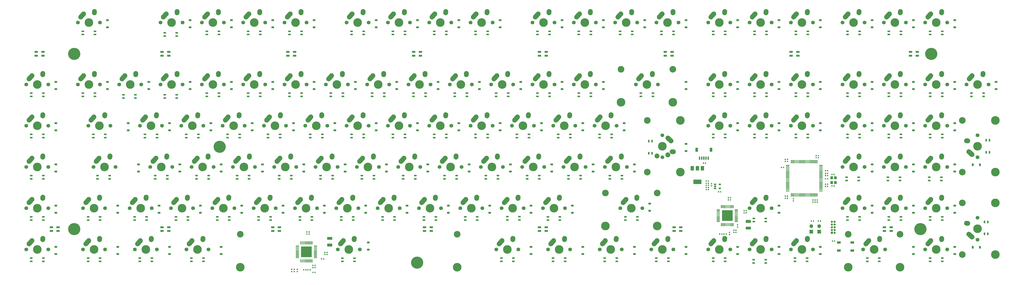
<source format=gbr>
G04 #@! TF.GenerationSoftware,KiCad,Pcbnew,(5.1.9)-1*
G04 #@! TF.CreationDate,2021-04-19T22:21:22+02:00*
G04 #@! TF.ProjectId,keyboard,6b657962-6f61-4726-942e-6b696361645f,rev?*
G04 #@! TF.SameCoordinates,Original*
G04 #@! TF.FileFunction,Soldermask,Bot*
G04 #@! TF.FilePolarity,Negative*
%FSLAX46Y46*%
G04 Gerber Fmt 4.6, Leading zero omitted, Abs format (unit mm)*
G04 Created by KiCad (PCBNEW (5.1.9)-1) date 2021-04-19 22:21:22*
%MOMM*%
%LPD*%
G01*
G04 APERTURE LIST*
%ADD10R,1.244600X0.800000*%
%ADD11C,2.250000*%
%ADD12C,3.987800*%
%ADD13C,1.750000*%
%ADD14C,3.048000*%
%ADD15C,1.701800*%
%ADD16R,1.500000X0.900000*%
%ADD17C,5.600000*%
%ADD18R,0.800000X1.244600*%
%ADD19O,1.700000X1.700000*%
%ADD20R,1.700000X1.700000*%
%ADD21O,1.000000X1.000000*%
%ADD22R,1.000000X1.000000*%
%ADD23R,1.200000X0.900000*%
%ADD24R,0.900000X1.200000*%
%ADD25R,1.800000X1.100000*%
%ADD26R,5.000000X5.000000*%
%ADD27R,3.800000X2.000000*%
%ADD28R,1.500000X2.000000*%
%ADD29R,1.060000X0.650000*%
%ADD30R,1.200000X1.400000*%
G04 APERTURE END LIST*
G36*
G01*
X357773799Y-122845800D02*
X359623801Y-122845800D01*
G75*
G02*
X359873800Y-123095799I0J-249999D01*
G01*
X359873800Y-123920801D01*
G75*
G02*
X359623801Y-124170800I-249999J0D01*
G01*
X357773799Y-124170800D01*
G75*
G02*
X357523800Y-123920801I0J249999D01*
G01*
X357523800Y-123095799D01*
G75*
G02*
X357773799Y-122845800I249999J0D01*
G01*
G37*
G36*
G01*
X357773799Y-119770800D02*
X359623801Y-119770800D01*
G75*
G02*
X359873800Y-120020799I0J-249999D01*
G01*
X359873800Y-120845801D01*
G75*
G02*
X359623801Y-121095800I-249999J0D01*
G01*
X357773799Y-121095800D01*
G75*
G02*
X357523800Y-120845801I0J249999D01*
G01*
X357523800Y-120020799D01*
G75*
G02*
X357773799Y-119770800I249999J0D01*
G01*
G37*
G36*
G01*
X166675001Y-128925000D02*
X164824999Y-128925000D01*
G75*
G02*
X164575000Y-128675001I0J249999D01*
G01*
X164575000Y-127849999D01*
G75*
G02*
X164824999Y-127600000I249999J0D01*
G01*
X166675001Y-127600000D01*
G75*
G02*
X166925000Y-127849999I0J-249999D01*
G01*
X166925000Y-128675001D01*
G75*
G02*
X166675001Y-128925000I-249999J0D01*
G01*
G37*
G36*
G01*
X166675001Y-132000000D02*
X164824999Y-132000000D01*
G75*
G02*
X164575000Y-131750001I0J249999D01*
G01*
X164575000Y-130924999D01*
G75*
G02*
X164824999Y-130675000I249999J0D01*
G01*
X166675001Y-130675000D01*
G75*
G02*
X166925000Y-130924999I0J-249999D01*
G01*
X166925000Y-131750001D01*
G75*
G02*
X166675001Y-132000000I-249999J0D01*
G01*
G37*
D10*
X361200000Y-120550000D03*
X361200000Y-119050000D03*
X366762600Y-119050000D03*
X366762600Y-120550000D03*
D11*
X361831250Y-110300000D03*
G36*
G01*
X359769938Y-112597350D02*
X359769933Y-112597345D01*
G75*
G02*
X359683905Y-111008683I751317J837345D01*
G01*
X360993907Y-109548683D01*
G75*
G02*
X362582569Y-109462655I837345J-751317D01*
G01*
X362582569Y-109462655D01*
G75*
G02*
X362668597Y-111051317I-751317J-837345D01*
G01*
X361358595Y-112511317D01*
G75*
G02*
X359769933Y-112597345I-837345J751317D01*
G01*
G37*
G36*
G01*
X366754733Y-110922395D02*
X366753847Y-110922334D01*
G75*
G02*
X365708916Y-109722597I77403J1122334D01*
G01*
X365748916Y-109142597D01*
G75*
G02*
X366948653Y-108097666I1122334J-77403D01*
G01*
X366948653Y-108097666D01*
G75*
G02*
X367993584Y-109297403I-77403J-1122334D01*
G01*
X367953584Y-109877403D01*
G75*
G02*
X366753847Y-110922334I-1122334J77403D01*
G01*
G37*
X366871250Y-109220000D03*
D12*
X364331250Y-114300000D03*
D13*
X359251250Y-114300000D03*
X369411250Y-114300000D03*
D12*
X327342500Y-73787000D03*
X327342500Y-97663000D03*
D14*
X312102500Y-73787000D03*
X312102500Y-97663000D03*
D11*
X316587500Y-90225000D03*
X321587500Y-89725000D03*
D15*
X319087500Y-90805000D03*
X319087500Y-80645000D03*
D11*
X323087500Y-83225000D03*
D12*
X319087500Y-85725000D03*
G36*
G01*
X320790150Y-81163688D02*
X320790150Y-81163688D01*
G75*
G02*
X322378812Y-81077650I837350J-751312D01*
G01*
X323838820Y-82387640D01*
G75*
G02*
X323924858Y-83976302I-751312J-837350D01*
G01*
X323924858Y-83976302D01*
G75*
G02*
X322336196Y-84062340I-837350J751312D01*
G01*
X320876188Y-82752350D01*
G75*
G02*
X320790150Y-81163688I751312J837350D01*
G01*
G37*
D11*
X324167500Y-88265000D03*
G36*
G01*
X322465240Y-88146524D02*
X322465166Y-88147601D01*
G75*
G02*
X323664899Y-87102666I1122334J-77399D01*
G01*
X324244899Y-87142664D01*
G75*
G02*
X325289834Y-88342397I-77399J-1122334D01*
G01*
X325289834Y-88342397D01*
G75*
G02*
X324090101Y-89387332I-1122334J77399D01*
G01*
X323510101Y-89347334D01*
G75*
G02*
X322465166Y-88147601I77399J1122334D01*
G01*
G37*
X252293750Y-72200000D03*
G36*
G01*
X250232438Y-74497350D02*
X250232433Y-74497345D01*
G75*
G02*
X250146405Y-72908683I751317J837345D01*
G01*
X251456407Y-71448683D01*
G75*
G02*
X253045069Y-71362655I837345J-751317D01*
G01*
X253045069Y-71362655D01*
G75*
G02*
X253131097Y-72951317I-751317J-837345D01*
G01*
X251821095Y-74411317D01*
G75*
G02*
X250232433Y-74497345I-837345J751317D01*
G01*
G37*
G36*
G01*
X257217233Y-72822395D02*
X257216347Y-72822334D01*
G75*
G02*
X256171416Y-71622597I77403J1122334D01*
G01*
X256211416Y-71042597D01*
G75*
G02*
X257411153Y-69997666I1122334J-77403D01*
G01*
X257411153Y-69997666D01*
G75*
G02*
X258456084Y-71197403I-77403J-1122334D01*
G01*
X258416084Y-71777403D01*
G75*
G02*
X257216347Y-72822334I-1122334J77403D01*
G01*
G37*
X257333750Y-71120000D03*
D12*
X254793750Y-76200000D03*
D13*
X249713750Y-76200000D03*
X259873750Y-76200000D03*
G36*
G01*
X392975000Y-94425000D02*
X392975000Y-94575000D01*
G75*
G02*
X392900000Y-94650000I-75000J0D01*
G01*
X391450000Y-94650000D01*
G75*
G02*
X391375000Y-94575000I0J75000D01*
G01*
X391375000Y-94425000D01*
G75*
G02*
X391450000Y-94350000I75000J0D01*
G01*
X392900000Y-94350000D01*
G75*
G02*
X392975000Y-94425000I0J-75000D01*
G01*
G37*
G36*
G01*
X392975000Y-94925000D02*
X392975000Y-95075000D01*
G75*
G02*
X392900000Y-95150000I-75000J0D01*
G01*
X391450000Y-95150000D01*
G75*
G02*
X391375000Y-95075000I0J75000D01*
G01*
X391375000Y-94925000D01*
G75*
G02*
X391450000Y-94850000I75000J0D01*
G01*
X392900000Y-94850000D01*
G75*
G02*
X392975000Y-94925000I0J-75000D01*
G01*
G37*
G36*
G01*
X392975000Y-95425000D02*
X392975000Y-95575000D01*
G75*
G02*
X392900000Y-95650000I-75000J0D01*
G01*
X391450000Y-95650000D01*
G75*
G02*
X391375000Y-95575000I0J75000D01*
G01*
X391375000Y-95425000D01*
G75*
G02*
X391450000Y-95350000I75000J0D01*
G01*
X392900000Y-95350000D01*
G75*
G02*
X392975000Y-95425000I0J-75000D01*
G01*
G37*
G36*
G01*
X392975000Y-95925000D02*
X392975000Y-96075000D01*
G75*
G02*
X392900000Y-96150000I-75000J0D01*
G01*
X391450000Y-96150000D01*
G75*
G02*
X391375000Y-96075000I0J75000D01*
G01*
X391375000Y-95925000D01*
G75*
G02*
X391450000Y-95850000I75000J0D01*
G01*
X392900000Y-95850000D01*
G75*
G02*
X392975000Y-95925000I0J-75000D01*
G01*
G37*
G36*
G01*
X392975000Y-96425000D02*
X392975000Y-96575000D01*
G75*
G02*
X392900000Y-96650000I-75000J0D01*
G01*
X391450000Y-96650000D01*
G75*
G02*
X391375000Y-96575000I0J75000D01*
G01*
X391375000Y-96425000D01*
G75*
G02*
X391450000Y-96350000I75000J0D01*
G01*
X392900000Y-96350000D01*
G75*
G02*
X392975000Y-96425000I0J-75000D01*
G01*
G37*
G36*
G01*
X392975000Y-96925000D02*
X392975000Y-97075000D01*
G75*
G02*
X392900000Y-97150000I-75000J0D01*
G01*
X391450000Y-97150000D01*
G75*
G02*
X391375000Y-97075000I0J75000D01*
G01*
X391375000Y-96925000D01*
G75*
G02*
X391450000Y-96850000I75000J0D01*
G01*
X392900000Y-96850000D01*
G75*
G02*
X392975000Y-96925000I0J-75000D01*
G01*
G37*
G36*
G01*
X392975000Y-97425000D02*
X392975000Y-97575000D01*
G75*
G02*
X392900000Y-97650000I-75000J0D01*
G01*
X391450000Y-97650000D01*
G75*
G02*
X391375000Y-97575000I0J75000D01*
G01*
X391375000Y-97425000D01*
G75*
G02*
X391450000Y-97350000I75000J0D01*
G01*
X392900000Y-97350000D01*
G75*
G02*
X392975000Y-97425000I0J-75000D01*
G01*
G37*
G36*
G01*
X392975000Y-97925000D02*
X392975000Y-98075000D01*
G75*
G02*
X392900000Y-98150000I-75000J0D01*
G01*
X391450000Y-98150000D01*
G75*
G02*
X391375000Y-98075000I0J75000D01*
G01*
X391375000Y-97925000D01*
G75*
G02*
X391450000Y-97850000I75000J0D01*
G01*
X392900000Y-97850000D01*
G75*
G02*
X392975000Y-97925000I0J-75000D01*
G01*
G37*
G36*
G01*
X392975000Y-98425000D02*
X392975000Y-98575000D01*
G75*
G02*
X392900000Y-98650000I-75000J0D01*
G01*
X391450000Y-98650000D01*
G75*
G02*
X391375000Y-98575000I0J75000D01*
G01*
X391375000Y-98425000D01*
G75*
G02*
X391450000Y-98350000I75000J0D01*
G01*
X392900000Y-98350000D01*
G75*
G02*
X392975000Y-98425000I0J-75000D01*
G01*
G37*
G36*
G01*
X392975000Y-98925000D02*
X392975000Y-99075000D01*
G75*
G02*
X392900000Y-99150000I-75000J0D01*
G01*
X391450000Y-99150000D01*
G75*
G02*
X391375000Y-99075000I0J75000D01*
G01*
X391375000Y-98925000D01*
G75*
G02*
X391450000Y-98850000I75000J0D01*
G01*
X392900000Y-98850000D01*
G75*
G02*
X392975000Y-98925000I0J-75000D01*
G01*
G37*
G36*
G01*
X392975000Y-99425000D02*
X392975000Y-99575000D01*
G75*
G02*
X392900000Y-99650000I-75000J0D01*
G01*
X391450000Y-99650000D01*
G75*
G02*
X391375000Y-99575000I0J75000D01*
G01*
X391375000Y-99425000D01*
G75*
G02*
X391450000Y-99350000I75000J0D01*
G01*
X392900000Y-99350000D01*
G75*
G02*
X392975000Y-99425000I0J-75000D01*
G01*
G37*
G36*
G01*
X392975000Y-99925000D02*
X392975000Y-100075000D01*
G75*
G02*
X392900000Y-100150000I-75000J0D01*
G01*
X391450000Y-100150000D01*
G75*
G02*
X391375000Y-100075000I0J75000D01*
G01*
X391375000Y-99925000D01*
G75*
G02*
X391450000Y-99850000I75000J0D01*
G01*
X392900000Y-99850000D01*
G75*
G02*
X392975000Y-99925000I0J-75000D01*
G01*
G37*
G36*
G01*
X392975000Y-100425000D02*
X392975000Y-100575000D01*
G75*
G02*
X392900000Y-100650000I-75000J0D01*
G01*
X391450000Y-100650000D01*
G75*
G02*
X391375000Y-100575000I0J75000D01*
G01*
X391375000Y-100425000D01*
G75*
G02*
X391450000Y-100350000I75000J0D01*
G01*
X392900000Y-100350000D01*
G75*
G02*
X392975000Y-100425000I0J-75000D01*
G01*
G37*
G36*
G01*
X392975000Y-100925000D02*
X392975000Y-101075000D01*
G75*
G02*
X392900000Y-101150000I-75000J0D01*
G01*
X391450000Y-101150000D01*
G75*
G02*
X391375000Y-101075000I0J75000D01*
G01*
X391375000Y-100925000D01*
G75*
G02*
X391450000Y-100850000I75000J0D01*
G01*
X392900000Y-100850000D01*
G75*
G02*
X392975000Y-100925000I0J-75000D01*
G01*
G37*
G36*
G01*
X392975000Y-101425000D02*
X392975000Y-101575000D01*
G75*
G02*
X392900000Y-101650000I-75000J0D01*
G01*
X391450000Y-101650000D01*
G75*
G02*
X391375000Y-101575000I0J75000D01*
G01*
X391375000Y-101425000D01*
G75*
G02*
X391450000Y-101350000I75000J0D01*
G01*
X392900000Y-101350000D01*
G75*
G02*
X392975000Y-101425000I0J-75000D01*
G01*
G37*
G36*
G01*
X392975000Y-101925000D02*
X392975000Y-102075000D01*
G75*
G02*
X392900000Y-102150000I-75000J0D01*
G01*
X391450000Y-102150000D01*
G75*
G02*
X391375000Y-102075000I0J75000D01*
G01*
X391375000Y-101925000D01*
G75*
G02*
X391450000Y-101850000I75000J0D01*
G01*
X392900000Y-101850000D01*
G75*
G02*
X392975000Y-101925000I0J-75000D01*
G01*
G37*
G36*
G01*
X392975000Y-102425000D02*
X392975000Y-102575000D01*
G75*
G02*
X392900000Y-102650000I-75000J0D01*
G01*
X391450000Y-102650000D01*
G75*
G02*
X391375000Y-102575000I0J75000D01*
G01*
X391375000Y-102425000D01*
G75*
G02*
X391450000Y-102350000I75000J0D01*
G01*
X392900000Y-102350000D01*
G75*
G02*
X392975000Y-102425000I0J-75000D01*
G01*
G37*
G36*
G01*
X392975000Y-102925000D02*
X392975000Y-103075000D01*
G75*
G02*
X392900000Y-103150000I-75000J0D01*
G01*
X391450000Y-103150000D01*
G75*
G02*
X391375000Y-103075000I0J75000D01*
G01*
X391375000Y-102925000D01*
G75*
G02*
X391450000Y-102850000I75000J0D01*
G01*
X392900000Y-102850000D01*
G75*
G02*
X392975000Y-102925000I0J-75000D01*
G01*
G37*
G36*
G01*
X392975000Y-103425000D02*
X392975000Y-103575000D01*
G75*
G02*
X392900000Y-103650000I-75000J0D01*
G01*
X391450000Y-103650000D01*
G75*
G02*
X391375000Y-103575000I0J75000D01*
G01*
X391375000Y-103425000D01*
G75*
G02*
X391450000Y-103350000I75000J0D01*
G01*
X392900000Y-103350000D01*
G75*
G02*
X392975000Y-103425000I0J-75000D01*
G01*
G37*
G36*
G01*
X392975000Y-103925000D02*
X392975000Y-104075000D01*
G75*
G02*
X392900000Y-104150000I-75000J0D01*
G01*
X391450000Y-104150000D01*
G75*
G02*
X391375000Y-104075000I0J75000D01*
G01*
X391375000Y-103925000D01*
G75*
G02*
X391450000Y-103850000I75000J0D01*
G01*
X392900000Y-103850000D01*
G75*
G02*
X392975000Y-103925000I0J-75000D01*
G01*
G37*
G36*
G01*
X392975000Y-104425000D02*
X392975000Y-104575000D01*
G75*
G02*
X392900000Y-104650000I-75000J0D01*
G01*
X391450000Y-104650000D01*
G75*
G02*
X391375000Y-104575000I0J75000D01*
G01*
X391375000Y-104425000D01*
G75*
G02*
X391450000Y-104350000I75000J0D01*
G01*
X392900000Y-104350000D01*
G75*
G02*
X392975000Y-104425000I0J-75000D01*
G01*
G37*
G36*
G01*
X392975000Y-104925000D02*
X392975000Y-105075000D01*
G75*
G02*
X392900000Y-105150000I-75000J0D01*
G01*
X391450000Y-105150000D01*
G75*
G02*
X391375000Y-105075000I0J75000D01*
G01*
X391375000Y-104925000D01*
G75*
G02*
X391450000Y-104850000I75000J0D01*
G01*
X392900000Y-104850000D01*
G75*
G02*
X392975000Y-104925000I0J-75000D01*
G01*
G37*
G36*
G01*
X392975000Y-105425000D02*
X392975000Y-105575000D01*
G75*
G02*
X392900000Y-105650000I-75000J0D01*
G01*
X391450000Y-105650000D01*
G75*
G02*
X391375000Y-105575000I0J75000D01*
G01*
X391375000Y-105425000D01*
G75*
G02*
X391450000Y-105350000I75000J0D01*
G01*
X392900000Y-105350000D01*
G75*
G02*
X392975000Y-105425000I0J-75000D01*
G01*
G37*
G36*
G01*
X392975000Y-105925000D02*
X392975000Y-106075000D01*
G75*
G02*
X392900000Y-106150000I-75000J0D01*
G01*
X391450000Y-106150000D01*
G75*
G02*
X391375000Y-106075000I0J75000D01*
G01*
X391375000Y-105925000D01*
G75*
G02*
X391450000Y-105850000I75000J0D01*
G01*
X392900000Y-105850000D01*
G75*
G02*
X392975000Y-105925000I0J-75000D01*
G01*
G37*
G36*
G01*
X392975000Y-106425000D02*
X392975000Y-106575000D01*
G75*
G02*
X392900000Y-106650000I-75000J0D01*
G01*
X391450000Y-106650000D01*
G75*
G02*
X391375000Y-106575000I0J75000D01*
G01*
X391375000Y-106425000D01*
G75*
G02*
X391450000Y-106350000I75000J0D01*
G01*
X392900000Y-106350000D01*
G75*
G02*
X392975000Y-106425000I0J-75000D01*
G01*
G37*
G36*
G01*
X390650000Y-107450000D02*
X390650000Y-108900000D01*
G75*
G02*
X390575000Y-108975000I-75000J0D01*
G01*
X390425000Y-108975000D01*
G75*
G02*
X390350000Y-108900000I0J75000D01*
G01*
X390350000Y-107450000D01*
G75*
G02*
X390425000Y-107375000I75000J0D01*
G01*
X390575000Y-107375000D01*
G75*
G02*
X390650000Y-107450000I0J-75000D01*
G01*
G37*
G36*
G01*
X390150000Y-107450000D02*
X390150000Y-108900000D01*
G75*
G02*
X390075000Y-108975000I-75000J0D01*
G01*
X389925000Y-108975000D01*
G75*
G02*
X389850000Y-108900000I0J75000D01*
G01*
X389850000Y-107450000D01*
G75*
G02*
X389925000Y-107375000I75000J0D01*
G01*
X390075000Y-107375000D01*
G75*
G02*
X390150000Y-107450000I0J-75000D01*
G01*
G37*
G36*
G01*
X389650000Y-107450000D02*
X389650000Y-108900000D01*
G75*
G02*
X389575000Y-108975000I-75000J0D01*
G01*
X389425000Y-108975000D01*
G75*
G02*
X389350000Y-108900000I0J75000D01*
G01*
X389350000Y-107450000D01*
G75*
G02*
X389425000Y-107375000I75000J0D01*
G01*
X389575000Y-107375000D01*
G75*
G02*
X389650000Y-107450000I0J-75000D01*
G01*
G37*
G36*
G01*
X389150000Y-107450000D02*
X389150000Y-108900000D01*
G75*
G02*
X389075000Y-108975000I-75000J0D01*
G01*
X388925000Y-108975000D01*
G75*
G02*
X388850000Y-108900000I0J75000D01*
G01*
X388850000Y-107450000D01*
G75*
G02*
X388925000Y-107375000I75000J0D01*
G01*
X389075000Y-107375000D01*
G75*
G02*
X389150000Y-107450000I0J-75000D01*
G01*
G37*
G36*
G01*
X388650000Y-107450000D02*
X388650000Y-108900000D01*
G75*
G02*
X388575000Y-108975000I-75000J0D01*
G01*
X388425000Y-108975000D01*
G75*
G02*
X388350000Y-108900000I0J75000D01*
G01*
X388350000Y-107450000D01*
G75*
G02*
X388425000Y-107375000I75000J0D01*
G01*
X388575000Y-107375000D01*
G75*
G02*
X388650000Y-107450000I0J-75000D01*
G01*
G37*
G36*
G01*
X388150000Y-107450000D02*
X388150000Y-108900000D01*
G75*
G02*
X388075000Y-108975000I-75000J0D01*
G01*
X387925000Y-108975000D01*
G75*
G02*
X387850000Y-108900000I0J75000D01*
G01*
X387850000Y-107450000D01*
G75*
G02*
X387925000Y-107375000I75000J0D01*
G01*
X388075000Y-107375000D01*
G75*
G02*
X388150000Y-107450000I0J-75000D01*
G01*
G37*
G36*
G01*
X387650000Y-107450000D02*
X387650000Y-108900000D01*
G75*
G02*
X387575000Y-108975000I-75000J0D01*
G01*
X387425000Y-108975000D01*
G75*
G02*
X387350000Y-108900000I0J75000D01*
G01*
X387350000Y-107450000D01*
G75*
G02*
X387425000Y-107375000I75000J0D01*
G01*
X387575000Y-107375000D01*
G75*
G02*
X387650000Y-107450000I0J-75000D01*
G01*
G37*
G36*
G01*
X387150000Y-107450000D02*
X387150000Y-108900000D01*
G75*
G02*
X387075000Y-108975000I-75000J0D01*
G01*
X386925000Y-108975000D01*
G75*
G02*
X386850000Y-108900000I0J75000D01*
G01*
X386850000Y-107450000D01*
G75*
G02*
X386925000Y-107375000I75000J0D01*
G01*
X387075000Y-107375000D01*
G75*
G02*
X387150000Y-107450000I0J-75000D01*
G01*
G37*
G36*
G01*
X386650000Y-107450000D02*
X386650000Y-108900000D01*
G75*
G02*
X386575000Y-108975000I-75000J0D01*
G01*
X386425000Y-108975000D01*
G75*
G02*
X386350000Y-108900000I0J75000D01*
G01*
X386350000Y-107450000D01*
G75*
G02*
X386425000Y-107375000I75000J0D01*
G01*
X386575000Y-107375000D01*
G75*
G02*
X386650000Y-107450000I0J-75000D01*
G01*
G37*
G36*
G01*
X386150000Y-107450000D02*
X386150000Y-108900000D01*
G75*
G02*
X386075000Y-108975000I-75000J0D01*
G01*
X385925000Y-108975000D01*
G75*
G02*
X385850000Y-108900000I0J75000D01*
G01*
X385850000Y-107450000D01*
G75*
G02*
X385925000Y-107375000I75000J0D01*
G01*
X386075000Y-107375000D01*
G75*
G02*
X386150000Y-107450000I0J-75000D01*
G01*
G37*
G36*
G01*
X385650000Y-107450000D02*
X385650000Y-108900000D01*
G75*
G02*
X385575000Y-108975000I-75000J0D01*
G01*
X385425000Y-108975000D01*
G75*
G02*
X385350000Y-108900000I0J75000D01*
G01*
X385350000Y-107450000D01*
G75*
G02*
X385425000Y-107375000I75000J0D01*
G01*
X385575000Y-107375000D01*
G75*
G02*
X385650000Y-107450000I0J-75000D01*
G01*
G37*
G36*
G01*
X385150000Y-107450000D02*
X385150000Y-108900000D01*
G75*
G02*
X385075000Y-108975000I-75000J0D01*
G01*
X384925000Y-108975000D01*
G75*
G02*
X384850000Y-108900000I0J75000D01*
G01*
X384850000Y-107450000D01*
G75*
G02*
X384925000Y-107375000I75000J0D01*
G01*
X385075000Y-107375000D01*
G75*
G02*
X385150000Y-107450000I0J-75000D01*
G01*
G37*
G36*
G01*
X384650000Y-107450000D02*
X384650000Y-108900000D01*
G75*
G02*
X384575000Y-108975000I-75000J0D01*
G01*
X384425000Y-108975000D01*
G75*
G02*
X384350000Y-108900000I0J75000D01*
G01*
X384350000Y-107450000D01*
G75*
G02*
X384425000Y-107375000I75000J0D01*
G01*
X384575000Y-107375000D01*
G75*
G02*
X384650000Y-107450000I0J-75000D01*
G01*
G37*
G36*
G01*
X384150000Y-107450000D02*
X384150000Y-108900000D01*
G75*
G02*
X384075000Y-108975000I-75000J0D01*
G01*
X383925000Y-108975000D01*
G75*
G02*
X383850000Y-108900000I0J75000D01*
G01*
X383850000Y-107450000D01*
G75*
G02*
X383925000Y-107375000I75000J0D01*
G01*
X384075000Y-107375000D01*
G75*
G02*
X384150000Y-107450000I0J-75000D01*
G01*
G37*
G36*
G01*
X383650000Y-107450000D02*
X383650000Y-108900000D01*
G75*
G02*
X383575000Y-108975000I-75000J0D01*
G01*
X383425000Y-108975000D01*
G75*
G02*
X383350000Y-108900000I0J75000D01*
G01*
X383350000Y-107450000D01*
G75*
G02*
X383425000Y-107375000I75000J0D01*
G01*
X383575000Y-107375000D01*
G75*
G02*
X383650000Y-107450000I0J-75000D01*
G01*
G37*
G36*
G01*
X383150000Y-107450000D02*
X383150000Y-108900000D01*
G75*
G02*
X383075000Y-108975000I-75000J0D01*
G01*
X382925000Y-108975000D01*
G75*
G02*
X382850000Y-108900000I0J75000D01*
G01*
X382850000Y-107450000D01*
G75*
G02*
X382925000Y-107375000I75000J0D01*
G01*
X383075000Y-107375000D01*
G75*
G02*
X383150000Y-107450000I0J-75000D01*
G01*
G37*
G36*
G01*
X382650000Y-107450000D02*
X382650000Y-108900000D01*
G75*
G02*
X382575000Y-108975000I-75000J0D01*
G01*
X382425000Y-108975000D01*
G75*
G02*
X382350000Y-108900000I0J75000D01*
G01*
X382350000Y-107450000D01*
G75*
G02*
X382425000Y-107375000I75000J0D01*
G01*
X382575000Y-107375000D01*
G75*
G02*
X382650000Y-107450000I0J-75000D01*
G01*
G37*
G36*
G01*
X382150000Y-107450000D02*
X382150000Y-108900000D01*
G75*
G02*
X382075000Y-108975000I-75000J0D01*
G01*
X381925000Y-108975000D01*
G75*
G02*
X381850000Y-108900000I0J75000D01*
G01*
X381850000Y-107450000D01*
G75*
G02*
X381925000Y-107375000I75000J0D01*
G01*
X382075000Y-107375000D01*
G75*
G02*
X382150000Y-107450000I0J-75000D01*
G01*
G37*
G36*
G01*
X381650000Y-107450000D02*
X381650000Y-108900000D01*
G75*
G02*
X381575000Y-108975000I-75000J0D01*
G01*
X381425000Y-108975000D01*
G75*
G02*
X381350000Y-108900000I0J75000D01*
G01*
X381350000Y-107450000D01*
G75*
G02*
X381425000Y-107375000I75000J0D01*
G01*
X381575000Y-107375000D01*
G75*
G02*
X381650000Y-107450000I0J-75000D01*
G01*
G37*
G36*
G01*
X381150000Y-107450000D02*
X381150000Y-108900000D01*
G75*
G02*
X381075000Y-108975000I-75000J0D01*
G01*
X380925000Y-108975000D01*
G75*
G02*
X380850000Y-108900000I0J75000D01*
G01*
X380850000Y-107450000D01*
G75*
G02*
X380925000Y-107375000I75000J0D01*
G01*
X381075000Y-107375000D01*
G75*
G02*
X381150000Y-107450000I0J-75000D01*
G01*
G37*
G36*
G01*
X380650000Y-107450000D02*
X380650000Y-108900000D01*
G75*
G02*
X380575000Y-108975000I-75000J0D01*
G01*
X380425000Y-108975000D01*
G75*
G02*
X380350000Y-108900000I0J75000D01*
G01*
X380350000Y-107450000D01*
G75*
G02*
X380425000Y-107375000I75000J0D01*
G01*
X380575000Y-107375000D01*
G75*
G02*
X380650000Y-107450000I0J-75000D01*
G01*
G37*
G36*
G01*
X380150000Y-107450000D02*
X380150000Y-108900000D01*
G75*
G02*
X380075000Y-108975000I-75000J0D01*
G01*
X379925000Y-108975000D01*
G75*
G02*
X379850000Y-108900000I0J75000D01*
G01*
X379850000Y-107450000D01*
G75*
G02*
X379925000Y-107375000I75000J0D01*
G01*
X380075000Y-107375000D01*
G75*
G02*
X380150000Y-107450000I0J-75000D01*
G01*
G37*
G36*
G01*
X379650000Y-107450000D02*
X379650000Y-108900000D01*
G75*
G02*
X379575000Y-108975000I-75000J0D01*
G01*
X379425000Y-108975000D01*
G75*
G02*
X379350000Y-108900000I0J75000D01*
G01*
X379350000Y-107450000D01*
G75*
G02*
X379425000Y-107375000I75000J0D01*
G01*
X379575000Y-107375000D01*
G75*
G02*
X379650000Y-107450000I0J-75000D01*
G01*
G37*
G36*
G01*
X379150000Y-107450000D02*
X379150000Y-108900000D01*
G75*
G02*
X379075000Y-108975000I-75000J0D01*
G01*
X378925000Y-108975000D01*
G75*
G02*
X378850000Y-108900000I0J75000D01*
G01*
X378850000Y-107450000D01*
G75*
G02*
X378925000Y-107375000I75000J0D01*
G01*
X379075000Y-107375000D01*
G75*
G02*
X379150000Y-107450000I0J-75000D01*
G01*
G37*
G36*
G01*
X378650000Y-107450000D02*
X378650000Y-108900000D01*
G75*
G02*
X378575000Y-108975000I-75000J0D01*
G01*
X378425000Y-108975000D01*
G75*
G02*
X378350000Y-108900000I0J75000D01*
G01*
X378350000Y-107450000D01*
G75*
G02*
X378425000Y-107375000I75000J0D01*
G01*
X378575000Y-107375000D01*
G75*
G02*
X378650000Y-107450000I0J-75000D01*
G01*
G37*
G36*
G01*
X377625000Y-106425000D02*
X377625000Y-106575000D01*
G75*
G02*
X377550000Y-106650000I-75000J0D01*
G01*
X376100000Y-106650000D01*
G75*
G02*
X376025000Y-106575000I0J75000D01*
G01*
X376025000Y-106425000D01*
G75*
G02*
X376100000Y-106350000I75000J0D01*
G01*
X377550000Y-106350000D01*
G75*
G02*
X377625000Y-106425000I0J-75000D01*
G01*
G37*
G36*
G01*
X377625000Y-105925000D02*
X377625000Y-106075000D01*
G75*
G02*
X377550000Y-106150000I-75000J0D01*
G01*
X376100000Y-106150000D01*
G75*
G02*
X376025000Y-106075000I0J75000D01*
G01*
X376025000Y-105925000D01*
G75*
G02*
X376100000Y-105850000I75000J0D01*
G01*
X377550000Y-105850000D01*
G75*
G02*
X377625000Y-105925000I0J-75000D01*
G01*
G37*
G36*
G01*
X377625000Y-105425000D02*
X377625000Y-105575000D01*
G75*
G02*
X377550000Y-105650000I-75000J0D01*
G01*
X376100000Y-105650000D01*
G75*
G02*
X376025000Y-105575000I0J75000D01*
G01*
X376025000Y-105425000D01*
G75*
G02*
X376100000Y-105350000I75000J0D01*
G01*
X377550000Y-105350000D01*
G75*
G02*
X377625000Y-105425000I0J-75000D01*
G01*
G37*
G36*
G01*
X377625000Y-104925000D02*
X377625000Y-105075000D01*
G75*
G02*
X377550000Y-105150000I-75000J0D01*
G01*
X376100000Y-105150000D01*
G75*
G02*
X376025000Y-105075000I0J75000D01*
G01*
X376025000Y-104925000D01*
G75*
G02*
X376100000Y-104850000I75000J0D01*
G01*
X377550000Y-104850000D01*
G75*
G02*
X377625000Y-104925000I0J-75000D01*
G01*
G37*
G36*
G01*
X377625000Y-104425000D02*
X377625000Y-104575000D01*
G75*
G02*
X377550000Y-104650000I-75000J0D01*
G01*
X376100000Y-104650000D01*
G75*
G02*
X376025000Y-104575000I0J75000D01*
G01*
X376025000Y-104425000D01*
G75*
G02*
X376100000Y-104350000I75000J0D01*
G01*
X377550000Y-104350000D01*
G75*
G02*
X377625000Y-104425000I0J-75000D01*
G01*
G37*
G36*
G01*
X377625000Y-103925000D02*
X377625000Y-104075000D01*
G75*
G02*
X377550000Y-104150000I-75000J0D01*
G01*
X376100000Y-104150000D01*
G75*
G02*
X376025000Y-104075000I0J75000D01*
G01*
X376025000Y-103925000D01*
G75*
G02*
X376100000Y-103850000I75000J0D01*
G01*
X377550000Y-103850000D01*
G75*
G02*
X377625000Y-103925000I0J-75000D01*
G01*
G37*
G36*
G01*
X377625000Y-103425000D02*
X377625000Y-103575000D01*
G75*
G02*
X377550000Y-103650000I-75000J0D01*
G01*
X376100000Y-103650000D01*
G75*
G02*
X376025000Y-103575000I0J75000D01*
G01*
X376025000Y-103425000D01*
G75*
G02*
X376100000Y-103350000I75000J0D01*
G01*
X377550000Y-103350000D01*
G75*
G02*
X377625000Y-103425000I0J-75000D01*
G01*
G37*
G36*
G01*
X377625000Y-102925000D02*
X377625000Y-103075000D01*
G75*
G02*
X377550000Y-103150000I-75000J0D01*
G01*
X376100000Y-103150000D01*
G75*
G02*
X376025000Y-103075000I0J75000D01*
G01*
X376025000Y-102925000D01*
G75*
G02*
X376100000Y-102850000I75000J0D01*
G01*
X377550000Y-102850000D01*
G75*
G02*
X377625000Y-102925000I0J-75000D01*
G01*
G37*
G36*
G01*
X377625000Y-102425000D02*
X377625000Y-102575000D01*
G75*
G02*
X377550000Y-102650000I-75000J0D01*
G01*
X376100000Y-102650000D01*
G75*
G02*
X376025000Y-102575000I0J75000D01*
G01*
X376025000Y-102425000D01*
G75*
G02*
X376100000Y-102350000I75000J0D01*
G01*
X377550000Y-102350000D01*
G75*
G02*
X377625000Y-102425000I0J-75000D01*
G01*
G37*
G36*
G01*
X377625000Y-101925000D02*
X377625000Y-102075000D01*
G75*
G02*
X377550000Y-102150000I-75000J0D01*
G01*
X376100000Y-102150000D01*
G75*
G02*
X376025000Y-102075000I0J75000D01*
G01*
X376025000Y-101925000D01*
G75*
G02*
X376100000Y-101850000I75000J0D01*
G01*
X377550000Y-101850000D01*
G75*
G02*
X377625000Y-101925000I0J-75000D01*
G01*
G37*
G36*
G01*
X377625000Y-101425000D02*
X377625000Y-101575000D01*
G75*
G02*
X377550000Y-101650000I-75000J0D01*
G01*
X376100000Y-101650000D01*
G75*
G02*
X376025000Y-101575000I0J75000D01*
G01*
X376025000Y-101425000D01*
G75*
G02*
X376100000Y-101350000I75000J0D01*
G01*
X377550000Y-101350000D01*
G75*
G02*
X377625000Y-101425000I0J-75000D01*
G01*
G37*
G36*
G01*
X377625000Y-100925000D02*
X377625000Y-101075000D01*
G75*
G02*
X377550000Y-101150000I-75000J0D01*
G01*
X376100000Y-101150000D01*
G75*
G02*
X376025000Y-101075000I0J75000D01*
G01*
X376025000Y-100925000D01*
G75*
G02*
X376100000Y-100850000I75000J0D01*
G01*
X377550000Y-100850000D01*
G75*
G02*
X377625000Y-100925000I0J-75000D01*
G01*
G37*
G36*
G01*
X377625000Y-100425000D02*
X377625000Y-100575000D01*
G75*
G02*
X377550000Y-100650000I-75000J0D01*
G01*
X376100000Y-100650000D01*
G75*
G02*
X376025000Y-100575000I0J75000D01*
G01*
X376025000Y-100425000D01*
G75*
G02*
X376100000Y-100350000I75000J0D01*
G01*
X377550000Y-100350000D01*
G75*
G02*
X377625000Y-100425000I0J-75000D01*
G01*
G37*
G36*
G01*
X377625000Y-99925000D02*
X377625000Y-100075000D01*
G75*
G02*
X377550000Y-100150000I-75000J0D01*
G01*
X376100000Y-100150000D01*
G75*
G02*
X376025000Y-100075000I0J75000D01*
G01*
X376025000Y-99925000D01*
G75*
G02*
X376100000Y-99850000I75000J0D01*
G01*
X377550000Y-99850000D01*
G75*
G02*
X377625000Y-99925000I0J-75000D01*
G01*
G37*
G36*
G01*
X377625000Y-99425000D02*
X377625000Y-99575000D01*
G75*
G02*
X377550000Y-99650000I-75000J0D01*
G01*
X376100000Y-99650000D01*
G75*
G02*
X376025000Y-99575000I0J75000D01*
G01*
X376025000Y-99425000D01*
G75*
G02*
X376100000Y-99350000I75000J0D01*
G01*
X377550000Y-99350000D01*
G75*
G02*
X377625000Y-99425000I0J-75000D01*
G01*
G37*
G36*
G01*
X377625000Y-98925000D02*
X377625000Y-99075000D01*
G75*
G02*
X377550000Y-99150000I-75000J0D01*
G01*
X376100000Y-99150000D01*
G75*
G02*
X376025000Y-99075000I0J75000D01*
G01*
X376025000Y-98925000D01*
G75*
G02*
X376100000Y-98850000I75000J0D01*
G01*
X377550000Y-98850000D01*
G75*
G02*
X377625000Y-98925000I0J-75000D01*
G01*
G37*
G36*
G01*
X377625000Y-98425000D02*
X377625000Y-98575000D01*
G75*
G02*
X377550000Y-98650000I-75000J0D01*
G01*
X376100000Y-98650000D01*
G75*
G02*
X376025000Y-98575000I0J75000D01*
G01*
X376025000Y-98425000D01*
G75*
G02*
X376100000Y-98350000I75000J0D01*
G01*
X377550000Y-98350000D01*
G75*
G02*
X377625000Y-98425000I0J-75000D01*
G01*
G37*
G36*
G01*
X377625000Y-97925000D02*
X377625000Y-98075000D01*
G75*
G02*
X377550000Y-98150000I-75000J0D01*
G01*
X376100000Y-98150000D01*
G75*
G02*
X376025000Y-98075000I0J75000D01*
G01*
X376025000Y-97925000D01*
G75*
G02*
X376100000Y-97850000I75000J0D01*
G01*
X377550000Y-97850000D01*
G75*
G02*
X377625000Y-97925000I0J-75000D01*
G01*
G37*
G36*
G01*
X377625000Y-97425000D02*
X377625000Y-97575000D01*
G75*
G02*
X377550000Y-97650000I-75000J0D01*
G01*
X376100000Y-97650000D01*
G75*
G02*
X376025000Y-97575000I0J75000D01*
G01*
X376025000Y-97425000D01*
G75*
G02*
X376100000Y-97350000I75000J0D01*
G01*
X377550000Y-97350000D01*
G75*
G02*
X377625000Y-97425000I0J-75000D01*
G01*
G37*
G36*
G01*
X377625000Y-96925000D02*
X377625000Y-97075000D01*
G75*
G02*
X377550000Y-97150000I-75000J0D01*
G01*
X376100000Y-97150000D01*
G75*
G02*
X376025000Y-97075000I0J75000D01*
G01*
X376025000Y-96925000D01*
G75*
G02*
X376100000Y-96850000I75000J0D01*
G01*
X377550000Y-96850000D01*
G75*
G02*
X377625000Y-96925000I0J-75000D01*
G01*
G37*
G36*
G01*
X377625000Y-96425000D02*
X377625000Y-96575000D01*
G75*
G02*
X377550000Y-96650000I-75000J0D01*
G01*
X376100000Y-96650000D01*
G75*
G02*
X376025000Y-96575000I0J75000D01*
G01*
X376025000Y-96425000D01*
G75*
G02*
X376100000Y-96350000I75000J0D01*
G01*
X377550000Y-96350000D01*
G75*
G02*
X377625000Y-96425000I0J-75000D01*
G01*
G37*
G36*
G01*
X377625000Y-95925000D02*
X377625000Y-96075000D01*
G75*
G02*
X377550000Y-96150000I-75000J0D01*
G01*
X376100000Y-96150000D01*
G75*
G02*
X376025000Y-96075000I0J75000D01*
G01*
X376025000Y-95925000D01*
G75*
G02*
X376100000Y-95850000I75000J0D01*
G01*
X377550000Y-95850000D01*
G75*
G02*
X377625000Y-95925000I0J-75000D01*
G01*
G37*
G36*
G01*
X377625000Y-95425000D02*
X377625000Y-95575000D01*
G75*
G02*
X377550000Y-95650000I-75000J0D01*
G01*
X376100000Y-95650000D01*
G75*
G02*
X376025000Y-95575000I0J75000D01*
G01*
X376025000Y-95425000D01*
G75*
G02*
X376100000Y-95350000I75000J0D01*
G01*
X377550000Y-95350000D01*
G75*
G02*
X377625000Y-95425000I0J-75000D01*
G01*
G37*
G36*
G01*
X377625000Y-94925000D02*
X377625000Y-95075000D01*
G75*
G02*
X377550000Y-95150000I-75000J0D01*
G01*
X376100000Y-95150000D01*
G75*
G02*
X376025000Y-95075000I0J75000D01*
G01*
X376025000Y-94925000D01*
G75*
G02*
X376100000Y-94850000I75000J0D01*
G01*
X377550000Y-94850000D01*
G75*
G02*
X377625000Y-94925000I0J-75000D01*
G01*
G37*
G36*
G01*
X377625000Y-94425000D02*
X377625000Y-94575000D01*
G75*
G02*
X377550000Y-94650000I-75000J0D01*
G01*
X376100000Y-94650000D01*
G75*
G02*
X376025000Y-94575000I0J75000D01*
G01*
X376025000Y-94425000D01*
G75*
G02*
X376100000Y-94350000I75000J0D01*
G01*
X377550000Y-94350000D01*
G75*
G02*
X377625000Y-94425000I0J-75000D01*
G01*
G37*
G36*
G01*
X378650000Y-92100000D02*
X378650000Y-93550000D01*
G75*
G02*
X378575000Y-93625000I-75000J0D01*
G01*
X378425000Y-93625000D01*
G75*
G02*
X378350000Y-93550000I0J75000D01*
G01*
X378350000Y-92100000D01*
G75*
G02*
X378425000Y-92025000I75000J0D01*
G01*
X378575000Y-92025000D01*
G75*
G02*
X378650000Y-92100000I0J-75000D01*
G01*
G37*
G36*
G01*
X379150000Y-92100000D02*
X379150000Y-93550000D01*
G75*
G02*
X379075000Y-93625000I-75000J0D01*
G01*
X378925000Y-93625000D01*
G75*
G02*
X378850000Y-93550000I0J75000D01*
G01*
X378850000Y-92100000D01*
G75*
G02*
X378925000Y-92025000I75000J0D01*
G01*
X379075000Y-92025000D01*
G75*
G02*
X379150000Y-92100000I0J-75000D01*
G01*
G37*
G36*
G01*
X379650000Y-92100000D02*
X379650000Y-93550000D01*
G75*
G02*
X379575000Y-93625000I-75000J0D01*
G01*
X379425000Y-93625000D01*
G75*
G02*
X379350000Y-93550000I0J75000D01*
G01*
X379350000Y-92100000D01*
G75*
G02*
X379425000Y-92025000I75000J0D01*
G01*
X379575000Y-92025000D01*
G75*
G02*
X379650000Y-92100000I0J-75000D01*
G01*
G37*
G36*
G01*
X380150000Y-92100000D02*
X380150000Y-93550000D01*
G75*
G02*
X380075000Y-93625000I-75000J0D01*
G01*
X379925000Y-93625000D01*
G75*
G02*
X379850000Y-93550000I0J75000D01*
G01*
X379850000Y-92100000D01*
G75*
G02*
X379925000Y-92025000I75000J0D01*
G01*
X380075000Y-92025000D01*
G75*
G02*
X380150000Y-92100000I0J-75000D01*
G01*
G37*
G36*
G01*
X380650000Y-92100000D02*
X380650000Y-93550000D01*
G75*
G02*
X380575000Y-93625000I-75000J0D01*
G01*
X380425000Y-93625000D01*
G75*
G02*
X380350000Y-93550000I0J75000D01*
G01*
X380350000Y-92100000D01*
G75*
G02*
X380425000Y-92025000I75000J0D01*
G01*
X380575000Y-92025000D01*
G75*
G02*
X380650000Y-92100000I0J-75000D01*
G01*
G37*
G36*
G01*
X381150000Y-92100000D02*
X381150000Y-93550000D01*
G75*
G02*
X381075000Y-93625000I-75000J0D01*
G01*
X380925000Y-93625000D01*
G75*
G02*
X380850000Y-93550000I0J75000D01*
G01*
X380850000Y-92100000D01*
G75*
G02*
X380925000Y-92025000I75000J0D01*
G01*
X381075000Y-92025000D01*
G75*
G02*
X381150000Y-92100000I0J-75000D01*
G01*
G37*
G36*
G01*
X381650000Y-92100000D02*
X381650000Y-93550000D01*
G75*
G02*
X381575000Y-93625000I-75000J0D01*
G01*
X381425000Y-93625000D01*
G75*
G02*
X381350000Y-93550000I0J75000D01*
G01*
X381350000Y-92100000D01*
G75*
G02*
X381425000Y-92025000I75000J0D01*
G01*
X381575000Y-92025000D01*
G75*
G02*
X381650000Y-92100000I0J-75000D01*
G01*
G37*
G36*
G01*
X382150000Y-92100000D02*
X382150000Y-93550000D01*
G75*
G02*
X382075000Y-93625000I-75000J0D01*
G01*
X381925000Y-93625000D01*
G75*
G02*
X381850000Y-93550000I0J75000D01*
G01*
X381850000Y-92100000D01*
G75*
G02*
X381925000Y-92025000I75000J0D01*
G01*
X382075000Y-92025000D01*
G75*
G02*
X382150000Y-92100000I0J-75000D01*
G01*
G37*
G36*
G01*
X382650000Y-92100000D02*
X382650000Y-93550000D01*
G75*
G02*
X382575000Y-93625000I-75000J0D01*
G01*
X382425000Y-93625000D01*
G75*
G02*
X382350000Y-93550000I0J75000D01*
G01*
X382350000Y-92100000D01*
G75*
G02*
X382425000Y-92025000I75000J0D01*
G01*
X382575000Y-92025000D01*
G75*
G02*
X382650000Y-92100000I0J-75000D01*
G01*
G37*
G36*
G01*
X383150000Y-92100000D02*
X383150000Y-93550000D01*
G75*
G02*
X383075000Y-93625000I-75000J0D01*
G01*
X382925000Y-93625000D01*
G75*
G02*
X382850000Y-93550000I0J75000D01*
G01*
X382850000Y-92100000D01*
G75*
G02*
X382925000Y-92025000I75000J0D01*
G01*
X383075000Y-92025000D01*
G75*
G02*
X383150000Y-92100000I0J-75000D01*
G01*
G37*
G36*
G01*
X383650000Y-92100000D02*
X383650000Y-93550000D01*
G75*
G02*
X383575000Y-93625000I-75000J0D01*
G01*
X383425000Y-93625000D01*
G75*
G02*
X383350000Y-93550000I0J75000D01*
G01*
X383350000Y-92100000D01*
G75*
G02*
X383425000Y-92025000I75000J0D01*
G01*
X383575000Y-92025000D01*
G75*
G02*
X383650000Y-92100000I0J-75000D01*
G01*
G37*
G36*
G01*
X384150000Y-92100000D02*
X384150000Y-93550000D01*
G75*
G02*
X384075000Y-93625000I-75000J0D01*
G01*
X383925000Y-93625000D01*
G75*
G02*
X383850000Y-93550000I0J75000D01*
G01*
X383850000Y-92100000D01*
G75*
G02*
X383925000Y-92025000I75000J0D01*
G01*
X384075000Y-92025000D01*
G75*
G02*
X384150000Y-92100000I0J-75000D01*
G01*
G37*
G36*
G01*
X384650000Y-92100000D02*
X384650000Y-93550000D01*
G75*
G02*
X384575000Y-93625000I-75000J0D01*
G01*
X384425000Y-93625000D01*
G75*
G02*
X384350000Y-93550000I0J75000D01*
G01*
X384350000Y-92100000D01*
G75*
G02*
X384425000Y-92025000I75000J0D01*
G01*
X384575000Y-92025000D01*
G75*
G02*
X384650000Y-92100000I0J-75000D01*
G01*
G37*
G36*
G01*
X385150000Y-92100000D02*
X385150000Y-93550000D01*
G75*
G02*
X385075000Y-93625000I-75000J0D01*
G01*
X384925000Y-93625000D01*
G75*
G02*
X384850000Y-93550000I0J75000D01*
G01*
X384850000Y-92100000D01*
G75*
G02*
X384925000Y-92025000I75000J0D01*
G01*
X385075000Y-92025000D01*
G75*
G02*
X385150000Y-92100000I0J-75000D01*
G01*
G37*
G36*
G01*
X385650000Y-92100000D02*
X385650000Y-93550000D01*
G75*
G02*
X385575000Y-93625000I-75000J0D01*
G01*
X385425000Y-93625000D01*
G75*
G02*
X385350000Y-93550000I0J75000D01*
G01*
X385350000Y-92100000D01*
G75*
G02*
X385425000Y-92025000I75000J0D01*
G01*
X385575000Y-92025000D01*
G75*
G02*
X385650000Y-92100000I0J-75000D01*
G01*
G37*
G36*
G01*
X386150000Y-92100000D02*
X386150000Y-93550000D01*
G75*
G02*
X386075000Y-93625000I-75000J0D01*
G01*
X385925000Y-93625000D01*
G75*
G02*
X385850000Y-93550000I0J75000D01*
G01*
X385850000Y-92100000D01*
G75*
G02*
X385925000Y-92025000I75000J0D01*
G01*
X386075000Y-92025000D01*
G75*
G02*
X386150000Y-92100000I0J-75000D01*
G01*
G37*
G36*
G01*
X386650000Y-92100000D02*
X386650000Y-93550000D01*
G75*
G02*
X386575000Y-93625000I-75000J0D01*
G01*
X386425000Y-93625000D01*
G75*
G02*
X386350000Y-93550000I0J75000D01*
G01*
X386350000Y-92100000D01*
G75*
G02*
X386425000Y-92025000I75000J0D01*
G01*
X386575000Y-92025000D01*
G75*
G02*
X386650000Y-92100000I0J-75000D01*
G01*
G37*
G36*
G01*
X387150000Y-92100000D02*
X387150000Y-93550000D01*
G75*
G02*
X387075000Y-93625000I-75000J0D01*
G01*
X386925000Y-93625000D01*
G75*
G02*
X386850000Y-93550000I0J75000D01*
G01*
X386850000Y-92100000D01*
G75*
G02*
X386925000Y-92025000I75000J0D01*
G01*
X387075000Y-92025000D01*
G75*
G02*
X387150000Y-92100000I0J-75000D01*
G01*
G37*
G36*
G01*
X387650000Y-92100000D02*
X387650000Y-93550000D01*
G75*
G02*
X387575000Y-93625000I-75000J0D01*
G01*
X387425000Y-93625000D01*
G75*
G02*
X387350000Y-93550000I0J75000D01*
G01*
X387350000Y-92100000D01*
G75*
G02*
X387425000Y-92025000I75000J0D01*
G01*
X387575000Y-92025000D01*
G75*
G02*
X387650000Y-92100000I0J-75000D01*
G01*
G37*
G36*
G01*
X388150000Y-92100000D02*
X388150000Y-93550000D01*
G75*
G02*
X388075000Y-93625000I-75000J0D01*
G01*
X387925000Y-93625000D01*
G75*
G02*
X387850000Y-93550000I0J75000D01*
G01*
X387850000Y-92100000D01*
G75*
G02*
X387925000Y-92025000I75000J0D01*
G01*
X388075000Y-92025000D01*
G75*
G02*
X388150000Y-92100000I0J-75000D01*
G01*
G37*
G36*
G01*
X388650000Y-92100000D02*
X388650000Y-93550000D01*
G75*
G02*
X388575000Y-93625000I-75000J0D01*
G01*
X388425000Y-93625000D01*
G75*
G02*
X388350000Y-93550000I0J75000D01*
G01*
X388350000Y-92100000D01*
G75*
G02*
X388425000Y-92025000I75000J0D01*
G01*
X388575000Y-92025000D01*
G75*
G02*
X388650000Y-92100000I0J-75000D01*
G01*
G37*
G36*
G01*
X389150000Y-92100000D02*
X389150000Y-93550000D01*
G75*
G02*
X389075000Y-93625000I-75000J0D01*
G01*
X388925000Y-93625000D01*
G75*
G02*
X388850000Y-93550000I0J75000D01*
G01*
X388850000Y-92100000D01*
G75*
G02*
X388925000Y-92025000I75000J0D01*
G01*
X389075000Y-92025000D01*
G75*
G02*
X389150000Y-92100000I0J-75000D01*
G01*
G37*
G36*
G01*
X389650000Y-92100000D02*
X389650000Y-93550000D01*
G75*
G02*
X389575000Y-93625000I-75000J0D01*
G01*
X389425000Y-93625000D01*
G75*
G02*
X389350000Y-93550000I0J75000D01*
G01*
X389350000Y-92100000D01*
G75*
G02*
X389425000Y-92025000I75000J0D01*
G01*
X389575000Y-92025000D01*
G75*
G02*
X389650000Y-92100000I0J-75000D01*
G01*
G37*
G36*
G01*
X390150000Y-92100000D02*
X390150000Y-93550000D01*
G75*
G02*
X390075000Y-93625000I-75000J0D01*
G01*
X389925000Y-93625000D01*
G75*
G02*
X389850000Y-93550000I0J75000D01*
G01*
X389850000Y-92100000D01*
G75*
G02*
X389925000Y-92025000I75000J0D01*
G01*
X390075000Y-92025000D01*
G75*
G02*
X390150000Y-92100000I0J-75000D01*
G01*
G37*
G36*
G01*
X390650000Y-92100000D02*
X390650000Y-93550000D01*
G75*
G02*
X390575000Y-93625000I-75000J0D01*
G01*
X390425000Y-93625000D01*
G75*
G02*
X390350000Y-93550000I0J75000D01*
G01*
X390350000Y-92100000D01*
G75*
G02*
X390425000Y-92025000I75000J0D01*
G01*
X390575000Y-92025000D01*
G75*
G02*
X390650000Y-92100000I0J-75000D01*
G01*
G37*
D16*
X262450000Y-43850000D03*
X262450000Y-42150000D03*
X265550000Y-42150000D03*
X265550000Y-43850000D03*
D17*
X206000000Y-139500000D03*
X48000000Y-124000000D03*
X115000000Y-86000000D03*
X48000000Y-43000000D03*
X438000000Y-124000000D03*
X443000000Y-43000000D03*
G36*
G01*
X390170000Y-90280000D02*
X389830000Y-90280000D01*
G75*
G02*
X389690000Y-90140000I0J140000D01*
G01*
X389690000Y-89860000D01*
G75*
G02*
X389830000Y-89720000I140000J0D01*
G01*
X390170000Y-89720000D01*
G75*
G02*
X390310000Y-89860000I0J-140000D01*
G01*
X390310000Y-90140000D01*
G75*
G02*
X390170000Y-90280000I-140000J0D01*
G01*
G37*
G36*
G01*
X390170000Y-91240000D02*
X389830000Y-91240000D01*
G75*
G02*
X389690000Y-91100000I0J140000D01*
G01*
X389690000Y-90820000D01*
G75*
G02*
X389830000Y-90680000I140000J0D01*
G01*
X390170000Y-90680000D01*
G75*
G02*
X390310000Y-90820000I0J-140000D01*
G01*
X390310000Y-91100000D01*
G75*
G02*
X390170000Y-91240000I-140000J0D01*
G01*
G37*
G36*
G01*
X148015000Y-143330000D02*
X148385000Y-143330000D01*
G75*
G02*
X148520000Y-143465000I0J-135000D01*
G01*
X148520000Y-143735000D01*
G75*
G02*
X148385000Y-143870000I-135000J0D01*
G01*
X148015000Y-143870000D01*
G75*
G02*
X147880000Y-143735000I0J135000D01*
G01*
X147880000Y-143465000D01*
G75*
G02*
X148015000Y-143330000I135000J0D01*
G01*
G37*
G36*
G01*
X148015000Y-142310000D02*
X148385000Y-142310000D01*
G75*
G02*
X148520000Y-142445000I0J-135000D01*
G01*
X148520000Y-142715000D01*
G75*
G02*
X148385000Y-142850000I-135000J0D01*
G01*
X148015000Y-142850000D01*
G75*
G02*
X147880000Y-142715000I0J135000D01*
G01*
X147880000Y-142445000D01*
G75*
G02*
X148015000Y-142310000I135000J0D01*
G01*
G37*
D18*
X469106250Y-126206250D03*
X467606250Y-126206250D03*
X467606250Y-120643650D03*
X469106250Y-120643650D03*
D10*
X361149900Y-139612500D03*
X361149900Y-138112500D03*
X366712500Y-138112500D03*
X366712500Y-139612500D03*
X316306200Y-138862500D03*
X316306200Y-137362500D03*
X321868800Y-137362500D03*
X321868800Y-138862500D03*
X268681200Y-138862500D03*
X268681200Y-137362500D03*
X274243800Y-137362500D03*
X274243800Y-138862500D03*
X404012400Y-101512500D03*
X404012400Y-100012500D03*
X409575000Y-100012500D03*
X409575000Y-101512500D03*
D13*
X450373750Y-133350000D03*
X440213750Y-133350000D03*
D11*
X442793750Y-129350000D03*
D12*
X445293750Y-133350000D03*
G36*
G01*
X440732438Y-131647350D02*
X440732433Y-131647345D01*
G75*
G02*
X440646405Y-130058683I751317J837345D01*
G01*
X441956407Y-128598683D01*
G75*
G02*
X443545069Y-128512655I837345J-751317D01*
G01*
X443545069Y-128512655D01*
G75*
G02*
X443631097Y-130101317I-751317J-837345D01*
G01*
X442321095Y-131561317D01*
G75*
G02*
X440732433Y-131647345I-837345J751317D01*
G01*
G37*
D11*
X447833750Y-128270000D03*
G36*
G01*
X447717233Y-129972395D02*
X447716347Y-129972334D01*
G75*
G02*
X446671416Y-128772597I77403J1122334D01*
G01*
X446711416Y-128192597D01*
G75*
G02*
X447911153Y-127147666I1122334J-77403D01*
G01*
X447911153Y-127147666D01*
G75*
G02*
X448956084Y-128347403I-77403J-1122334D01*
G01*
X448916084Y-128927403D01*
G75*
G02*
X447716347Y-129972334I-1122334J77403D01*
G01*
G37*
G36*
G01*
X460966145Y-121401517D02*
X460966084Y-121402403D01*
G75*
G02*
X459766347Y-122447334I-1122334J77403D01*
G01*
X459186347Y-122407334D01*
G75*
G02*
X458141416Y-121207597I77403J1122334D01*
G01*
X458141416Y-121207597D01*
G75*
G02*
X459341153Y-120162666I1122334J-77403D01*
G01*
X459921153Y-120202666D01*
G75*
G02*
X460966084Y-121402403I-77403J-1122334D01*
G01*
G37*
X459263750Y-121285000D03*
G36*
G01*
X462641100Y-128386312D02*
X462641095Y-128386317D01*
G75*
G02*
X461052433Y-128472345I-837345J751317D01*
G01*
X459592433Y-127162343D01*
G75*
G02*
X459506405Y-125573681I751317J837345D01*
G01*
X459506405Y-125573681D01*
G75*
G02*
X461095067Y-125487653I837345J-751317D01*
G01*
X462555067Y-126797655D01*
G75*
G02*
X462641095Y-128386317I-751317J-837345D01*
G01*
G37*
D12*
X464343750Y-123825000D03*
D11*
X460343750Y-126325000D03*
D13*
X464343750Y-128905000D03*
X464343750Y-118745000D03*
D14*
X457358750Y-135763000D03*
X457358750Y-111887000D03*
D12*
X472598750Y-135763000D03*
X472598750Y-111887000D03*
X472598750Y-73787000D03*
X472598750Y-97663000D03*
D14*
X457358750Y-73787000D03*
X457358750Y-97663000D03*
D13*
X464343750Y-80645000D03*
X464343750Y-90805000D03*
D11*
X460343750Y-88225000D03*
D12*
X464343750Y-85725000D03*
G36*
G01*
X462641100Y-90286312D02*
X462641095Y-90286317D01*
G75*
G02*
X461052433Y-90372345I-837345J751317D01*
G01*
X459592433Y-89062343D01*
G75*
G02*
X459506405Y-87473681I751317J837345D01*
G01*
X459506405Y-87473681D01*
G75*
G02*
X461095067Y-87387653I837345J-751317D01*
G01*
X462555067Y-88697655D01*
G75*
G02*
X462641095Y-90286317I-751317J-837345D01*
G01*
G37*
D11*
X459263750Y-83185000D03*
G36*
G01*
X460966145Y-83301517D02*
X460966084Y-83302403D01*
G75*
G02*
X459766347Y-84347334I-1122334J77403D01*
G01*
X459186347Y-84307334D01*
G75*
G02*
X458141416Y-83107597I77403J1122334D01*
G01*
X458141416Y-83107597D01*
G75*
G02*
X459341153Y-82062666I1122334J-77403D01*
G01*
X459921153Y-82102666D01*
G75*
G02*
X460966084Y-83302403I-77403J-1122334D01*
G01*
G37*
G36*
G01*
X394990000Y-100935000D02*
X394990000Y-100565000D01*
G75*
G02*
X395125000Y-100430000I135000J0D01*
G01*
X395395000Y-100430000D01*
G75*
G02*
X395530000Y-100565000I0J-135000D01*
G01*
X395530000Y-100935000D01*
G75*
G02*
X395395000Y-101070000I-135000J0D01*
G01*
X395125000Y-101070000D01*
G75*
G02*
X394990000Y-100935000I0J135000D01*
G01*
G37*
G36*
G01*
X393970000Y-100935000D02*
X393970000Y-100565000D01*
G75*
G02*
X394105000Y-100430000I135000J0D01*
G01*
X394375000Y-100430000D01*
G75*
G02*
X394510000Y-100565000I0J-135000D01*
G01*
X394510000Y-100935000D01*
G75*
G02*
X394375000Y-101070000I-135000J0D01*
G01*
X394105000Y-101070000D01*
G75*
G02*
X393970000Y-100935000I0J135000D01*
G01*
G37*
G36*
G01*
X391730000Y-120435000D02*
X391730000Y-120065000D01*
G75*
G02*
X391865000Y-119930000I135000J0D01*
G01*
X392135000Y-119930000D01*
G75*
G02*
X392270000Y-120065000I0J-135000D01*
G01*
X392270000Y-120435000D01*
G75*
G02*
X392135000Y-120570000I-135000J0D01*
G01*
X391865000Y-120570000D01*
G75*
G02*
X391730000Y-120435000I0J135000D01*
G01*
G37*
G36*
G01*
X390710000Y-120435000D02*
X390710000Y-120065000D01*
G75*
G02*
X390845000Y-119930000I135000J0D01*
G01*
X391115000Y-119930000D01*
G75*
G02*
X391250000Y-120065000I0J-135000D01*
G01*
X391250000Y-120435000D01*
G75*
G02*
X391115000Y-120570000I-135000J0D01*
G01*
X390845000Y-120570000D01*
G75*
G02*
X390710000Y-120435000I0J135000D01*
G01*
G37*
G36*
G01*
X388010000Y-120065000D02*
X388010000Y-120435000D01*
G75*
G02*
X387875000Y-120570000I-135000J0D01*
G01*
X387605000Y-120570000D01*
G75*
G02*
X387470000Y-120435000I0J135000D01*
G01*
X387470000Y-120065000D01*
G75*
G02*
X387605000Y-119930000I135000J0D01*
G01*
X387875000Y-119930000D01*
G75*
G02*
X388010000Y-120065000I0J-135000D01*
G01*
G37*
G36*
G01*
X389030000Y-120065000D02*
X389030000Y-120435000D01*
G75*
G02*
X388895000Y-120570000I-135000J0D01*
G01*
X388625000Y-120570000D01*
G75*
G02*
X388490000Y-120435000I0J135000D01*
G01*
X388490000Y-120065000D01*
G75*
G02*
X388625000Y-119930000I135000J0D01*
G01*
X388895000Y-119930000D01*
G75*
G02*
X389030000Y-120065000I0J-135000D01*
G01*
G37*
D19*
X391400000Y-122660000D03*
D20*
X391400000Y-125200000D03*
D19*
X387756400Y-122660000D03*
D20*
X387756400Y-125200000D03*
D21*
X398520000Y-120590000D03*
X397250000Y-120590000D03*
X398520000Y-121860000D03*
X397250000Y-121860000D03*
X398520000Y-123130000D03*
X397250000Y-123130000D03*
X398520000Y-124400000D03*
X397250000Y-124400000D03*
X398520000Y-125670000D03*
D22*
X397250000Y-125670000D03*
D11*
X52268750Y-24575000D03*
G36*
G01*
X50207438Y-26872350D02*
X50207433Y-26872345D01*
G75*
G02*
X50121405Y-25283683I751317J837345D01*
G01*
X51431407Y-23823683D01*
G75*
G02*
X53020069Y-23737655I837345J-751317D01*
G01*
X53020069Y-23737655D01*
G75*
G02*
X53106097Y-25326317I-751317J-837345D01*
G01*
X51796095Y-26786317D01*
G75*
G02*
X50207433Y-26872345I-837345J751317D01*
G01*
G37*
G36*
G01*
X57192233Y-25197395D02*
X57191347Y-25197334D01*
G75*
G02*
X56146416Y-23997597I77403J1122334D01*
G01*
X56186416Y-23417597D01*
G75*
G02*
X57386153Y-22372666I1122334J-77403D01*
G01*
X57386153Y-22372666D01*
G75*
G02*
X58431084Y-23572403I-77403J-1122334D01*
G01*
X58391084Y-24152403D01*
G75*
G02*
X57191347Y-25197334I-1122334J77403D01*
G01*
G37*
X57308750Y-23495000D03*
D12*
X54768750Y-28575000D03*
D13*
X49688750Y-28575000D03*
X59848750Y-28575000D03*
D23*
X63293750Y-27425000D03*
X63293750Y-30725000D03*
D11*
X90368750Y-24575000D03*
G36*
G01*
X88307438Y-26872350D02*
X88307433Y-26872345D01*
G75*
G02*
X88221405Y-25283683I751317J837345D01*
G01*
X89531407Y-23823683D01*
G75*
G02*
X91120069Y-23737655I837345J-751317D01*
G01*
X91120069Y-23737655D01*
G75*
G02*
X91206097Y-25326317I-751317J-837345D01*
G01*
X89896095Y-26786317D01*
G75*
G02*
X88307433Y-26872345I-837345J751317D01*
G01*
G37*
G36*
G01*
X95292233Y-25197395D02*
X95291347Y-25197334D01*
G75*
G02*
X94246416Y-23997597I77403J1122334D01*
G01*
X94286416Y-23417597D01*
G75*
G02*
X95486153Y-22372666I1122334J-77403D01*
G01*
X95486153Y-22372666D01*
G75*
G02*
X96531084Y-23572403I-77403J-1122334D01*
G01*
X96491084Y-24152403D01*
G75*
G02*
X95291347Y-25197334I-1122334J77403D01*
G01*
G37*
X95408750Y-23495000D03*
D12*
X92868750Y-28575000D03*
D13*
X87788750Y-28575000D03*
X97948750Y-28575000D03*
D23*
X101393750Y-27425000D03*
X101393750Y-30725000D03*
D11*
X109418750Y-24575000D03*
G36*
G01*
X107357438Y-26872350D02*
X107357433Y-26872345D01*
G75*
G02*
X107271405Y-25283683I751317J837345D01*
G01*
X108581407Y-23823683D01*
G75*
G02*
X110170069Y-23737655I837345J-751317D01*
G01*
X110170069Y-23737655D01*
G75*
G02*
X110256097Y-25326317I-751317J-837345D01*
G01*
X108946095Y-26786317D01*
G75*
G02*
X107357433Y-26872345I-837345J751317D01*
G01*
G37*
G36*
G01*
X114342233Y-25197395D02*
X114341347Y-25197334D01*
G75*
G02*
X113296416Y-23997597I77403J1122334D01*
G01*
X113336416Y-23417597D01*
G75*
G02*
X114536153Y-22372666I1122334J-77403D01*
G01*
X114536153Y-22372666D01*
G75*
G02*
X115581084Y-23572403I-77403J-1122334D01*
G01*
X115541084Y-24152403D01*
G75*
G02*
X114341347Y-25197334I-1122334J77403D01*
G01*
G37*
X114458750Y-23495000D03*
D12*
X111918750Y-28575000D03*
D13*
X106838750Y-28575000D03*
X116998750Y-28575000D03*
D23*
X120443750Y-27425000D03*
X120443750Y-30725000D03*
D11*
X128468750Y-24575000D03*
G36*
G01*
X126407438Y-26872350D02*
X126407433Y-26872345D01*
G75*
G02*
X126321405Y-25283683I751317J837345D01*
G01*
X127631407Y-23823683D01*
G75*
G02*
X129220069Y-23737655I837345J-751317D01*
G01*
X129220069Y-23737655D01*
G75*
G02*
X129306097Y-25326317I-751317J-837345D01*
G01*
X127996095Y-26786317D01*
G75*
G02*
X126407433Y-26872345I-837345J751317D01*
G01*
G37*
G36*
G01*
X133392233Y-25197395D02*
X133391347Y-25197334D01*
G75*
G02*
X132346416Y-23997597I77403J1122334D01*
G01*
X132386416Y-23417597D01*
G75*
G02*
X133586153Y-22372666I1122334J-77403D01*
G01*
X133586153Y-22372666D01*
G75*
G02*
X134631084Y-23572403I-77403J-1122334D01*
G01*
X134591084Y-24152403D01*
G75*
G02*
X133391347Y-25197334I-1122334J77403D01*
G01*
G37*
X133508750Y-23495000D03*
D12*
X130968750Y-28575000D03*
D13*
X125888750Y-28575000D03*
X136048750Y-28575000D03*
D23*
X139493750Y-27425000D03*
X139493750Y-30725000D03*
D11*
X147518750Y-24575000D03*
G36*
G01*
X145457438Y-26872350D02*
X145457433Y-26872345D01*
G75*
G02*
X145371405Y-25283683I751317J837345D01*
G01*
X146681407Y-23823683D01*
G75*
G02*
X148270069Y-23737655I837345J-751317D01*
G01*
X148270069Y-23737655D01*
G75*
G02*
X148356097Y-25326317I-751317J-837345D01*
G01*
X147046095Y-26786317D01*
G75*
G02*
X145457433Y-26872345I-837345J751317D01*
G01*
G37*
G36*
G01*
X152442233Y-25197395D02*
X152441347Y-25197334D01*
G75*
G02*
X151396416Y-23997597I77403J1122334D01*
G01*
X151436416Y-23417597D01*
G75*
G02*
X152636153Y-22372666I1122334J-77403D01*
G01*
X152636153Y-22372666D01*
G75*
G02*
X153681084Y-23572403I-77403J-1122334D01*
G01*
X153641084Y-24152403D01*
G75*
G02*
X152441347Y-25197334I-1122334J77403D01*
G01*
G37*
X152558750Y-23495000D03*
D12*
X150018750Y-28575000D03*
D13*
X144938750Y-28575000D03*
X155098750Y-28575000D03*
D23*
X158543750Y-27425000D03*
X158543750Y-30725000D03*
D11*
X176093750Y-24575000D03*
G36*
G01*
X174032438Y-26872350D02*
X174032433Y-26872345D01*
G75*
G02*
X173946405Y-25283683I751317J837345D01*
G01*
X175256407Y-23823683D01*
G75*
G02*
X176845069Y-23737655I837345J-751317D01*
G01*
X176845069Y-23737655D01*
G75*
G02*
X176931097Y-25326317I-751317J-837345D01*
G01*
X175621095Y-26786317D01*
G75*
G02*
X174032433Y-26872345I-837345J751317D01*
G01*
G37*
G36*
G01*
X181017233Y-25197395D02*
X181016347Y-25197334D01*
G75*
G02*
X179971416Y-23997597I77403J1122334D01*
G01*
X180011416Y-23417597D01*
G75*
G02*
X181211153Y-22372666I1122334J-77403D01*
G01*
X181211153Y-22372666D01*
G75*
G02*
X182256084Y-23572403I-77403J-1122334D01*
G01*
X182216084Y-24152403D01*
G75*
G02*
X181016347Y-25197334I-1122334J77403D01*
G01*
G37*
X181133750Y-23495000D03*
D12*
X178593750Y-28575000D03*
D13*
X173513750Y-28575000D03*
X183673750Y-28575000D03*
D23*
X187118750Y-27425000D03*
X187118750Y-30725000D03*
D11*
X195143750Y-24575000D03*
G36*
G01*
X193082438Y-26872350D02*
X193082433Y-26872345D01*
G75*
G02*
X192996405Y-25283683I751317J837345D01*
G01*
X194306407Y-23823683D01*
G75*
G02*
X195895069Y-23737655I837345J-751317D01*
G01*
X195895069Y-23737655D01*
G75*
G02*
X195981097Y-25326317I-751317J-837345D01*
G01*
X194671095Y-26786317D01*
G75*
G02*
X193082433Y-26872345I-837345J751317D01*
G01*
G37*
G36*
G01*
X200067233Y-25197395D02*
X200066347Y-25197334D01*
G75*
G02*
X199021416Y-23997597I77403J1122334D01*
G01*
X199061416Y-23417597D01*
G75*
G02*
X200261153Y-22372666I1122334J-77403D01*
G01*
X200261153Y-22372666D01*
G75*
G02*
X201306084Y-23572403I-77403J-1122334D01*
G01*
X201266084Y-24152403D01*
G75*
G02*
X200066347Y-25197334I-1122334J77403D01*
G01*
G37*
X200183750Y-23495000D03*
D12*
X197643750Y-28575000D03*
D13*
X192563750Y-28575000D03*
X202723750Y-28575000D03*
D23*
X206168750Y-27425000D03*
X206168750Y-30725000D03*
D11*
X214193750Y-24575000D03*
G36*
G01*
X212132438Y-26872350D02*
X212132433Y-26872345D01*
G75*
G02*
X212046405Y-25283683I751317J837345D01*
G01*
X213356407Y-23823683D01*
G75*
G02*
X214945069Y-23737655I837345J-751317D01*
G01*
X214945069Y-23737655D01*
G75*
G02*
X215031097Y-25326317I-751317J-837345D01*
G01*
X213721095Y-26786317D01*
G75*
G02*
X212132433Y-26872345I-837345J751317D01*
G01*
G37*
G36*
G01*
X219117233Y-25197395D02*
X219116347Y-25197334D01*
G75*
G02*
X218071416Y-23997597I77403J1122334D01*
G01*
X218111416Y-23417597D01*
G75*
G02*
X219311153Y-22372666I1122334J-77403D01*
G01*
X219311153Y-22372666D01*
G75*
G02*
X220356084Y-23572403I-77403J-1122334D01*
G01*
X220316084Y-24152403D01*
G75*
G02*
X219116347Y-25197334I-1122334J77403D01*
G01*
G37*
X219233750Y-23495000D03*
D12*
X216693750Y-28575000D03*
D13*
X211613750Y-28575000D03*
X221773750Y-28575000D03*
D23*
X225218750Y-27425000D03*
X225218750Y-30725000D03*
D11*
X233243750Y-24575000D03*
G36*
G01*
X231182438Y-26872350D02*
X231182433Y-26872345D01*
G75*
G02*
X231096405Y-25283683I751317J837345D01*
G01*
X232406407Y-23823683D01*
G75*
G02*
X233995069Y-23737655I837345J-751317D01*
G01*
X233995069Y-23737655D01*
G75*
G02*
X234081097Y-25326317I-751317J-837345D01*
G01*
X232771095Y-26786317D01*
G75*
G02*
X231182433Y-26872345I-837345J751317D01*
G01*
G37*
G36*
G01*
X238167233Y-25197395D02*
X238166347Y-25197334D01*
G75*
G02*
X237121416Y-23997597I77403J1122334D01*
G01*
X237161416Y-23417597D01*
G75*
G02*
X238361153Y-22372666I1122334J-77403D01*
G01*
X238361153Y-22372666D01*
G75*
G02*
X239406084Y-23572403I-77403J-1122334D01*
G01*
X239366084Y-24152403D01*
G75*
G02*
X238166347Y-25197334I-1122334J77403D01*
G01*
G37*
X238283750Y-23495000D03*
D12*
X235743750Y-28575000D03*
D13*
X230663750Y-28575000D03*
X240823750Y-28575000D03*
D23*
X244268750Y-27425000D03*
X244268750Y-30725000D03*
D11*
X261818750Y-24575000D03*
G36*
G01*
X259757438Y-26872350D02*
X259757433Y-26872345D01*
G75*
G02*
X259671405Y-25283683I751317J837345D01*
G01*
X260981407Y-23823683D01*
G75*
G02*
X262570069Y-23737655I837345J-751317D01*
G01*
X262570069Y-23737655D01*
G75*
G02*
X262656097Y-25326317I-751317J-837345D01*
G01*
X261346095Y-26786317D01*
G75*
G02*
X259757433Y-26872345I-837345J751317D01*
G01*
G37*
G36*
G01*
X266742233Y-25197395D02*
X266741347Y-25197334D01*
G75*
G02*
X265696416Y-23997597I77403J1122334D01*
G01*
X265736416Y-23417597D01*
G75*
G02*
X266936153Y-22372666I1122334J-77403D01*
G01*
X266936153Y-22372666D01*
G75*
G02*
X267981084Y-23572403I-77403J-1122334D01*
G01*
X267941084Y-24152403D01*
G75*
G02*
X266741347Y-25197334I-1122334J77403D01*
G01*
G37*
X266858750Y-23495000D03*
D12*
X264318750Y-28575000D03*
D13*
X259238750Y-28575000D03*
X269398750Y-28575000D03*
D23*
X272843750Y-27425000D03*
X272843750Y-30725000D03*
D11*
X280868750Y-24575000D03*
G36*
G01*
X278807438Y-26872350D02*
X278807433Y-26872345D01*
G75*
G02*
X278721405Y-25283683I751317J837345D01*
G01*
X280031407Y-23823683D01*
G75*
G02*
X281620069Y-23737655I837345J-751317D01*
G01*
X281620069Y-23737655D01*
G75*
G02*
X281706097Y-25326317I-751317J-837345D01*
G01*
X280396095Y-26786317D01*
G75*
G02*
X278807433Y-26872345I-837345J751317D01*
G01*
G37*
G36*
G01*
X285792233Y-25197395D02*
X285791347Y-25197334D01*
G75*
G02*
X284746416Y-23997597I77403J1122334D01*
G01*
X284786416Y-23417597D01*
G75*
G02*
X285986153Y-22372666I1122334J-77403D01*
G01*
X285986153Y-22372666D01*
G75*
G02*
X287031084Y-23572403I-77403J-1122334D01*
G01*
X286991084Y-24152403D01*
G75*
G02*
X285791347Y-25197334I-1122334J77403D01*
G01*
G37*
X285908750Y-23495000D03*
D12*
X283368750Y-28575000D03*
D13*
X278288750Y-28575000D03*
X288448750Y-28575000D03*
D23*
X291893750Y-27425000D03*
X291893750Y-30725000D03*
D11*
X299918750Y-24575000D03*
G36*
G01*
X297857438Y-26872350D02*
X297857433Y-26872345D01*
G75*
G02*
X297771405Y-25283683I751317J837345D01*
G01*
X299081407Y-23823683D01*
G75*
G02*
X300670069Y-23737655I837345J-751317D01*
G01*
X300670069Y-23737655D01*
G75*
G02*
X300756097Y-25326317I-751317J-837345D01*
G01*
X299446095Y-26786317D01*
G75*
G02*
X297857433Y-26872345I-837345J751317D01*
G01*
G37*
G36*
G01*
X304842233Y-25197395D02*
X304841347Y-25197334D01*
G75*
G02*
X303796416Y-23997597I77403J1122334D01*
G01*
X303836416Y-23417597D01*
G75*
G02*
X305036153Y-22372666I1122334J-77403D01*
G01*
X305036153Y-22372666D01*
G75*
G02*
X306081084Y-23572403I-77403J-1122334D01*
G01*
X306041084Y-24152403D01*
G75*
G02*
X304841347Y-25197334I-1122334J77403D01*
G01*
G37*
X304958750Y-23495000D03*
D12*
X302418750Y-28575000D03*
D13*
X297338750Y-28575000D03*
X307498750Y-28575000D03*
D23*
X310943750Y-27425000D03*
X310943750Y-30725000D03*
D11*
X318968750Y-24575000D03*
G36*
G01*
X316907438Y-26872350D02*
X316907433Y-26872345D01*
G75*
G02*
X316821405Y-25283683I751317J837345D01*
G01*
X318131407Y-23823683D01*
G75*
G02*
X319720069Y-23737655I837345J-751317D01*
G01*
X319720069Y-23737655D01*
G75*
G02*
X319806097Y-25326317I-751317J-837345D01*
G01*
X318496095Y-26786317D01*
G75*
G02*
X316907433Y-26872345I-837345J751317D01*
G01*
G37*
G36*
G01*
X323892233Y-25197395D02*
X323891347Y-25197334D01*
G75*
G02*
X322846416Y-23997597I77403J1122334D01*
G01*
X322886416Y-23417597D01*
G75*
G02*
X324086153Y-22372666I1122334J-77403D01*
G01*
X324086153Y-22372666D01*
G75*
G02*
X325131084Y-23572403I-77403J-1122334D01*
G01*
X325091084Y-24152403D01*
G75*
G02*
X323891347Y-25197334I-1122334J77403D01*
G01*
G37*
X324008750Y-23495000D03*
D12*
X321468750Y-28575000D03*
D13*
X316388750Y-28575000D03*
X326548750Y-28575000D03*
D23*
X329993750Y-27425000D03*
X329993750Y-30725000D03*
D11*
X342781250Y-24575000D03*
G36*
G01*
X340719938Y-26872350D02*
X340719933Y-26872345D01*
G75*
G02*
X340633905Y-25283683I751317J837345D01*
G01*
X341943907Y-23823683D01*
G75*
G02*
X343532569Y-23737655I837345J-751317D01*
G01*
X343532569Y-23737655D01*
G75*
G02*
X343618597Y-25326317I-751317J-837345D01*
G01*
X342308595Y-26786317D01*
G75*
G02*
X340719933Y-26872345I-837345J751317D01*
G01*
G37*
G36*
G01*
X347704733Y-25197395D02*
X347703847Y-25197334D01*
G75*
G02*
X346658916Y-23997597I77403J1122334D01*
G01*
X346698916Y-23417597D01*
G75*
G02*
X347898653Y-22372666I1122334J-77403D01*
G01*
X347898653Y-22372666D01*
G75*
G02*
X348943584Y-23572403I-77403J-1122334D01*
G01*
X348903584Y-24152403D01*
G75*
G02*
X347703847Y-25197334I-1122334J77403D01*
G01*
G37*
X347821250Y-23495000D03*
D12*
X345281250Y-28575000D03*
D13*
X340201250Y-28575000D03*
X350361250Y-28575000D03*
D23*
X353806250Y-27425000D03*
X353806250Y-30725000D03*
D11*
X361831250Y-24575000D03*
G36*
G01*
X359769938Y-26872350D02*
X359769933Y-26872345D01*
G75*
G02*
X359683905Y-25283683I751317J837345D01*
G01*
X360993907Y-23823683D01*
G75*
G02*
X362582569Y-23737655I837345J-751317D01*
G01*
X362582569Y-23737655D01*
G75*
G02*
X362668597Y-25326317I-751317J-837345D01*
G01*
X361358595Y-26786317D01*
G75*
G02*
X359769933Y-26872345I-837345J751317D01*
G01*
G37*
G36*
G01*
X366754733Y-25197395D02*
X366753847Y-25197334D01*
G75*
G02*
X365708916Y-23997597I77403J1122334D01*
G01*
X365748916Y-23417597D01*
G75*
G02*
X366948653Y-22372666I1122334J-77403D01*
G01*
X366948653Y-22372666D01*
G75*
G02*
X367993584Y-23572403I-77403J-1122334D01*
G01*
X367953584Y-24152403D01*
G75*
G02*
X366753847Y-25197334I-1122334J77403D01*
G01*
G37*
X366871250Y-23495000D03*
D12*
X364331250Y-28575000D03*
D13*
X359251250Y-28575000D03*
X369411250Y-28575000D03*
D23*
X372856250Y-27425000D03*
X372856250Y-30725000D03*
D11*
X380881250Y-24575000D03*
G36*
G01*
X378819938Y-26872350D02*
X378819933Y-26872345D01*
G75*
G02*
X378733905Y-25283683I751317J837345D01*
G01*
X380043907Y-23823683D01*
G75*
G02*
X381632569Y-23737655I837345J-751317D01*
G01*
X381632569Y-23737655D01*
G75*
G02*
X381718597Y-25326317I-751317J-837345D01*
G01*
X380408595Y-26786317D01*
G75*
G02*
X378819933Y-26872345I-837345J751317D01*
G01*
G37*
G36*
G01*
X385804733Y-25197395D02*
X385803847Y-25197334D01*
G75*
G02*
X384758916Y-23997597I77403J1122334D01*
G01*
X384798916Y-23417597D01*
G75*
G02*
X385998653Y-22372666I1122334J-77403D01*
G01*
X385998653Y-22372666D01*
G75*
G02*
X387043584Y-23572403I-77403J-1122334D01*
G01*
X387003584Y-24152403D01*
G75*
G02*
X385803847Y-25197334I-1122334J77403D01*
G01*
G37*
X385921250Y-23495000D03*
D12*
X383381250Y-28575000D03*
D13*
X378301250Y-28575000D03*
X388461250Y-28575000D03*
D23*
X391906250Y-27425000D03*
X391906250Y-30725000D03*
D11*
X404693750Y-24575000D03*
G36*
G01*
X402632438Y-26872350D02*
X402632433Y-26872345D01*
G75*
G02*
X402546405Y-25283683I751317J837345D01*
G01*
X403856407Y-23823683D01*
G75*
G02*
X405445069Y-23737655I837345J-751317D01*
G01*
X405445069Y-23737655D01*
G75*
G02*
X405531097Y-25326317I-751317J-837345D01*
G01*
X404221095Y-26786317D01*
G75*
G02*
X402632433Y-26872345I-837345J751317D01*
G01*
G37*
G36*
G01*
X409617233Y-25197395D02*
X409616347Y-25197334D01*
G75*
G02*
X408571416Y-23997597I77403J1122334D01*
G01*
X408611416Y-23417597D01*
G75*
G02*
X409811153Y-22372666I1122334J-77403D01*
G01*
X409811153Y-22372666D01*
G75*
G02*
X410856084Y-23572403I-77403J-1122334D01*
G01*
X410816084Y-24152403D01*
G75*
G02*
X409616347Y-25197334I-1122334J77403D01*
G01*
G37*
X409733750Y-23495000D03*
D12*
X407193750Y-28575000D03*
D13*
X402113750Y-28575000D03*
X412273750Y-28575000D03*
D23*
X415718750Y-27425000D03*
X415718750Y-30725000D03*
D11*
X423743750Y-24575000D03*
G36*
G01*
X421682438Y-26872350D02*
X421682433Y-26872345D01*
G75*
G02*
X421596405Y-25283683I751317J837345D01*
G01*
X422906407Y-23823683D01*
G75*
G02*
X424495069Y-23737655I837345J-751317D01*
G01*
X424495069Y-23737655D01*
G75*
G02*
X424581097Y-25326317I-751317J-837345D01*
G01*
X423271095Y-26786317D01*
G75*
G02*
X421682433Y-26872345I-837345J751317D01*
G01*
G37*
G36*
G01*
X428667233Y-25197395D02*
X428666347Y-25197334D01*
G75*
G02*
X427621416Y-23997597I77403J1122334D01*
G01*
X427661416Y-23417597D01*
G75*
G02*
X428861153Y-22372666I1122334J-77403D01*
G01*
X428861153Y-22372666D01*
G75*
G02*
X429906084Y-23572403I-77403J-1122334D01*
G01*
X429866084Y-24152403D01*
G75*
G02*
X428666347Y-25197334I-1122334J77403D01*
G01*
G37*
X428783750Y-23495000D03*
D12*
X426243750Y-28575000D03*
D13*
X421163750Y-28575000D03*
X431323750Y-28575000D03*
D23*
X434768750Y-27425000D03*
X434768750Y-30725000D03*
D11*
X442793750Y-24575000D03*
G36*
G01*
X440732438Y-26872350D02*
X440732433Y-26872345D01*
G75*
G02*
X440646405Y-25283683I751317J837345D01*
G01*
X441956407Y-23823683D01*
G75*
G02*
X443545069Y-23737655I837345J-751317D01*
G01*
X443545069Y-23737655D01*
G75*
G02*
X443631097Y-25326317I-751317J-837345D01*
G01*
X442321095Y-26786317D01*
G75*
G02*
X440732433Y-26872345I-837345J751317D01*
G01*
G37*
G36*
G01*
X447717233Y-25197395D02*
X447716347Y-25197334D01*
G75*
G02*
X446671416Y-23997597I77403J1122334D01*
G01*
X446711416Y-23417597D01*
G75*
G02*
X447911153Y-22372666I1122334J-77403D01*
G01*
X447911153Y-22372666D01*
G75*
G02*
X448956084Y-23572403I-77403J-1122334D01*
G01*
X448916084Y-24152403D01*
G75*
G02*
X447716347Y-25197334I-1122334J77403D01*
G01*
G37*
X447833750Y-23495000D03*
D12*
X445293750Y-28575000D03*
D13*
X440213750Y-28575000D03*
X450373750Y-28575000D03*
D23*
X453818750Y-27425000D03*
X453818750Y-30725000D03*
D11*
X28456250Y-53150000D03*
G36*
G01*
X26394938Y-55447350D02*
X26394933Y-55447345D01*
G75*
G02*
X26308905Y-53858683I751317J837345D01*
G01*
X27618907Y-52398683D01*
G75*
G02*
X29207569Y-52312655I837345J-751317D01*
G01*
X29207569Y-52312655D01*
G75*
G02*
X29293597Y-53901317I-751317J-837345D01*
G01*
X27983595Y-55361317D01*
G75*
G02*
X26394933Y-55447345I-837345J751317D01*
G01*
G37*
G36*
G01*
X33379733Y-53772395D02*
X33378847Y-53772334D01*
G75*
G02*
X32333916Y-52572597I77403J1122334D01*
G01*
X32373916Y-51992597D01*
G75*
G02*
X33573653Y-50947666I1122334J-77403D01*
G01*
X33573653Y-50947666D01*
G75*
G02*
X34618584Y-52147403I-77403J-1122334D01*
G01*
X34578584Y-52727403D01*
G75*
G02*
X33378847Y-53772334I-1122334J77403D01*
G01*
G37*
X33496250Y-52070000D03*
D12*
X30956250Y-57150000D03*
D13*
X25876250Y-57150000D03*
X36036250Y-57150000D03*
D23*
X39481250Y-56000000D03*
X39481250Y-59300000D03*
D11*
X52268750Y-53150000D03*
G36*
G01*
X50207438Y-55447350D02*
X50207433Y-55447345D01*
G75*
G02*
X50121405Y-53858683I751317J837345D01*
G01*
X51431407Y-52398683D01*
G75*
G02*
X53020069Y-52312655I837345J-751317D01*
G01*
X53020069Y-52312655D01*
G75*
G02*
X53106097Y-53901317I-751317J-837345D01*
G01*
X51796095Y-55361317D01*
G75*
G02*
X50207433Y-55447345I-837345J751317D01*
G01*
G37*
G36*
G01*
X57192233Y-53772395D02*
X57191347Y-53772334D01*
G75*
G02*
X56146416Y-52572597I77403J1122334D01*
G01*
X56186416Y-51992597D01*
G75*
G02*
X57386153Y-50947666I1122334J-77403D01*
G01*
X57386153Y-50947666D01*
G75*
G02*
X58431084Y-52147403I-77403J-1122334D01*
G01*
X58391084Y-52727403D01*
G75*
G02*
X57191347Y-53772334I-1122334J77403D01*
G01*
G37*
X57308750Y-52070000D03*
D12*
X54768750Y-57150000D03*
D13*
X49688750Y-57150000D03*
X59848750Y-57150000D03*
D23*
X63293750Y-56000000D03*
X63293750Y-59300000D03*
D11*
X71318750Y-53150000D03*
G36*
G01*
X69257438Y-55447350D02*
X69257433Y-55447345D01*
G75*
G02*
X69171405Y-53858683I751317J837345D01*
G01*
X70481407Y-52398683D01*
G75*
G02*
X72070069Y-52312655I837345J-751317D01*
G01*
X72070069Y-52312655D01*
G75*
G02*
X72156097Y-53901317I-751317J-837345D01*
G01*
X70846095Y-55361317D01*
G75*
G02*
X69257433Y-55447345I-837345J751317D01*
G01*
G37*
G36*
G01*
X76242233Y-53772395D02*
X76241347Y-53772334D01*
G75*
G02*
X75196416Y-52572597I77403J1122334D01*
G01*
X75236416Y-51992597D01*
G75*
G02*
X76436153Y-50947666I1122334J-77403D01*
G01*
X76436153Y-50947666D01*
G75*
G02*
X77481084Y-52147403I-77403J-1122334D01*
G01*
X77441084Y-52727403D01*
G75*
G02*
X76241347Y-53772334I-1122334J77403D01*
G01*
G37*
X76358750Y-52070000D03*
D12*
X73818750Y-57150000D03*
D13*
X68738750Y-57150000D03*
X78898750Y-57150000D03*
D23*
X82343750Y-56000000D03*
X82343750Y-59300000D03*
D11*
X90368750Y-53150000D03*
G36*
G01*
X88307438Y-55447350D02*
X88307433Y-55447345D01*
G75*
G02*
X88221405Y-53858683I751317J837345D01*
G01*
X89531407Y-52398683D01*
G75*
G02*
X91120069Y-52312655I837345J-751317D01*
G01*
X91120069Y-52312655D01*
G75*
G02*
X91206097Y-53901317I-751317J-837345D01*
G01*
X89896095Y-55361317D01*
G75*
G02*
X88307433Y-55447345I-837345J751317D01*
G01*
G37*
G36*
G01*
X95292233Y-53772395D02*
X95291347Y-53772334D01*
G75*
G02*
X94246416Y-52572597I77403J1122334D01*
G01*
X94286416Y-51992597D01*
G75*
G02*
X95486153Y-50947666I1122334J-77403D01*
G01*
X95486153Y-50947666D01*
G75*
G02*
X96531084Y-52147403I-77403J-1122334D01*
G01*
X96491084Y-52727403D01*
G75*
G02*
X95291347Y-53772334I-1122334J77403D01*
G01*
G37*
X95408750Y-52070000D03*
D12*
X92868750Y-57150000D03*
D13*
X87788750Y-57150000D03*
X97948750Y-57150000D03*
D23*
X101393750Y-56000000D03*
X101393750Y-59300000D03*
D11*
X109418750Y-53150000D03*
G36*
G01*
X107357438Y-55447350D02*
X107357433Y-55447345D01*
G75*
G02*
X107271405Y-53858683I751317J837345D01*
G01*
X108581407Y-52398683D01*
G75*
G02*
X110170069Y-52312655I837345J-751317D01*
G01*
X110170069Y-52312655D01*
G75*
G02*
X110256097Y-53901317I-751317J-837345D01*
G01*
X108946095Y-55361317D01*
G75*
G02*
X107357433Y-55447345I-837345J751317D01*
G01*
G37*
G36*
G01*
X114342233Y-53772395D02*
X114341347Y-53772334D01*
G75*
G02*
X113296416Y-52572597I77403J1122334D01*
G01*
X113336416Y-51992597D01*
G75*
G02*
X114536153Y-50947666I1122334J-77403D01*
G01*
X114536153Y-50947666D01*
G75*
G02*
X115581084Y-52147403I-77403J-1122334D01*
G01*
X115541084Y-52727403D01*
G75*
G02*
X114341347Y-53772334I-1122334J77403D01*
G01*
G37*
X114458750Y-52070000D03*
D12*
X111918750Y-57150000D03*
D13*
X106838750Y-57150000D03*
X116998750Y-57150000D03*
D23*
X120443750Y-56000000D03*
X120443750Y-59300000D03*
D11*
X128468750Y-53150000D03*
G36*
G01*
X126407438Y-55447350D02*
X126407433Y-55447345D01*
G75*
G02*
X126321405Y-53858683I751317J837345D01*
G01*
X127631407Y-52398683D01*
G75*
G02*
X129220069Y-52312655I837345J-751317D01*
G01*
X129220069Y-52312655D01*
G75*
G02*
X129306097Y-53901317I-751317J-837345D01*
G01*
X127996095Y-55361317D01*
G75*
G02*
X126407433Y-55447345I-837345J751317D01*
G01*
G37*
G36*
G01*
X133392233Y-53772395D02*
X133391347Y-53772334D01*
G75*
G02*
X132346416Y-52572597I77403J1122334D01*
G01*
X132386416Y-51992597D01*
G75*
G02*
X133586153Y-50947666I1122334J-77403D01*
G01*
X133586153Y-50947666D01*
G75*
G02*
X134631084Y-52147403I-77403J-1122334D01*
G01*
X134591084Y-52727403D01*
G75*
G02*
X133391347Y-53772334I-1122334J77403D01*
G01*
G37*
X133508750Y-52070000D03*
D12*
X130968750Y-57150000D03*
D13*
X125888750Y-57150000D03*
X136048750Y-57150000D03*
D23*
X139493750Y-56000000D03*
X139493750Y-59300000D03*
D11*
X147518750Y-53150000D03*
G36*
G01*
X145457438Y-55447350D02*
X145457433Y-55447345D01*
G75*
G02*
X145371405Y-53858683I751317J837345D01*
G01*
X146681407Y-52398683D01*
G75*
G02*
X148270069Y-52312655I837345J-751317D01*
G01*
X148270069Y-52312655D01*
G75*
G02*
X148356097Y-53901317I-751317J-837345D01*
G01*
X147046095Y-55361317D01*
G75*
G02*
X145457433Y-55447345I-837345J751317D01*
G01*
G37*
G36*
G01*
X152442233Y-53772395D02*
X152441347Y-53772334D01*
G75*
G02*
X151396416Y-52572597I77403J1122334D01*
G01*
X151436416Y-51992597D01*
G75*
G02*
X152636153Y-50947666I1122334J-77403D01*
G01*
X152636153Y-50947666D01*
G75*
G02*
X153681084Y-52147403I-77403J-1122334D01*
G01*
X153641084Y-52727403D01*
G75*
G02*
X152441347Y-53772334I-1122334J77403D01*
G01*
G37*
X152558750Y-52070000D03*
D12*
X150018750Y-57150000D03*
D13*
X144938750Y-57150000D03*
X155098750Y-57150000D03*
D23*
X158543750Y-56000000D03*
X158543750Y-59300000D03*
D11*
X166568750Y-53150000D03*
G36*
G01*
X164507438Y-55447350D02*
X164507433Y-55447345D01*
G75*
G02*
X164421405Y-53858683I751317J837345D01*
G01*
X165731407Y-52398683D01*
G75*
G02*
X167320069Y-52312655I837345J-751317D01*
G01*
X167320069Y-52312655D01*
G75*
G02*
X167406097Y-53901317I-751317J-837345D01*
G01*
X166096095Y-55361317D01*
G75*
G02*
X164507433Y-55447345I-837345J751317D01*
G01*
G37*
G36*
G01*
X171492233Y-53772395D02*
X171491347Y-53772334D01*
G75*
G02*
X170446416Y-52572597I77403J1122334D01*
G01*
X170486416Y-51992597D01*
G75*
G02*
X171686153Y-50947666I1122334J-77403D01*
G01*
X171686153Y-50947666D01*
G75*
G02*
X172731084Y-52147403I-77403J-1122334D01*
G01*
X172691084Y-52727403D01*
G75*
G02*
X171491347Y-53772334I-1122334J77403D01*
G01*
G37*
X171608750Y-52070000D03*
D12*
X169068750Y-57150000D03*
D13*
X163988750Y-57150000D03*
X174148750Y-57150000D03*
D23*
X177593750Y-56000000D03*
X177593750Y-59300000D03*
D11*
X185618750Y-53150000D03*
G36*
G01*
X183557438Y-55447350D02*
X183557433Y-55447345D01*
G75*
G02*
X183471405Y-53858683I751317J837345D01*
G01*
X184781407Y-52398683D01*
G75*
G02*
X186370069Y-52312655I837345J-751317D01*
G01*
X186370069Y-52312655D01*
G75*
G02*
X186456097Y-53901317I-751317J-837345D01*
G01*
X185146095Y-55361317D01*
G75*
G02*
X183557433Y-55447345I-837345J751317D01*
G01*
G37*
G36*
G01*
X190542233Y-53772395D02*
X190541347Y-53772334D01*
G75*
G02*
X189496416Y-52572597I77403J1122334D01*
G01*
X189536416Y-51992597D01*
G75*
G02*
X190736153Y-50947666I1122334J-77403D01*
G01*
X190736153Y-50947666D01*
G75*
G02*
X191781084Y-52147403I-77403J-1122334D01*
G01*
X191741084Y-52727403D01*
G75*
G02*
X190541347Y-53772334I-1122334J77403D01*
G01*
G37*
X190658750Y-52070000D03*
D12*
X188118750Y-57150000D03*
D13*
X183038750Y-57150000D03*
X193198750Y-57150000D03*
D23*
X196643750Y-56000000D03*
X196643750Y-59300000D03*
D11*
X204668750Y-53150000D03*
G36*
G01*
X202607438Y-55447350D02*
X202607433Y-55447345D01*
G75*
G02*
X202521405Y-53858683I751317J837345D01*
G01*
X203831407Y-52398683D01*
G75*
G02*
X205420069Y-52312655I837345J-751317D01*
G01*
X205420069Y-52312655D01*
G75*
G02*
X205506097Y-53901317I-751317J-837345D01*
G01*
X204196095Y-55361317D01*
G75*
G02*
X202607433Y-55447345I-837345J751317D01*
G01*
G37*
G36*
G01*
X209592233Y-53772395D02*
X209591347Y-53772334D01*
G75*
G02*
X208546416Y-52572597I77403J1122334D01*
G01*
X208586416Y-51992597D01*
G75*
G02*
X209786153Y-50947666I1122334J-77403D01*
G01*
X209786153Y-50947666D01*
G75*
G02*
X210831084Y-52147403I-77403J-1122334D01*
G01*
X210791084Y-52727403D01*
G75*
G02*
X209591347Y-53772334I-1122334J77403D01*
G01*
G37*
X209708750Y-52070000D03*
D12*
X207168750Y-57150000D03*
D13*
X202088750Y-57150000D03*
X212248750Y-57150000D03*
D23*
X215693750Y-56000000D03*
X215693750Y-59300000D03*
D11*
X223718750Y-53150000D03*
G36*
G01*
X221657438Y-55447350D02*
X221657433Y-55447345D01*
G75*
G02*
X221571405Y-53858683I751317J837345D01*
G01*
X222881407Y-52398683D01*
G75*
G02*
X224470069Y-52312655I837345J-751317D01*
G01*
X224470069Y-52312655D01*
G75*
G02*
X224556097Y-53901317I-751317J-837345D01*
G01*
X223246095Y-55361317D01*
G75*
G02*
X221657433Y-55447345I-837345J751317D01*
G01*
G37*
G36*
G01*
X228642233Y-53772395D02*
X228641347Y-53772334D01*
G75*
G02*
X227596416Y-52572597I77403J1122334D01*
G01*
X227636416Y-51992597D01*
G75*
G02*
X228836153Y-50947666I1122334J-77403D01*
G01*
X228836153Y-50947666D01*
G75*
G02*
X229881084Y-52147403I-77403J-1122334D01*
G01*
X229841084Y-52727403D01*
G75*
G02*
X228641347Y-53772334I-1122334J77403D01*
G01*
G37*
X228758750Y-52070000D03*
D12*
X226218750Y-57150000D03*
D13*
X221138750Y-57150000D03*
X231298750Y-57150000D03*
D23*
X234743750Y-56000000D03*
X234743750Y-59300000D03*
D11*
X242768750Y-53150000D03*
G36*
G01*
X240707438Y-55447350D02*
X240707433Y-55447345D01*
G75*
G02*
X240621405Y-53858683I751317J837345D01*
G01*
X241931407Y-52398683D01*
G75*
G02*
X243520069Y-52312655I837345J-751317D01*
G01*
X243520069Y-52312655D01*
G75*
G02*
X243606097Y-53901317I-751317J-837345D01*
G01*
X242296095Y-55361317D01*
G75*
G02*
X240707433Y-55447345I-837345J751317D01*
G01*
G37*
G36*
G01*
X247692233Y-53772395D02*
X247691347Y-53772334D01*
G75*
G02*
X246646416Y-52572597I77403J1122334D01*
G01*
X246686416Y-51992597D01*
G75*
G02*
X247886153Y-50947666I1122334J-77403D01*
G01*
X247886153Y-50947666D01*
G75*
G02*
X248931084Y-52147403I-77403J-1122334D01*
G01*
X248891084Y-52727403D01*
G75*
G02*
X247691347Y-53772334I-1122334J77403D01*
G01*
G37*
X247808750Y-52070000D03*
D12*
X245268750Y-57150000D03*
D13*
X240188750Y-57150000D03*
X250348750Y-57150000D03*
D23*
X253793750Y-56000000D03*
X253793750Y-59300000D03*
D11*
X261818750Y-53150000D03*
G36*
G01*
X259757438Y-55447350D02*
X259757433Y-55447345D01*
G75*
G02*
X259671405Y-53858683I751317J837345D01*
G01*
X260981407Y-52398683D01*
G75*
G02*
X262570069Y-52312655I837345J-751317D01*
G01*
X262570069Y-52312655D01*
G75*
G02*
X262656097Y-53901317I-751317J-837345D01*
G01*
X261346095Y-55361317D01*
G75*
G02*
X259757433Y-55447345I-837345J751317D01*
G01*
G37*
G36*
G01*
X266742233Y-53772395D02*
X266741347Y-53772334D01*
G75*
G02*
X265696416Y-52572597I77403J1122334D01*
G01*
X265736416Y-51992597D01*
G75*
G02*
X266936153Y-50947666I1122334J-77403D01*
G01*
X266936153Y-50947666D01*
G75*
G02*
X267981084Y-52147403I-77403J-1122334D01*
G01*
X267941084Y-52727403D01*
G75*
G02*
X266741347Y-53772334I-1122334J77403D01*
G01*
G37*
X266858750Y-52070000D03*
D12*
X264318750Y-57150000D03*
D13*
X259238750Y-57150000D03*
X269398750Y-57150000D03*
D23*
X272843750Y-56000000D03*
X272843750Y-59300000D03*
D11*
X280868750Y-53150000D03*
G36*
G01*
X278807438Y-55447350D02*
X278807433Y-55447345D01*
G75*
G02*
X278721405Y-53858683I751317J837345D01*
G01*
X280031407Y-52398683D01*
G75*
G02*
X281620069Y-52312655I837345J-751317D01*
G01*
X281620069Y-52312655D01*
G75*
G02*
X281706097Y-53901317I-751317J-837345D01*
G01*
X280396095Y-55361317D01*
G75*
G02*
X278807433Y-55447345I-837345J751317D01*
G01*
G37*
G36*
G01*
X285792233Y-53772395D02*
X285791347Y-53772334D01*
G75*
G02*
X284746416Y-52572597I77403J1122334D01*
G01*
X284786416Y-51992597D01*
G75*
G02*
X285986153Y-50947666I1122334J-77403D01*
G01*
X285986153Y-50947666D01*
G75*
G02*
X287031084Y-52147403I-77403J-1122334D01*
G01*
X286991084Y-52727403D01*
G75*
G02*
X285791347Y-53772334I-1122334J77403D01*
G01*
G37*
X285908750Y-52070000D03*
D12*
X283368750Y-57150000D03*
D13*
X278288750Y-57150000D03*
X288448750Y-57150000D03*
D23*
X291893750Y-56000000D03*
X291893750Y-59300000D03*
D11*
X309443750Y-53150000D03*
G36*
G01*
X307382438Y-55447350D02*
X307382433Y-55447345D01*
G75*
G02*
X307296405Y-53858683I751317J837345D01*
G01*
X308606407Y-52398683D01*
G75*
G02*
X310195069Y-52312655I837345J-751317D01*
G01*
X310195069Y-52312655D01*
G75*
G02*
X310281097Y-53901317I-751317J-837345D01*
G01*
X308971095Y-55361317D01*
G75*
G02*
X307382433Y-55447345I-837345J751317D01*
G01*
G37*
G36*
G01*
X314367233Y-53772395D02*
X314366347Y-53772334D01*
G75*
G02*
X313321416Y-52572597I77403J1122334D01*
G01*
X313361416Y-51992597D01*
G75*
G02*
X314561153Y-50947666I1122334J-77403D01*
G01*
X314561153Y-50947666D01*
G75*
G02*
X315606084Y-52147403I-77403J-1122334D01*
G01*
X315566084Y-52727403D01*
G75*
G02*
X314366347Y-53772334I-1122334J77403D01*
G01*
G37*
X314483750Y-52070000D03*
D12*
X311943750Y-57150000D03*
D13*
X306863750Y-57150000D03*
X317023750Y-57150000D03*
D14*
X300005750Y-50165000D03*
X323881750Y-50165000D03*
D12*
X300005750Y-65405000D03*
X323881750Y-65405000D03*
D23*
X329993750Y-56000000D03*
X329993750Y-59300000D03*
D11*
X342781250Y-53150000D03*
G36*
G01*
X340719938Y-55447350D02*
X340719933Y-55447345D01*
G75*
G02*
X340633905Y-53858683I751317J837345D01*
G01*
X341943907Y-52398683D01*
G75*
G02*
X343532569Y-52312655I837345J-751317D01*
G01*
X343532569Y-52312655D01*
G75*
G02*
X343618597Y-53901317I-751317J-837345D01*
G01*
X342308595Y-55361317D01*
G75*
G02*
X340719933Y-55447345I-837345J751317D01*
G01*
G37*
G36*
G01*
X347704733Y-53772395D02*
X347703847Y-53772334D01*
G75*
G02*
X346658916Y-52572597I77403J1122334D01*
G01*
X346698916Y-51992597D01*
G75*
G02*
X347898653Y-50947666I1122334J-77403D01*
G01*
X347898653Y-50947666D01*
G75*
G02*
X348943584Y-52147403I-77403J-1122334D01*
G01*
X348903584Y-52727403D01*
G75*
G02*
X347703847Y-53772334I-1122334J77403D01*
G01*
G37*
X347821250Y-52070000D03*
D12*
X345281250Y-57150000D03*
D13*
X340201250Y-57150000D03*
X350361250Y-57150000D03*
D23*
X353806250Y-56000000D03*
X353806250Y-59300000D03*
D11*
X361831250Y-53150000D03*
G36*
G01*
X359769938Y-55447350D02*
X359769933Y-55447345D01*
G75*
G02*
X359683905Y-53858683I751317J837345D01*
G01*
X360993907Y-52398683D01*
G75*
G02*
X362582569Y-52312655I837345J-751317D01*
G01*
X362582569Y-52312655D01*
G75*
G02*
X362668597Y-53901317I-751317J-837345D01*
G01*
X361358595Y-55361317D01*
G75*
G02*
X359769933Y-55447345I-837345J751317D01*
G01*
G37*
G36*
G01*
X366754733Y-53772395D02*
X366753847Y-53772334D01*
G75*
G02*
X365708916Y-52572597I77403J1122334D01*
G01*
X365748916Y-51992597D01*
G75*
G02*
X366948653Y-50947666I1122334J-77403D01*
G01*
X366948653Y-50947666D01*
G75*
G02*
X367993584Y-52147403I-77403J-1122334D01*
G01*
X367953584Y-52727403D01*
G75*
G02*
X366753847Y-53772334I-1122334J77403D01*
G01*
G37*
X366871250Y-52070000D03*
D12*
X364331250Y-57150000D03*
D13*
X359251250Y-57150000D03*
X369411250Y-57150000D03*
D23*
X372856250Y-56000000D03*
X372856250Y-59300000D03*
D11*
X380881250Y-53150000D03*
G36*
G01*
X378819938Y-55447350D02*
X378819933Y-55447345D01*
G75*
G02*
X378733905Y-53858683I751317J837345D01*
G01*
X380043907Y-52398683D01*
G75*
G02*
X381632569Y-52312655I837345J-751317D01*
G01*
X381632569Y-52312655D01*
G75*
G02*
X381718597Y-53901317I-751317J-837345D01*
G01*
X380408595Y-55361317D01*
G75*
G02*
X378819933Y-55447345I-837345J751317D01*
G01*
G37*
G36*
G01*
X385804733Y-53772395D02*
X385803847Y-53772334D01*
G75*
G02*
X384758916Y-52572597I77403J1122334D01*
G01*
X384798916Y-51992597D01*
G75*
G02*
X385998653Y-50947666I1122334J-77403D01*
G01*
X385998653Y-50947666D01*
G75*
G02*
X387043584Y-52147403I-77403J-1122334D01*
G01*
X387003584Y-52727403D01*
G75*
G02*
X385803847Y-53772334I-1122334J77403D01*
G01*
G37*
X385921250Y-52070000D03*
D12*
X383381250Y-57150000D03*
D13*
X378301250Y-57150000D03*
X388461250Y-57150000D03*
D23*
X391906250Y-56000000D03*
X391906250Y-59300000D03*
D11*
X404693750Y-53150000D03*
G36*
G01*
X402632438Y-55447350D02*
X402632433Y-55447345D01*
G75*
G02*
X402546405Y-53858683I751317J837345D01*
G01*
X403856407Y-52398683D01*
G75*
G02*
X405445069Y-52312655I837345J-751317D01*
G01*
X405445069Y-52312655D01*
G75*
G02*
X405531097Y-53901317I-751317J-837345D01*
G01*
X404221095Y-55361317D01*
G75*
G02*
X402632433Y-55447345I-837345J751317D01*
G01*
G37*
G36*
G01*
X409617233Y-53772395D02*
X409616347Y-53772334D01*
G75*
G02*
X408571416Y-52572597I77403J1122334D01*
G01*
X408611416Y-51992597D01*
G75*
G02*
X409811153Y-50947666I1122334J-77403D01*
G01*
X409811153Y-50947666D01*
G75*
G02*
X410856084Y-52147403I-77403J-1122334D01*
G01*
X410816084Y-52727403D01*
G75*
G02*
X409616347Y-53772334I-1122334J77403D01*
G01*
G37*
X409733750Y-52070000D03*
D12*
X407193750Y-57150000D03*
D13*
X402113750Y-57150000D03*
X412273750Y-57150000D03*
D23*
X415718750Y-56000000D03*
X415718750Y-59300000D03*
D11*
X423743750Y-53150000D03*
G36*
G01*
X421682438Y-55447350D02*
X421682433Y-55447345D01*
G75*
G02*
X421596405Y-53858683I751317J837345D01*
G01*
X422906407Y-52398683D01*
G75*
G02*
X424495069Y-52312655I837345J-751317D01*
G01*
X424495069Y-52312655D01*
G75*
G02*
X424581097Y-53901317I-751317J-837345D01*
G01*
X423271095Y-55361317D01*
G75*
G02*
X421682433Y-55447345I-837345J751317D01*
G01*
G37*
G36*
G01*
X428667233Y-53772395D02*
X428666347Y-53772334D01*
G75*
G02*
X427621416Y-52572597I77403J1122334D01*
G01*
X427661416Y-51992597D01*
G75*
G02*
X428861153Y-50947666I1122334J-77403D01*
G01*
X428861153Y-50947666D01*
G75*
G02*
X429906084Y-52147403I-77403J-1122334D01*
G01*
X429866084Y-52727403D01*
G75*
G02*
X428666347Y-53772334I-1122334J77403D01*
G01*
G37*
X428783750Y-52070000D03*
D12*
X426243750Y-57150000D03*
D13*
X421163750Y-57150000D03*
X431323750Y-57150000D03*
D23*
X434768750Y-56000000D03*
X434768750Y-59300000D03*
D11*
X442793750Y-53150000D03*
G36*
G01*
X440732438Y-55447350D02*
X440732433Y-55447345D01*
G75*
G02*
X440646405Y-53858683I751317J837345D01*
G01*
X441956407Y-52398683D01*
G75*
G02*
X443545069Y-52312655I837345J-751317D01*
G01*
X443545069Y-52312655D01*
G75*
G02*
X443631097Y-53901317I-751317J-837345D01*
G01*
X442321095Y-55361317D01*
G75*
G02*
X440732433Y-55447345I-837345J751317D01*
G01*
G37*
G36*
G01*
X447717233Y-53772395D02*
X447716347Y-53772334D01*
G75*
G02*
X446671416Y-52572597I77403J1122334D01*
G01*
X446711416Y-51992597D01*
G75*
G02*
X447911153Y-50947666I1122334J-77403D01*
G01*
X447911153Y-50947666D01*
G75*
G02*
X448956084Y-52147403I-77403J-1122334D01*
G01*
X448916084Y-52727403D01*
G75*
G02*
X447716347Y-53772334I-1122334J77403D01*
G01*
G37*
X447833750Y-52070000D03*
D12*
X445293750Y-57150000D03*
D13*
X440213750Y-57150000D03*
X450373750Y-57150000D03*
D23*
X453818750Y-56000000D03*
X453818750Y-59300000D03*
D11*
X461843750Y-53150000D03*
G36*
G01*
X459782438Y-55447350D02*
X459782433Y-55447345D01*
G75*
G02*
X459696405Y-53858683I751317J837345D01*
G01*
X461006407Y-52398683D01*
G75*
G02*
X462595069Y-52312655I837345J-751317D01*
G01*
X462595069Y-52312655D01*
G75*
G02*
X462681097Y-53901317I-751317J-837345D01*
G01*
X461371095Y-55361317D01*
G75*
G02*
X459782433Y-55447345I-837345J751317D01*
G01*
G37*
G36*
G01*
X466767233Y-53772395D02*
X466766347Y-53772334D01*
G75*
G02*
X465721416Y-52572597I77403J1122334D01*
G01*
X465761416Y-51992597D01*
G75*
G02*
X466961153Y-50947666I1122334J-77403D01*
G01*
X466961153Y-50947666D01*
G75*
G02*
X468006084Y-52147403I-77403J-1122334D01*
G01*
X467966084Y-52727403D01*
G75*
G02*
X466766347Y-53772334I-1122334J77403D01*
G01*
G37*
X466883750Y-52070000D03*
D12*
X464343750Y-57150000D03*
D13*
X459263750Y-57150000D03*
X469423750Y-57150000D03*
D23*
X472868750Y-56000000D03*
X472868750Y-59300000D03*
D11*
X28456250Y-72200000D03*
G36*
G01*
X26394938Y-74497350D02*
X26394933Y-74497345D01*
G75*
G02*
X26308905Y-72908683I751317J837345D01*
G01*
X27618907Y-71448683D01*
G75*
G02*
X29207569Y-71362655I837345J-751317D01*
G01*
X29207569Y-71362655D01*
G75*
G02*
X29293597Y-72951317I-751317J-837345D01*
G01*
X27983595Y-74411317D01*
G75*
G02*
X26394933Y-74497345I-837345J751317D01*
G01*
G37*
G36*
G01*
X33379733Y-72822395D02*
X33378847Y-72822334D01*
G75*
G02*
X32333916Y-71622597I77403J1122334D01*
G01*
X32373916Y-71042597D01*
G75*
G02*
X33573653Y-69997666I1122334J-77403D01*
G01*
X33573653Y-69997666D01*
G75*
G02*
X34618584Y-71197403I-77403J-1122334D01*
G01*
X34578584Y-71777403D01*
G75*
G02*
X33378847Y-72822334I-1122334J77403D01*
G01*
G37*
X33496250Y-71120000D03*
D12*
X30956250Y-76200000D03*
D13*
X25876250Y-76200000D03*
X36036250Y-76200000D03*
D23*
X39481250Y-75050000D03*
X39481250Y-78350000D03*
D11*
X57031250Y-72200000D03*
G36*
G01*
X54969938Y-74497350D02*
X54969933Y-74497345D01*
G75*
G02*
X54883905Y-72908683I751317J837345D01*
G01*
X56193907Y-71448683D01*
G75*
G02*
X57782569Y-71362655I837345J-751317D01*
G01*
X57782569Y-71362655D01*
G75*
G02*
X57868597Y-72951317I-751317J-837345D01*
G01*
X56558595Y-74411317D01*
G75*
G02*
X54969933Y-74497345I-837345J751317D01*
G01*
G37*
G36*
G01*
X61954733Y-72822395D02*
X61953847Y-72822334D01*
G75*
G02*
X60908916Y-71622597I77403J1122334D01*
G01*
X60948916Y-71042597D01*
G75*
G02*
X62148653Y-69997666I1122334J-77403D01*
G01*
X62148653Y-69997666D01*
G75*
G02*
X63193584Y-71197403I-77403J-1122334D01*
G01*
X63153584Y-71777403D01*
G75*
G02*
X61953847Y-72822334I-1122334J77403D01*
G01*
G37*
X62071250Y-71120000D03*
D12*
X59531250Y-76200000D03*
D13*
X54451250Y-76200000D03*
X64611250Y-76200000D03*
D23*
X72818750Y-75050000D03*
X72818750Y-78350000D03*
D11*
X80843750Y-72200000D03*
G36*
G01*
X78782438Y-74497350D02*
X78782433Y-74497345D01*
G75*
G02*
X78696405Y-72908683I751317J837345D01*
G01*
X80006407Y-71448683D01*
G75*
G02*
X81595069Y-71362655I837345J-751317D01*
G01*
X81595069Y-71362655D01*
G75*
G02*
X81681097Y-72951317I-751317J-837345D01*
G01*
X80371095Y-74411317D01*
G75*
G02*
X78782433Y-74497345I-837345J751317D01*
G01*
G37*
G36*
G01*
X85767233Y-72822395D02*
X85766347Y-72822334D01*
G75*
G02*
X84721416Y-71622597I77403J1122334D01*
G01*
X84761416Y-71042597D01*
G75*
G02*
X85961153Y-69997666I1122334J-77403D01*
G01*
X85961153Y-69997666D01*
G75*
G02*
X87006084Y-71197403I-77403J-1122334D01*
G01*
X86966084Y-71777403D01*
G75*
G02*
X85766347Y-72822334I-1122334J77403D01*
G01*
G37*
X85883750Y-71120000D03*
D12*
X83343750Y-76200000D03*
D13*
X78263750Y-76200000D03*
X88423750Y-76200000D03*
D23*
X91868750Y-75050000D03*
X91868750Y-78350000D03*
D11*
X99893750Y-72200000D03*
G36*
G01*
X97832438Y-74497350D02*
X97832433Y-74497345D01*
G75*
G02*
X97746405Y-72908683I751317J837345D01*
G01*
X99056407Y-71448683D01*
G75*
G02*
X100645069Y-71362655I837345J-751317D01*
G01*
X100645069Y-71362655D01*
G75*
G02*
X100731097Y-72951317I-751317J-837345D01*
G01*
X99421095Y-74411317D01*
G75*
G02*
X97832433Y-74497345I-837345J751317D01*
G01*
G37*
G36*
G01*
X104817233Y-72822395D02*
X104816347Y-72822334D01*
G75*
G02*
X103771416Y-71622597I77403J1122334D01*
G01*
X103811416Y-71042597D01*
G75*
G02*
X105011153Y-69997666I1122334J-77403D01*
G01*
X105011153Y-69997666D01*
G75*
G02*
X106056084Y-71197403I-77403J-1122334D01*
G01*
X106016084Y-71777403D01*
G75*
G02*
X104816347Y-72822334I-1122334J77403D01*
G01*
G37*
X104933750Y-71120000D03*
D12*
X102393750Y-76200000D03*
D13*
X97313750Y-76200000D03*
X107473750Y-76200000D03*
D23*
X110918750Y-75050000D03*
X110918750Y-78350000D03*
D11*
X118943750Y-72200000D03*
G36*
G01*
X116882438Y-74497350D02*
X116882433Y-74497345D01*
G75*
G02*
X116796405Y-72908683I751317J837345D01*
G01*
X118106407Y-71448683D01*
G75*
G02*
X119695069Y-71362655I837345J-751317D01*
G01*
X119695069Y-71362655D01*
G75*
G02*
X119781097Y-72951317I-751317J-837345D01*
G01*
X118471095Y-74411317D01*
G75*
G02*
X116882433Y-74497345I-837345J751317D01*
G01*
G37*
G36*
G01*
X123867233Y-72822395D02*
X123866347Y-72822334D01*
G75*
G02*
X122821416Y-71622597I77403J1122334D01*
G01*
X122861416Y-71042597D01*
G75*
G02*
X124061153Y-69997666I1122334J-77403D01*
G01*
X124061153Y-69997666D01*
G75*
G02*
X125106084Y-71197403I-77403J-1122334D01*
G01*
X125066084Y-71777403D01*
G75*
G02*
X123866347Y-72822334I-1122334J77403D01*
G01*
G37*
X123983750Y-71120000D03*
D12*
X121443750Y-76200000D03*
D13*
X116363750Y-76200000D03*
X126523750Y-76200000D03*
D23*
X129968750Y-75050000D03*
X129968750Y-78350000D03*
D11*
X137993750Y-72200000D03*
G36*
G01*
X135932438Y-74497350D02*
X135932433Y-74497345D01*
G75*
G02*
X135846405Y-72908683I751317J837345D01*
G01*
X137156407Y-71448683D01*
G75*
G02*
X138745069Y-71362655I837345J-751317D01*
G01*
X138745069Y-71362655D01*
G75*
G02*
X138831097Y-72951317I-751317J-837345D01*
G01*
X137521095Y-74411317D01*
G75*
G02*
X135932433Y-74497345I-837345J751317D01*
G01*
G37*
G36*
G01*
X142917233Y-72822395D02*
X142916347Y-72822334D01*
G75*
G02*
X141871416Y-71622597I77403J1122334D01*
G01*
X141911416Y-71042597D01*
G75*
G02*
X143111153Y-69997666I1122334J-77403D01*
G01*
X143111153Y-69997666D01*
G75*
G02*
X144156084Y-71197403I-77403J-1122334D01*
G01*
X144116084Y-71777403D01*
G75*
G02*
X142916347Y-72822334I-1122334J77403D01*
G01*
G37*
X143033750Y-71120000D03*
D12*
X140493750Y-76200000D03*
D13*
X135413750Y-76200000D03*
X145573750Y-76200000D03*
D23*
X149018750Y-75050000D03*
X149018750Y-78350000D03*
D11*
X157043750Y-72200000D03*
G36*
G01*
X154982438Y-74497350D02*
X154982433Y-74497345D01*
G75*
G02*
X154896405Y-72908683I751317J837345D01*
G01*
X156206407Y-71448683D01*
G75*
G02*
X157795069Y-71362655I837345J-751317D01*
G01*
X157795069Y-71362655D01*
G75*
G02*
X157881097Y-72951317I-751317J-837345D01*
G01*
X156571095Y-74411317D01*
G75*
G02*
X154982433Y-74497345I-837345J751317D01*
G01*
G37*
G36*
G01*
X161967233Y-72822395D02*
X161966347Y-72822334D01*
G75*
G02*
X160921416Y-71622597I77403J1122334D01*
G01*
X160961416Y-71042597D01*
G75*
G02*
X162161153Y-69997666I1122334J-77403D01*
G01*
X162161153Y-69997666D01*
G75*
G02*
X163206084Y-71197403I-77403J-1122334D01*
G01*
X163166084Y-71777403D01*
G75*
G02*
X161966347Y-72822334I-1122334J77403D01*
G01*
G37*
X162083750Y-71120000D03*
D12*
X159543750Y-76200000D03*
D13*
X154463750Y-76200000D03*
X164623750Y-76200000D03*
D23*
X168068750Y-75050000D03*
X168068750Y-78350000D03*
D11*
X176093750Y-72200000D03*
G36*
G01*
X174032438Y-74497350D02*
X174032433Y-74497345D01*
G75*
G02*
X173946405Y-72908683I751317J837345D01*
G01*
X175256407Y-71448683D01*
G75*
G02*
X176845069Y-71362655I837345J-751317D01*
G01*
X176845069Y-71362655D01*
G75*
G02*
X176931097Y-72951317I-751317J-837345D01*
G01*
X175621095Y-74411317D01*
G75*
G02*
X174032433Y-74497345I-837345J751317D01*
G01*
G37*
G36*
G01*
X181017233Y-72822395D02*
X181016347Y-72822334D01*
G75*
G02*
X179971416Y-71622597I77403J1122334D01*
G01*
X180011416Y-71042597D01*
G75*
G02*
X181211153Y-69997666I1122334J-77403D01*
G01*
X181211153Y-69997666D01*
G75*
G02*
X182256084Y-71197403I-77403J-1122334D01*
G01*
X182216084Y-71777403D01*
G75*
G02*
X181016347Y-72822334I-1122334J77403D01*
G01*
G37*
X181133750Y-71120000D03*
D12*
X178593750Y-76200000D03*
D13*
X173513750Y-76200000D03*
X183673750Y-76200000D03*
D23*
X187118750Y-75050000D03*
X187118750Y-78350000D03*
D11*
X195143750Y-72200000D03*
G36*
G01*
X193082438Y-74497350D02*
X193082433Y-74497345D01*
G75*
G02*
X192996405Y-72908683I751317J837345D01*
G01*
X194306407Y-71448683D01*
G75*
G02*
X195895069Y-71362655I837345J-751317D01*
G01*
X195895069Y-71362655D01*
G75*
G02*
X195981097Y-72951317I-751317J-837345D01*
G01*
X194671095Y-74411317D01*
G75*
G02*
X193082433Y-74497345I-837345J751317D01*
G01*
G37*
G36*
G01*
X200067233Y-72822395D02*
X200066347Y-72822334D01*
G75*
G02*
X199021416Y-71622597I77403J1122334D01*
G01*
X199061416Y-71042597D01*
G75*
G02*
X200261153Y-69997666I1122334J-77403D01*
G01*
X200261153Y-69997666D01*
G75*
G02*
X201306084Y-71197403I-77403J-1122334D01*
G01*
X201266084Y-71777403D01*
G75*
G02*
X200066347Y-72822334I-1122334J77403D01*
G01*
G37*
X200183750Y-71120000D03*
D12*
X197643750Y-76200000D03*
D13*
X192563750Y-76200000D03*
X202723750Y-76200000D03*
D23*
X206168750Y-75050000D03*
X206168750Y-78350000D03*
D11*
X214193750Y-72200000D03*
G36*
G01*
X212132438Y-74497350D02*
X212132433Y-74497345D01*
G75*
G02*
X212046405Y-72908683I751317J837345D01*
G01*
X213356407Y-71448683D01*
G75*
G02*
X214945069Y-71362655I837345J-751317D01*
G01*
X214945069Y-71362655D01*
G75*
G02*
X215031097Y-72951317I-751317J-837345D01*
G01*
X213721095Y-74411317D01*
G75*
G02*
X212132433Y-74497345I-837345J751317D01*
G01*
G37*
G36*
G01*
X219117233Y-72822395D02*
X219116347Y-72822334D01*
G75*
G02*
X218071416Y-71622597I77403J1122334D01*
G01*
X218111416Y-71042597D01*
G75*
G02*
X219311153Y-69997666I1122334J-77403D01*
G01*
X219311153Y-69997666D01*
G75*
G02*
X220356084Y-71197403I-77403J-1122334D01*
G01*
X220316084Y-71777403D01*
G75*
G02*
X219116347Y-72822334I-1122334J77403D01*
G01*
G37*
X219233750Y-71120000D03*
D12*
X216693750Y-76200000D03*
D13*
X211613750Y-76200000D03*
X221773750Y-76200000D03*
D23*
X225218750Y-75050000D03*
X225218750Y-78350000D03*
D11*
X233243750Y-72200000D03*
G36*
G01*
X231182438Y-74497350D02*
X231182433Y-74497345D01*
G75*
G02*
X231096405Y-72908683I751317J837345D01*
G01*
X232406407Y-71448683D01*
G75*
G02*
X233995069Y-71362655I837345J-751317D01*
G01*
X233995069Y-71362655D01*
G75*
G02*
X234081097Y-72951317I-751317J-837345D01*
G01*
X232771095Y-74411317D01*
G75*
G02*
X231182433Y-74497345I-837345J751317D01*
G01*
G37*
G36*
G01*
X238167233Y-72822395D02*
X238166347Y-72822334D01*
G75*
G02*
X237121416Y-71622597I77403J1122334D01*
G01*
X237161416Y-71042597D01*
G75*
G02*
X238361153Y-69997666I1122334J-77403D01*
G01*
X238361153Y-69997666D01*
G75*
G02*
X239406084Y-71197403I-77403J-1122334D01*
G01*
X239366084Y-71777403D01*
G75*
G02*
X238166347Y-72822334I-1122334J77403D01*
G01*
G37*
X238283750Y-71120000D03*
D12*
X235743750Y-76200000D03*
D13*
X230663750Y-76200000D03*
X240823750Y-76200000D03*
D23*
X244268750Y-75050000D03*
X244268750Y-78350000D03*
X263318750Y-75050000D03*
X263318750Y-78350000D03*
D11*
X271343750Y-72200000D03*
G36*
G01*
X269282438Y-74497350D02*
X269282433Y-74497345D01*
G75*
G02*
X269196405Y-72908683I751317J837345D01*
G01*
X270506407Y-71448683D01*
G75*
G02*
X272095069Y-71362655I837345J-751317D01*
G01*
X272095069Y-71362655D01*
G75*
G02*
X272181097Y-72951317I-751317J-837345D01*
G01*
X270871095Y-74411317D01*
G75*
G02*
X269282433Y-74497345I-837345J751317D01*
G01*
G37*
G36*
G01*
X276267233Y-72822395D02*
X276266347Y-72822334D01*
G75*
G02*
X275221416Y-71622597I77403J1122334D01*
G01*
X275261416Y-71042597D01*
G75*
G02*
X276461153Y-69997666I1122334J-77403D01*
G01*
X276461153Y-69997666D01*
G75*
G02*
X277506084Y-71197403I-77403J-1122334D01*
G01*
X277466084Y-71777403D01*
G75*
G02*
X276266347Y-72822334I-1122334J77403D01*
G01*
G37*
X276383750Y-71120000D03*
D12*
X273843750Y-76200000D03*
D13*
X268763750Y-76200000D03*
X278923750Y-76200000D03*
D23*
X282368750Y-75050000D03*
X282368750Y-78350000D03*
D11*
X290393750Y-72200000D03*
G36*
G01*
X288332438Y-74497350D02*
X288332433Y-74497345D01*
G75*
G02*
X288246405Y-72908683I751317J837345D01*
G01*
X289556407Y-71448683D01*
G75*
G02*
X291145069Y-71362655I837345J-751317D01*
G01*
X291145069Y-71362655D01*
G75*
G02*
X291231097Y-72951317I-751317J-837345D01*
G01*
X289921095Y-74411317D01*
G75*
G02*
X288332433Y-74497345I-837345J751317D01*
G01*
G37*
G36*
G01*
X295317233Y-72822395D02*
X295316347Y-72822334D01*
G75*
G02*
X294271416Y-71622597I77403J1122334D01*
G01*
X294311416Y-71042597D01*
G75*
G02*
X295511153Y-69997666I1122334J-77403D01*
G01*
X295511153Y-69997666D01*
G75*
G02*
X296556084Y-71197403I-77403J-1122334D01*
G01*
X296516084Y-71777403D01*
G75*
G02*
X295316347Y-72822334I-1122334J77403D01*
G01*
G37*
X295433750Y-71120000D03*
D12*
X292893750Y-76200000D03*
D13*
X287813750Y-76200000D03*
X297973750Y-76200000D03*
D23*
X301418750Y-75050000D03*
X301418750Y-78350000D03*
X329993750Y-84575000D03*
X329993750Y-87875000D03*
D11*
X342781250Y-72200000D03*
G36*
G01*
X340719938Y-74497350D02*
X340719933Y-74497345D01*
G75*
G02*
X340633905Y-72908683I751317J837345D01*
G01*
X341943907Y-71448683D01*
G75*
G02*
X343532569Y-71362655I837345J-751317D01*
G01*
X343532569Y-71362655D01*
G75*
G02*
X343618597Y-72951317I-751317J-837345D01*
G01*
X342308595Y-74411317D01*
G75*
G02*
X340719933Y-74497345I-837345J751317D01*
G01*
G37*
G36*
G01*
X347704733Y-72822395D02*
X347703847Y-72822334D01*
G75*
G02*
X346658916Y-71622597I77403J1122334D01*
G01*
X346698916Y-71042597D01*
G75*
G02*
X347898653Y-69997666I1122334J-77403D01*
G01*
X347898653Y-69997666D01*
G75*
G02*
X348943584Y-71197403I-77403J-1122334D01*
G01*
X348903584Y-71777403D01*
G75*
G02*
X347703847Y-72822334I-1122334J77403D01*
G01*
G37*
X347821250Y-71120000D03*
D12*
X345281250Y-76200000D03*
D13*
X340201250Y-76200000D03*
X350361250Y-76200000D03*
D23*
X353806250Y-75050000D03*
X353806250Y-78350000D03*
D11*
X361831250Y-72200000D03*
G36*
G01*
X359769938Y-74497350D02*
X359769933Y-74497345D01*
G75*
G02*
X359683905Y-72908683I751317J837345D01*
G01*
X360993907Y-71448683D01*
G75*
G02*
X362582569Y-71362655I837345J-751317D01*
G01*
X362582569Y-71362655D01*
G75*
G02*
X362668597Y-72951317I-751317J-837345D01*
G01*
X361358595Y-74411317D01*
G75*
G02*
X359769933Y-74497345I-837345J751317D01*
G01*
G37*
G36*
G01*
X366754733Y-72822395D02*
X366753847Y-72822334D01*
G75*
G02*
X365708916Y-71622597I77403J1122334D01*
G01*
X365748916Y-71042597D01*
G75*
G02*
X366948653Y-69997666I1122334J-77403D01*
G01*
X366948653Y-69997666D01*
G75*
G02*
X367993584Y-71197403I-77403J-1122334D01*
G01*
X367953584Y-71777403D01*
G75*
G02*
X366753847Y-72822334I-1122334J77403D01*
G01*
G37*
X366871250Y-71120000D03*
D12*
X364331250Y-76200000D03*
D13*
X359251250Y-76200000D03*
X369411250Y-76200000D03*
D23*
X372856250Y-75050000D03*
X372856250Y-78350000D03*
D11*
X380881250Y-72200000D03*
G36*
G01*
X378819938Y-74497350D02*
X378819933Y-74497345D01*
G75*
G02*
X378733905Y-72908683I751317J837345D01*
G01*
X380043907Y-71448683D01*
G75*
G02*
X381632569Y-71362655I837345J-751317D01*
G01*
X381632569Y-71362655D01*
G75*
G02*
X381718597Y-72951317I-751317J-837345D01*
G01*
X380408595Y-74411317D01*
G75*
G02*
X378819933Y-74497345I-837345J751317D01*
G01*
G37*
G36*
G01*
X385804733Y-72822395D02*
X385803847Y-72822334D01*
G75*
G02*
X384758916Y-71622597I77403J1122334D01*
G01*
X384798916Y-71042597D01*
G75*
G02*
X385998653Y-69997666I1122334J-77403D01*
G01*
X385998653Y-69997666D01*
G75*
G02*
X387043584Y-71197403I-77403J-1122334D01*
G01*
X387003584Y-71777403D01*
G75*
G02*
X385803847Y-72822334I-1122334J77403D01*
G01*
G37*
X385921250Y-71120000D03*
D12*
X383381250Y-76200000D03*
D13*
X378301250Y-76200000D03*
X388461250Y-76200000D03*
D23*
X391906250Y-75050000D03*
X391906250Y-78350000D03*
D11*
X404693750Y-72200000D03*
G36*
G01*
X402632438Y-74497350D02*
X402632433Y-74497345D01*
G75*
G02*
X402546405Y-72908683I751317J837345D01*
G01*
X403856407Y-71448683D01*
G75*
G02*
X405445069Y-71362655I837345J-751317D01*
G01*
X405445069Y-71362655D01*
G75*
G02*
X405531097Y-72951317I-751317J-837345D01*
G01*
X404221095Y-74411317D01*
G75*
G02*
X402632433Y-74497345I-837345J751317D01*
G01*
G37*
G36*
G01*
X409617233Y-72822395D02*
X409616347Y-72822334D01*
G75*
G02*
X408571416Y-71622597I77403J1122334D01*
G01*
X408611416Y-71042597D01*
G75*
G02*
X409811153Y-69997666I1122334J-77403D01*
G01*
X409811153Y-69997666D01*
G75*
G02*
X410856084Y-71197403I-77403J-1122334D01*
G01*
X410816084Y-71777403D01*
G75*
G02*
X409616347Y-72822334I-1122334J77403D01*
G01*
G37*
X409733750Y-71120000D03*
D12*
X407193750Y-76200000D03*
D13*
X402113750Y-76200000D03*
X412273750Y-76200000D03*
D23*
X415718750Y-75050000D03*
X415718750Y-78350000D03*
D11*
X423743750Y-72200000D03*
G36*
G01*
X421682438Y-74497350D02*
X421682433Y-74497345D01*
G75*
G02*
X421596405Y-72908683I751317J837345D01*
G01*
X422906407Y-71448683D01*
G75*
G02*
X424495069Y-71362655I837345J-751317D01*
G01*
X424495069Y-71362655D01*
G75*
G02*
X424581097Y-72951317I-751317J-837345D01*
G01*
X423271095Y-74411317D01*
G75*
G02*
X421682433Y-74497345I-837345J751317D01*
G01*
G37*
G36*
G01*
X428667233Y-72822395D02*
X428666347Y-72822334D01*
G75*
G02*
X427621416Y-71622597I77403J1122334D01*
G01*
X427661416Y-71042597D01*
G75*
G02*
X428861153Y-69997666I1122334J-77403D01*
G01*
X428861153Y-69997666D01*
G75*
G02*
X429906084Y-71197403I-77403J-1122334D01*
G01*
X429866084Y-71777403D01*
G75*
G02*
X428666347Y-72822334I-1122334J77403D01*
G01*
G37*
X428783750Y-71120000D03*
D12*
X426243750Y-76200000D03*
D13*
X421163750Y-76200000D03*
X431323750Y-76200000D03*
D23*
X434768750Y-75050000D03*
X434768750Y-78350000D03*
D11*
X442793750Y-72200000D03*
G36*
G01*
X440732438Y-74497350D02*
X440732433Y-74497345D01*
G75*
G02*
X440646405Y-72908683I751317J837345D01*
G01*
X441956407Y-71448683D01*
G75*
G02*
X443545069Y-71362655I837345J-751317D01*
G01*
X443545069Y-71362655D01*
G75*
G02*
X443631097Y-72951317I-751317J-837345D01*
G01*
X442321095Y-74411317D01*
G75*
G02*
X440732433Y-74497345I-837345J751317D01*
G01*
G37*
G36*
G01*
X447717233Y-72822395D02*
X447716347Y-72822334D01*
G75*
G02*
X446671416Y-71622597I77403J1122334D01*
G01*
X446711416Y-71042597D01*
G75*
G02*
X447911153Y-69997666I1122334J-77403D01*
G01*
X447911153Y-69997666D01*
G75*
G02*
X448956084Y-71197403I-77403J-1122334D01*
G01*
X448916084Y-71777403D01*
G75*
G02*
X447716347Y-72822334I-1122334J77403D01*
G01*
G37*
X447833750Y-71120000D03*
D12*
X445293750Y-76200000D03*
D13*
X440213750Y-76200000D03*
X450373750Y-76200000D03*
D23*
X453818750Y-75050000D03*
X453818750Y-78350000D03*
D24*
X465493750Y-94250000D03*
X462193750Y-94250000D03*
D11*
X28456250Y-91250000D03*
G36*
G01*
X26394938Y-93547350D02*
X26394933Y-93547345D01*
G75*
G02*
X26308905Y-91958683I751317J837345D01*
G01*
X27618907Y-90498683D01*
G75*
G02*
X29207569Y-90412655I837345J-751317D01*
G01*
X29207569Y-90412655D01*
G75*
G02*
X29293597Y-92001317I-751317J-837345D01*
G01*
X27983595Y-93461317D01*
G75*
G02*
X26394933Y-93547345I-837345J751317D01*
G01*
G37*
G36*
G01*
X33379733Y-91872395D02*
X33378847Y-91872334D01*
G75*
G02*
X32333916Y-90672597I77403J1122334D01*
G01*
X32373916Y-90092597D01*
G75*
G02*
X33573653Y-89047666I1122334J-77403D01*
G01*
X33573653Y-89047666D01*
G75*
G02*
X34618584Y-90247403I-77403J-1122334D01*
G01*
X34578584Y-90827403D01*
G75*
G02*
X33378847Y-91872334I-1122334J77403D01*
G01*
G37*
X33496250Y-90170000D03*
D12*
X30956250Y-95250000D03*
D13*
X25876250Y-95250000D03*
X36036250Y-95250000D03*
D23*
X39481250Y-94100000D03*
X39481250Y-97400000D03*
D11*
X59412500Y-91250000D03*
G36*
G01*
X57351188Y-93547350D02*
X57351183Y-93547345D01*
G75*
G02*
X57265155Y-91958683I751317J837345D01*
G01*
X58575157Y-90498683D01*
G75*
G02*
X60163819Y-90412655I837345J-751317D01*
G01*
X60163819Y-90412655D01*
G75*
G02*
X60249847Y-92001317I-751317J-837345D01*
G01*
X58939845Y-93461317D01*
G75*
G02*
X57351183Y-93547345I-837345J751317D01*
G01*
G37*
G36*
G01*
X64335983Y-91872395D02*
X64335097Y-91872334D01*
G75*
G02*
X63290166Y-90672597I77403J1122334D01*
G01*
X63330166Y-90092597D01*
G75*
G02*
X64529903Y-89047666I1122334J-77403D01*
G01*
X64529903Y-89047666D01*
G75*
G02*
X65574834Y-90247403I-77403J-1122334D01*
G01*
X65534834Y-90827403D01*
G75*
G02*
X64335097Y-91872334I-1122334J77403D01*
G01*
G37*
X64452500Y-90170000D03*
D12*
X61912500Y-95250000D03*
D13*
X56832500Y-95250000D03*
X66992500Y-95250000D03*
D23*
X77581250Y-94100000D03*
X77581250Y-97400000D03*
D11*
X85606250Y-91250000D03*
G36*
G01*
X83544938Y-93547350D02*
X83544933Y-93547345D01*
G75*
G02*
X83458905Y-91958683I751317J837345D01*
G01*
X84768907Y-90498683D01*
G75*
G02*
X86357569Y-90412655I837345J-751317D01*
G01*
X86357569Y-90412655D01*
G75*
G02*
X86443597Y-92001317I-751317J-837345D01*
G01*
X85133595Y-93461317D01*
G75*
G02*
X83544933Y-93547345I-837345J751317D01*
G01*
G37*
G36*
G01*
X90529733Y-91872395D02*
X90528847Y-91872334D01*
G75*
G02*
X89483916Y-90672597I77403J1122334D01*
G01*
X89523916Y-90092597D01*
G75*
G02*
X90723653Y-89047666I1122334J-77403D01*
G01*
X90723653Y-89047666D01*
G75*
G02*
X91768584Y-90247403I-77403J-1122334D01*
G01*
X91728584Y-90827403D01*
G75*
G02*
X90528847Y-91872334I-1122334J77403D01*
G01*
G37*
X90646250Y-90170000D03*
D12*
X88106250Y-95250000D03*
D13*
X83026250Y-95250000D03*
X93186250Y-95250000D03*
D23*
X96631250Y-94100000D03*
X96631250Y-97400000D03*
D11*
X104656250Y-91250000D03*
G36*
G01*
X102594938Y-93547350D02*
X102594933Y-93547345D01*
G75*
G02*
X102508905Y-91958683I751317J837345D01*
G01*
X103818907Y-90498683D01*
G75*
G02*
X105407569Y-90412655I837345J-751317D01*
G01*
X105407569Y-90412655D01*
G75*
G02*
X105493597Y-92001317I-751317J-837345D01*
G01*
X104183595Y-93461317D01*
G75*
G02*
X102594933Y-93547345I-837345J751317D01*
G01*
G37*
G36*
G01*
X109579733Y-91872395D02*
X109578847Y-91872334D01*
G75*
G02*
X108533916Y-90672597I77403J1122334D01*
G01*
X108573916Y-90092597D01*
G75*
G02*
X109773653Y-89047666I1122334J-77403D01*
G01*
X109773653Y-89047666D01*
G75*
G02*
X110818584Y-90247403I-77403J-1122334D01*
G01*
X110778584Y-90827403D01*
G75*
G02*
X109578847Y-91872334I-1122334J77403D01*
G01*
G37*
X109696250Y-90170000D03*
D12*
X107156250Y-95250000D03*
D13*
X102076250Y-95250000D03*
X112236250Y-95250000D03*
D23*
X115681250Y-94100000D03*
X115681250Y-97400000D03*
D11*
X123706250Y-91250000D03*
G36*
G01*
X121644938Y-93547350D02*
X121644933Y-93547345D01*
G75*
G02*
X121558905Y-91958683I751317J837345D01*
G01*
X122868907Y-90498683D01*
G75*
G02*
X124457569Y-90412655I837345J-751317D01*
G01*
X124457569Y-90412655D01*
G75*
G02*
X124543597Y-92001317I-751317J-837345D01*
G01*
X123233595Y-93461317D01*
G75*
G02*
X121644933Y-93547345I-837345J751317D01*
G01*
G37*
G36*
G01*
X128629733Y-91872395D02*
X128628847Y-91872334D01*
G75*
G02*
X127583916Y-90672597I77403J1122334D01*
G01*
X127623916Y-90092597D01*
G75*
G02*
X128823653Y-89047666I1122334J-77403D01*
G01*
X128823653Y-89047666D01*
G75*
G02*
X129868584Y-90247403I-77403J-1122334D01*
G01*
X129828584Y-90827403D01*
G75*
G02*
X128628847Y-91872334I-1122334J77403D01*
G01*
G37*
X128746250Y-90170000D03*
D12*
X126206250Y-95250000D03*
D13*
X121126250Y-95250000D03*
X131286250Y-95250000D03*
D23*
X134731250Y-94100000D03*
X134731250Y-97400000D03*
D11*
X142756250Y-91250000D03*
G36*
G01*
X140694938Y-93547350D02*
X140694933Y-93547345D01*
G75*
G02*
X140608905Y-91958683I751317J837345D01*
G01*
X141918907Y-90498683D01*
G75*
G02*
X143507569Y-90412655I837345J-751317D01*
G01*
X143507569Y-90412655D01*
G75*
G02*
X143593597Y-92001317I-751317J-837345D01*
G01*
X142283595Y-93461317D01*
G75*
G02*
X140694933Y-93547345I-837345J751317D01*
G01*
G37*
G36*
G01*
X147679733Y-91872395D02*
X147678847Y-91872334D01*
G75*
G02*
X146633916Y-90672597I77403J1122334D01*
G01*
X146673916Y-90092597D01*
G75*
G02*
X147873653Y-89047666I1122334J-77403D01*
G01*
X147873653Y-89047666D01*
G75*
G02*
X148918584Y-90247403I-77403J-1122334D01*
G01*
X148878584Y-90827403D01*
G75*
G02*
X147678847Y-91872334I-1122334J77403D01*
G01*
G37*
X147796250Y-90170000D03*
D12*
X145256250Y-95250000D03*
D13*
X140176250Y-95250000D03*
X150336250Y-95250000D03*
D23*
X153781250Y-94100000D03*
X153781250Y-97400000D03*
D11*
X161806250Y-91250000D03*
G36*
G01*
X159744938Y-93547350D02*
X159744933Y-93547345D01*
G75*
G02*
X159658905Y-91958683I751317J837345D01*
G01*
X160968907Y-90498683D01*
G75*
G02*
X162557569Y-90412655I837345J-751317D01*
G01*
X162557569Y-90412655D01*
G75*
G02*
X162643597Y-92001317I-751317J-837345D01*
G01*
X161333595Y-93461317D01*
G75*
G02*
X159744933Y-93547345I-837345J751317D01*
G01*
G37*
G36*
G01*
X166729733Y-91872395D02*
X166728847Y-91872334D01*
G75*
G02*
X165683916Y-90672597I77403J1122334D01*
G01*
X165723916Y-90092597D01*
G75*
G02*
X166923653Y-89047666I1122334J-77403D01*
G01*
X166923653Y-89047666D01*
G75*
G02*
X167968584Y-90247403I-77403J-1122334D01*
G01*
X167928584Y-90827403D01*
G75*
G02*
X166728847Y-91872334I-1122334J77403D01*
G01*
G37*
X166846250Y-90170000D03*
D12*
X164306250Y-95250000D03*
D13*
X159226250Y-95250000D03*
X169386250Y-95250000D03*
D23*
X172831250Y-94100000D03*
X172831250Y-97400000D03*
D11*
X180856250Y-91250000D03*
G36*
G01*
X178794938Y-93547350D02*
X178794933Y-93547345D01*
G75*
G02*
X178708905Y-91958683I751317J837345D01*
G01*
X180018907Y-90498683D01*
G75*
G02*
X181607569Y-90412655I837345J-751317D01*
G01*
X181607569Y-90412655D01*
G75*
G02*
X181693597Y-92001317I-751317J-837345D01*
G01*
X180383595Y-93461317D01*
G75*
G02*
X178794933Y-93547345I-837345J751317D01*
G01*
G37*
G36*
G01*
X185779733Y-91872395D02*
X185778847Y-91872334D01*
G75*
G02*
X184733916Y-90672597I77403J1122334D01*
G01*
X184773916Y-90092597D01*
G75*
G02*
X185973653Y-89047666I1122334J-77403D01*
G01*
X185973653Y-89047666D01*
G75*
G02*
X187018584Y-90247403I-77403J-1122334D01*
G01*
X186978584Y-90827403D01*
G75*
G02*
X185778847Y-91872334I-1122334J77403D01*
G01*
G37*
X185896250Y-90170000D03*
D12*
X183356250Y-95250000D03*
D13*
X178276250Y-95250000D03*
X188436250Y-95250000D03*
D23*
X191881250Y-94100000D03*
X191881250Y-97400000D03*
D11*
X199906250Y-91250000D03*
G36*
G01*
X197844938Y-93547350D02*
X197844933Y-93547345D01*
G75*
G02*
X197758905Y-91958683I751317J837345D01*
G01*
X199068907Y-90498683D01*
G75*
G02*
X200657569Y-90412655I837345J-751317D01*
G01*
X200657569Y-90412655D01*
G75*
G02*
X200743597Y-92001317I-751317J-837345D01*
G01*
X199433595Y-93461317D01*
G75*
G02*
X197844933Y-93547345I-837345J751317D01*
G01*
G37*
G36*
G01*
X204829733Y-91872395D02*
X204828847Y-91872334D01*
G75*
G02*
X203783916Y-90672597I77403J1122334D01*
G01*
X203823916Y-90092597D01*
G75*
G02*
X205023653Y-89047666I1122334J-77403D01*
G01*
X205023653Y-89047666D01*
G75*
G02*
X206068584Y-90247403I-77403J-1122334D01*
G01*
X206028584Y-90827403D01*
G75*
G02*
X204828847Y-91872334I-1122334J77403D01*
G01*
G37*
X204946250Y-90170000D03*
D12*
X202406250Y-95250000D03*
D13*
X197326250Y-95250000D03*
X207486250Y-95250000D03*
D23*
X210931250Y-94100000D03*
X210931250Y-97400000D03*
D11*
X218956250Y-91250000D03*
G36*
G01*
X216894938Y-93547350D02*
X216894933Y-93547345D01*
G75*
G02*
X216808905Y-91958683I751317J837345D01*
G01*
X218118907Y-90498683D01*
G75*
G02*
X219707569Y-90412655I837345J-751317D01*
G01*
X219707569Y-90412655D01*
G75*
G02*
X219793597Y-92001317I-751317J-837345D01*
G01*
X218483595Y-93461317D01*
G75*
G02*
X216894933Y-93547345I-837345J751317D01*
G01*
G37*
G36*
G01*
X223879733Y-91872395D02*
X223878847Y-91872334D01*
G75*
G02*
X222833916Y-90672597I77403J1122334D01*
G01*
X222873916Y-90092597D01*
G75*
G02*
X224073653Y-89047666I1122334J-77403D01*
G01*
X224073653Y-89047666D01*
G75*
G02*
X225118584Y-90247403I-77403J-1122334D01*
G01*
X225078584Y-90827403D01*
G75*
G02*
X223878847Y-91872334I-1122334J77403D01*
G01*
G37*
X223996250Y-90170000D03*
D12*
X221456250Y-95250000D03*
D13*
X216376250Y-95250000D03*
X226536250Y-95250000D03*
D23*
X229981250Y-94100000D03*
X229981250Y-97400000D03*
D11*
X238006250Y-91250000D03*
G36*
G01*
X235944938Y-93547350D02*
X235944933Y-93547345D01*
G75*
G02*
X235858905Y-91958683I751317J837345D01*
G01*
X237168907Y-90498683D01*
G75*
G02*
X238757569Y-90412655I837345J-751317D01*
G01*
X238757569Y-90412655D01*
G75*
G02*
X238843597Y-92001317I-751317J-837345D01*
G01*
X237533595Y-93461317D01*
G75*
G02*
X235944933Y-93547345I-837345J751317D01*
G01*
G37*
G36*
G01*
X242929733Y-91872395D02*
X242928847Y-91872334D01*
G75*
G02*
X241883916Y-90672597I77403J1122334D01*
G01*
X241923916Y-90092597D01*
G75*
G02*
X243123653Y-89047666I1122334J-77403D01*
G01*
X243123653Y-89047666D01*
G75*
G02*
X244168584Y-90247403I-77403J-1122334D01*
G01*
X244128584Y-90827403D01*
G75*
G02*
X242928847Y-91872334I-1122334J77403D01*
G01*
G37*
X243046250Y-90170000D03*
D12*
X240506250Y-95250000D03*
D13*
X235426250Y-95250000D03*
X245586250Y-95250000D03*
D23*
X249031250Y-94100000D03*
X249031250Y-97400000D03*
D11*
X257056250Y-91250000D03*
G36*
G01*
X254994938Y-93547350D02*
X254994933Y-93547345D01*
G75*
G02*
X254908905Y-91958683I751317J837345D01*
G01*
X256218907Y-90498683D01*
G75*
G02*
X257807569Y-90412655I837345J-751317D01*
G01*
X257807569Y-90412655D01*
G75*
G02*
X257893597Y-92001317I-751317J-837345D01*
G01*
X256583595Y-93461317D01*
G75*
G02*
X254994933Y-93547345I-837345J751317D01*
G01*
G37*
G36*
G01*
X261979733Y-91872395D02*
X261978847Y-91872334D01*
G75*
G02*
X260933916Y-90672597I77403J1122334D01*
G01*
X260973916Y-90092597D01*
G75*
G02*
X262173653Y-89047666I1122334J-77403D01*
G01*
X262173653Y-89047666D01*
G75*
G02*
X263218584Y-90247403I-77403J-1122334D01*
G01*
X263178584Y-90827403D01*
G75*
G02*
X261978847Y-91872334I-1122334J77403D01*
G01*
G37*
X262096250Y-90170000D03*
D12*
X259556250Y-95250000D03*
D13*
X254476250Y-95250000D03*
X264636250Y-95250000D03*
D23*
X268081250Y-94100000D03*
X268081250Y-97400000D03*
D11*
X276106250Y-91250000D03*
G36*
G01*
X274044938Y-93547350D02*
X274044933Y-93547345D01*
G75*
G02*
X273958905Y-91958683I751317J837345D01*
G01*
X275268907Y-90498683D01*
G75*
G02*
X276857569Y-90412655I837345J-751317D01*
G01*
X276857569Y-90412655D01*
G75*
G02*
X276943597Y-92001317I-751317J-837345D01*
G01*
X275633595Y-93461317D01*
G75*
G02*
X274044933Y-93547345I-837345J751317D01*
G01*
G37*
G36*
G01*
X281029733Y-91872395D02*
X281028847Y-91872334D01*
G75*
G02*
X279983916Y-90672597I77403J1122334D01*
G01*
X280023916Y-90092597D01*
G75*
G02*
X281223653Y-89047666I1122334J-77403D01*
G01*
X281223653Y-89047666D01*
G75*
G02*
X282268584Y-90247403I-77403J-1122334D01*
G01*
X282228584Y-90827403D01*
G75*
G02*
X281028847Y-91872334I-1122334J77403D01*
G01*
G37*
X281146250Y-90170000D03*
D12*
X278606250Y-95250000D03*
D13*
X273526250Y-95250000D03*
X283686250Y-95250000D03*
D23*
X287131250Y-94100000D03*
X287131250Y-97400000D03*
D11*
X295156250Y-91250000D03*
G36*
G01*
X293094938Y-93547350D02*
X293094933Y-93547345D01*
G75*
G02*
X293008905Y-91958683I751317J837345D01*
G01*
X294318907Y-90498683D01*
G75*
G02*
X295907569Y-90412655I837345J-751317D01*
G01*
X295907569Y-90412655D01*
G75*
G02*
X295993597Y-92001317I-751317J-837345D01*
G01*
X294683595Y-93461317D01*
G75*
G02*
X293094933Y-93547345I-837345J751317D01*
G01*
G37*
G36*
G01*
X300079733Y-91872395D02*
X300078847Y-91872334D01*
G75*
G02*
X299033916Y-90672597I77403J1122334D01*
G01*
X299073916Y-90092597D01*
G75*
G02*
X300273653Y-89047666I1122334J-77403D01*
G01*
X300273653Y-89047666D01*
G75*
G02*
X301318584Y-90247403I-77403J-1122334D01*
G01*
X301278584Y-90827403D01*
G75*
G02*
X300078847Y-91872334I-1122334J77403D01*
G01*
G37*
X300196250Y-90170000D03*
D12*
X297656250Y-95250000D03*
D13*
X292576250Y-95250000D03*
X302736250Y-95250000D03*
D23*
X306181250Y-94100000D03*
X306181250Y-97400000D03*
D11*
X404693750Y-91250000D03*
G36*
G01*
X402632438Y-93547350D02*
X402632433Y-93547345D01*
G75*
G02*
X402546405Y-91958683I751317J837345D01*
G01*
X403856407Y-90498683D01*
G75*
G02*
X405445069Y-90412655I837345J-751317D01*
G01*
X405445069Y-90412655D01*
G75*
G02*
X405531097Y-92001317I-751317J-837345D01*
G01*
X404221095Y-93461317D01*
G75*
G02*
X402632433Y-93547345I-837345J751317D01*
G01*
G37*
G36*
G01*
X409617233Y-91872395D02*
X409616347Y-91872334D01*
G75*
G02*
X408571416Y-90672597I77403J1122334D01*
G01*
X408611416Y-90092597D01*
G75*
G02*
X409811153Y-89047666I1122334J-77403D01*
G01*
X409811153Y-89047666D01*
G75*
G02*
X410856084Y-90247403I-77403J-1122334D01*
G01*
X410816084Y-90827403D01*
G75*
G02*
X409616347Y-91872334I-1122334J77403D01*
G01*
G37*
X409733750Y-90170000D03*
D12*
X407193750Y-95250000D03*
D13*
X402113750Y-95250000D03*
X412273750Y-95250000D03*
D23*
X415718750Y-94100000D03*
X415718750Y-97400000D03*
D11*
X423743750Y-91250000D03*
G36*
G01*
X421682438Y-93547350D02*
X421682433Y-93547345D01*
G75*
G02*
X421596405Y-91958683I751317J837345D01*
G01*
X422906407Y-90498683D01*
G75*
G02*
X424495069Y-90412655I837345J-751317D01*
G01*
X424495069Y-90412655D01*
G75*
G02*
X424581097Y-92001317I-751317J-837345D01*
G01*
X423271095Y-93461317D01*
G75*
G02*
X421682433Y-93547345I-837345J751317D01*
G01*
G37*
G36*
G01*
X428667233Y-91872395D02*
X428666347Y-91872334D01*
G75*
G02*
X427621416Y-90672597I77403J1122334D01*
G01*
X427661416Y-90092597D01*
G75*
G02*
X428861153Y-89047666I1122334J-77403D01*
G01*
X428861153Y-89047666D01*
G75*
G02*
X429906084Y-90247403I-77403J-1122334D01*
G01*
X429866084Y-90827403D01*
G75*
G02*
X428666347Y-91872334I-1122334J77403D01*
G01*
G37*
X428783750Y-90170000D03*
D12*
X426243750Y-95250000D03*
D13*
X421163750Y-95250000D03*
X431323750Y-95250000D03*
D23*
X434768750Y-94100000D03*
X434768750Y-97400000D03*
D11*
X442793750Y-91250000D03*
G36*
G01*
X440732438Y-93547350D02*
X440732433Y-93547345D01*
G75*
G02*
X440646405Y-91958683I751317J837345D01*
G01*
X441956407Y-90498683D01*
G75*
G02*
X443545069Y-90412655I837345J-751317D01*
G01*
X443545069Y-90412655D01*
G75*
G02*
X443631097Y-92001317I-751317J-837345D01*
G01*
X442321095Y-93461317D01*
G75*
G02*
X440732433Y-93547345I-837345J751317D01*
G01*
G37*
G36*
G01*
X447717233Y-91872395D02*
X447716347Y-91872334D01*
G75*
G02*
X446671416Y-90672597I77403J1122334D01*
G01*
X446711416Y-90092597D01*
G75*
G02*
X447911153Y-89047666I1122334J-77403D01*
G01*
X447911153Y-89047666D01*
G75*
G02*
X448956084Y-90247403I-77403J-1122334D01*
G01*
X448916084Y-90827403D01*
G75*
G02*
X447716347Y-91872334I-1122334J77403D01*
G01*
G37*
X447833750Y-90170000D03*
D12*
X445293750Y-95250000D03*
D13*
X440213750Y-95250000D03*
X450373750Y-95250000D03*
D23*
X453818750Y-94100000D03*
X453818750Y-97400000D03*
D11*
X28456250Y-110300000D03*
G36*
G01*
X26394938Y-112597350D02*
X26394933Y-112597345D01*
G75*
G02*
X26308905Y-111008683I751317J837345D01*
G01*
X27618907Y-109548683D01*
G75*
G02*
X29207569Y-109462655I837345J-751317D01*
G01*
X29207569Y-109462655D01*
G75*
G02*
X29293597Y-111051317I-751317J-837345D01*
G01*
X27983595Y-112511317D01*
G75*
G02*
X26394933Y-112597345I-837345J751317D01*
G01*
G37*
G36*
G01*
X33379733Y-110922395D02*
X33378847Y-110922334D01*
G75*
G02*
X32333916Y-109722597I77403J1122334D01*
G01*
X32373916Y-109142597D01*
G75*
G02*
X33573653Y-108097666I1122334J-77403D01*
G01*
X33573653Y-108097666D01*
G75*
G02*
X34618584Y-109297403I-77403J-1122334D01*
G01*
X34578584Y-109877403D01*
G75*
G02*
X33378847Y-110922334I-1122334J77403D01*
G01*
G37*
X33496250Y-109220000D03*
D12*
X30956250Y-114300000D03*
D13*
X25876250Y-114300000D03*
X36036250Y-114300000D03*
D23*
X39481250Y-113150000D03*
X39481250Y-116450000D03*
D11*
X54650000Y-110300000D03*
G36*
G01*
X52588688Y-112597350D02*
X52588683Y-112597345D01*
G75*
G02*
X52502655Y-111008683I751317J837345D01*
G01*
X53812657Y-109548683D01*
G75*
G02*
X55401319Y-109462655I837345J-751317D01*
G01*
X55401319Y-109462655D01*
G75*
G02*
X55487347Y-111051317I-751317J-837345D01*
G01*
X54177345Y-112511317D01*
G75*
G02*
X52588683Y-112597345I-837345J751317D01*
G01*
G37*
G36*
G01*
X59573483Y-110922395D02*
X59572597Y-110922334D01*
G75*
G02*
X58527666Y-109722597I77403J1122334D01*
G01*
X58567666Y-109142597D01*
G75*
G02*
X59767403Y-108097666I1122334J-77403D01*
G01*
X59767403Y-108097666D01*
G75*
G02*
X60812334Y-109297403I-77403J-1122334D01*
G01*
X60772334Y-109877403D01*
G75*
G02*
X59572597Y-110922334I-1122334J77403D01*
G01*
G37*
X59690000Y-109220000D03*
D12*
X57150000Y-114300000D03*
D13*
X52070000Y-114300000D03*
X62230000Y-114300000D03*
D23*
X68056250Y-113150000D03*
X68056250Y-116450000D03*
D11*
X76081250Y-110300000D03*
G36*
G01*
X74019938Y-112597350D02*
X74019933Y-112597345D01*
G75*
G02*
X73933905Y-111008683I751317J837345D01*
G01*
X75243907Y-109548683D01*
G75*
G02*
X76832569Y-109462655I837345J-751317D01*
G01*
X76832569Y-109462655D01*
G75*
G02*
X76918597Y-111051317I-751317J-837345D01*
G01*
X75608595Y-112511317D01*
G75*
G02*
X74019933Y-112597345I-837345J751317D01*
G01*
G37*
G36*
G01*
X81004733Y-110922395D02*
X81003847Y-110922334D01*
G75*
G02*
X79958916Y-109722597I77403J1122334D01*
G01*
X79998916Y-109142597D01*
G75*
G02*
X81198653Y-108097666I1122334J-77403D01*
G01*
X81198653Y-108097666D01*
G75*
G02*
X82243584Y-109297403I-77403J-1122334D01*
G01*
X82203584Y-109877403D01*
G75*
G02*
X81003847Y-110922334I-1122334J77403D01*
G01*
G37*
X81121250Y-109220000D03*
D12*
X78581250Y-114300000D03*
D13*
X73501250Y-114300000D03*
X83661250Y-114300000D03*
D23*
X87106250Y-113150000D03*
X87106250Y-116450000D03*
D11*
X95131250Y-110300000D03*
G36*
G01*
X93069938Y-112597350D02*
X93069933Y-112597345D01*
G75*
G02*
X92983905Y-111008683I751317J837345D01*
G01*
X94293907Y-109548683D01*
G75*
G02*
X95882569Y-109462655I837345J-751317D01*
G01*
X95882569Y-109462655D01*
G75*
G02*
X95968597Y-111051317I-751317J-837345D01*
G01*
X94658595Y-112511317D01*
G75*
G02*
X93069933Y-112597345I-837345J751317D01*
G01*
G37*
G36*
G01*
X100054733Y-110922395D02*
X100053847Y-110922334D01*
G75*
G02*
X99008916Y-109722597I77403J1122334D01*
G01*
X99048916Y-109142597D01*
G75*
G02*
X100248653Y-108097666I1122334J-77403D01*
G01*
X100248653Y-108097666D01*
G75*
G02*
X101293584Y-109297403I-77403J-1122334D01*
G01*
X101253584Y-109877403D01*
G75*
G02*
X100053847Y-110922334I-1122334J77403D01*
G01*
G37*
X100171250Y-109220000D03*
D12*
X97631250Y-114300000D03*
D13*
X92551250Y-114300000D03*
X102711250Y-114300000D03*
D23*
X106156250Y-113150000D03*
X106156250Y-116450000D03*
D11*
X114181250Y-110300000D03*
G36*
G01*
X112119938Y-112597350D02*
X112119933Y-112597345D01*
G75*
G02*
X112033905Y-111008683I751317J837345D01*
G01*
X113343907Y-109548683D01*
G75*
G02*
X114932569Y-109462655I837345J-751317D01*
G01*
X114932569Y-109462655D01*
G75*
G02*
X115018597Y-111051317I-751317J-837345D01*
G01*
X113708595Y-112511317D01*
G75*
G02*
X112119933Y-112597345I-837345J751317D01*
G01*
G37*
G36*
G01*
X119104733Y-110922395D02*
X119103847Y-110922334D01*
G75*
G02*
X118058916Y-109722597I77403J1122334D01*
G01*
X118098916Y-109142597D01*
G75*
G02*
X119298653Y-108097666I1122334J-77403D01*
G01*
X119298653Y-108097666D01*
G75*
G02*
X120343584Y-109297403I-77403J-1122334D01*
G01*
X120303584Y-109877403D01*
G75*
G02*
X119103847Y-110922334I-1122334J77403D01*
G01*
G37*
X119221250Y-109220000D03*
D12*
X116681250Y-114300000D03*
D13*
X111601250Y-114300000D03*
X121761250Y-114300000D03*
D23*
X125206250Y-113150000D03*
X125206250Y-116450000D03*
D11*
X133231250Y-110300000D03*
G36*
G01*
X131169938Y-112597350D02*
X131169933Y-112597345D01*
G75*
G02*
X131083905Y-111008683I751317J837345D01*
G01*
X132393907Y-109548683D01*
G75*
G02*
X133982569Y-109462655I837345J-751317D01*
G01*
X133982569Y-109462655D01*
G75*
G02*
X134068597Y-111051317I-751317J-837345D01*
G01*
X132758595Y-112511317D01*
G75*
G02*
X131169933Y-112597345I-837345J751317D01*
G01*
G37*
G36*
G01*
X138154733Y-110922395D02*
X138153847Y-110922334D01*
G75*
G02*
X137108916Y-109722597I77403J1122334D01*
G01*
X137148916Y-109142597D01*
G75*
G02*
X138348653Y-108097666I1122334J-77403D01*
G01*
X138348653Y-108097666D01*
G75*
G02*
X139393584Y-109297403I-77403J-1122334D01*
G01*
X139353584Y-109877403D01*
G75*
G02*
X138153847Y-110922334I-1122334J77403D01*
G01*
G37*
X138271250Y-109220000D03*
D12*
X135731250Y-114300000D03*
D13*
X130651250Y-114300000D03*
X140811250Y-114300000D03*
D23*
X144256250Y-113150000D03*
X144256250Y-116450000D03*
D11*
X152281250Y-110300000D03*
G36*
G01*
X150219938Y-112597350D02*
X150219933Y-112597345D01*
G75*
G02*
X150133905Y-111008683I751317J837345D01*
G01*
X151443907Y-109548683D01*
G75*
G02*
X153032569Y-109462655I837345J-751317D01*
G01*
X153032569Y-109462655D01*
G75*
G02*
X153118597Y-111051317I-751317J-837345D01*
G01*
X151808595Y-112511317D01*
G75*
G02*
X150219933Y-112597345I-837345J751317D01*
G01*
G37*
G36*
G01*
X157204733Y-110922395D02*
X157203847Y-110922334D01*
G75*
G02*
X156158916Y-109722597I77403J1122334D01*
G01*
X156198916Y-109142597D01*
G75*
G02*
X157398653Y-108097666I1122334J-77403D01*
G01*
X157398653Y-108097666D01*
G75*
G02*
X158443584Y-109297403I-77403J-1122334D01*
G01*
X158403584Y-109877403D01*
G75*
G02*
X157203847Y-110922334I-1122334J77403D01*
G01*
G37*
X157321250Y-109220000D03*
D12*
X154781250Y-114300000D03*
D13*
X149701250Y-114300000D03*
X159861250Y-114300000D03*
D23*
X163306250Y-113150000D03*
X163306250Y-116450000D03*
D11*
X171331250Y-110300000D03*
G36*
G01*
X169269938Y-112597350D02*
X169269933Y-112597345D01*
G75*
G02*
X169183905Y-111008683I751317J837345D01*
G01*
X170493907Y-109548683D01*
G75*
G02*
X172082569Y-109462655I837345J-751317D01*
G01*
X172082569Y-109462655D01*
G75*
G02*
X172168597Y-111051317I-751317J-837345D01*
G01*
X170858595Y-112511317D01*
G75*
G02*
X169269933Y-112597345I-837345J751317D01*
G01*
G37*
G36*
G01*
X176254733Y-110922395D02*
X176253847Y-110922334D01*
G75*
G02*
X175208916Y-109722597I77403J1122334D01*
G01*
X175248916Y-109142597D01*
G75*
G02*
X176448653Y-108097666I1122334J-77403D01*
G01*
X176448653Y-108097666D01*
G75*
G02*
X177493584Y-109297403I-77403J-1122334D01*
G01*
X177453584Y-109877403D01*
G75*
G02*
X176253847Y-110922334I-1122334J77403D01*
G01*
G37*
X176371250Y-109220000D03*
D12*
X173831250Y-114300000D03*
D13*
X168751250Y-114300000D03*
X178911250Y-114300000D03*
D23*
X182356250Y-113150000D03*
X182356250Y-116450000D03*
D11*
X190381250Y-110300000D03*
G36*
G01*
X188319938Y-112597350D02*
X188319933Y-112597345D01*
G75*
G02*
X188233905Y-111008683I751317J837345D01*
G01*
X189543907Y-109548683D01*
G75*
G02*
X191132569Y-109462655I837345J-751317D01*
G01*
X191132569Y-109462655D01*
G75*
G02*
X191218597Y-111051317I-751317J-837345D01*
G01*
X189908595Y-112511317D01*
G75*
G02*
X188319933Y-112597345I-837345J751317D01*
G01*
G37*
G36*
G01*
X195304733Y-110922395D02*
X195303847Y-110922334D01*
G75*
G02*
X194258916Y-109722597I77403J1122334D01*
G01*
X194298916Y-109142597D01*
G75*
G02*
X195498653Y-108097666I1122334J-77403D01*
G01*
X195498653Y-108097666D01*
G75*
G02*
X196543584Y-109297403I-77403J-1122334D01*
G01*
X196503584Y-109877403D01*
G75*
G02*
X195303847Y-110922334I-1122334J77403D01*
G01*
G37*
X195421250Y-109220000D03*
D12*
X192881250Y-114300000D03*
D13*
X187801250Y-114300000D03*
X197961250Y-114300000D03*
D23*
X201406250Y-113150000D03*
X201406250Y-116450000D03*
D11*
X209431250Y-110300000D03*
G36*
G01*
X207369938Y-112597350D02*
X207369933Y-112597345D01*
G75*
G02*
X207283905Y-111008683I751317J837345D01*
G01*
X208593907Y-109548683D01*
G75*
G02*
X210182569Y-109462655I837345J-751317D01*
G01*
X210182569Y-109462655D01*
G75*
G02*
X210268597Y-111051317I-751317J-837345D01*
G01*
X208958595Y-112511317D01*
G75*
G02*
X207369933Y-112597345I-837345J751317D01*
G01*
G37*
G36*
G01*
X214354733Y-110922395D02*
X214353847Y-110922334D01*
G75*
G02*
X213308916Y-109722597I77403J1122334D01*
G01*
X213348916Y-109142597D01*
G75*
G02*
X214548653Y-108097666I1122334J-77403D01*
G01*
X214548653Y-108097666D01*
G75*
G02*
X215593584Y-109297403I-77403J-1122334D01*
G01*
X215553584Y-109877403D01*
G75*
G02*
X214353847Y-110922334I-1122334J77403D01*
G01*
G37*
X214471250Y-109220000D03*
D12*
X211931250Y-114300000D03*
D13*
X206851250Y-114300000D03*
X217011250Y-114300000D03*
D23*
X220456250Y-113150000D03*
X220456250Y-116450000D03*
D11*
X228481250Y-110300000D03*
G36*
G01*
X226419938Y-112597350D02*
X226419933Y-112597345D01*
G75*
G02*
X226333905Y-111008683I751317J837345D01*
G01*
X227643907Y-109548683D01*
G75*
G02*
X229232569Y-109462655I837345J-751317D01*
G01*
X229232569Y-109462655D01*
G75*
G02*
X229318597Y-111051317I-751317J-837345D01*
G01*
X228008595Y-112511317D01*
G75*
G02*
X226419933Y-112597345I-837345J751317D01*
G01*
G37*
G36*
G01*
X233404733Y-110922395D02*
X233403847Y-110922334D01*
G75*
G02*
X232358916Y-109722597I77403J1122334D01*
G01*
X232398916Y-109142597D01*
G75*
G02*
X233598653Y-108097666I1122334J-77403D01*
G01*
X233598653Y-108097666D01*
G75*
G02*
X234643584Y-109297403I-77403J-1122334D01*
G01*
X234603584Y-109877403D01*
G75*
G02*
X233403847Y-110922334I-1122334J77403D01*
G01*
G37*
X233521250Y-109220000D03*
D12*
X230981250Y-114300000D03*
D13*
X225901250Y-114300000D03*
X236061250Y-114300000D03*
D23*
X239506250Y-113150000D03*
X239506250Y-116450000D03*
D11*
X247531250Y-110300000D03*
G36*
G01*
X245469938Y-112597350D02*
X245469933Y-112597345D01*
G75*
G02*
X245383905Y-111008683I751317J837345D01*
G01*
X246693907Y-109548683D01*
G75*
G02*
X248282569Y-109462655I837345J-751317D01*
G01*
X248282569Y-109462655D01*
G75*
G02*
X248368597Y-111051317I-751317J-837345D01*
G01*
X247058595Y-112511317D01*
G75*
G02*
X245469933Y-112597345I-837345J751317D01*
G01*
G37*
G36*
G01*
X252454733Y-110922395D02*
X252453847Y-110922334D01*
G75*
G02*
X251408916Y-109722597I77403J1122334D01*
G01*
X251448916Y-109142597D01*
G75*
G02*
X252648653Y-108097666I1122334J-77403D01*
G01*
X252648653Y-108097666D01*
G75*
G02*
X253693584Y-109297403I-77403J-1122334D01*
G01*
X253653584Y-109877403D01*
G75*
G02*
X252453847Y-110922334I-1122334J77403D01*
G01*
G37*
X252571250Y-109220000D03*
D12*
X250031250Y-114300000D03*
D13*
X244951250Y-114300000D03*
X255111250Y-114300000D03*
D23*
X258556250Y-113150000D03*
X258556250Y-116450000D03*
D11*
X266581250Y-110300000D03*
G36*
G01*
X264519938Y-112597350D02*
X264519933Y-112597345D01*
G75*
G02*
X264433905Y-111008683I751317J837345D01*
G01*
X265743907Y-109548683D01*
G75*
G02*
X267332569Y-109462655I837345J-751317D01*
G01*
X267332569Y-109462655D01*
G75*
G02*
X267418597Y-111051317I-751317J-837345D01*
G01*
X266108595Y-112511317D01*
G75*
G02*
X264519933Y-112597345I-837345J751317D01*
G01*
G37*
G36*
G01*
X271504733Y-110922395D02*
X271503847Y-110922334D01*
G75*
G02*
X270458916Y-109722597I77403J1122334D01*
G01*
X270498916Y-109142597D01*
G75*
G02*
X271698653Y-108097666I1122334J-77403D01*
G01*
X271698653Y-108097666D01*
G75*
G02*
X272743584Y-109297403I-77403J-1122334D01*
G01*
X272703584Y-109877403D01*
G75*
G02*
X271503847Y-110922334I-1122334J77403D01*
G01*
G37*
X271621250Y-109220000D03*
D12*
X269081250Y-114300000D03*
D13*
X264001250Y-114300000D03*
X274161250Y-114300000D03*
D23*
X277606250Y-113150000D03*
X277606250Y-116450000D03*
D11*
X302300000Y-110300000D03*
G36*
G01*
X300238688Y-112597350D02*
X300238683Y-112597345D01*
G75*
G02*
X300152655Y-111008683I751317J837345D01*
G01*
X301462657Y-109548683D01*
G75*
G02*
X303051319Y-109462655I837345J-751317D01*
G01*
X303051319Y-109462655D01*
G75*
G02*
X303137347Y-111051317I-751317J-837345D01*
G01*
X301827345Y-112511317D01*
G75*
G02*
X300238683Y-112597345I-837345J751317D01*
G01*
G37*
G36*
G01*
X307223483Y-110922395D02*
X307222597Y-110922334D01*
G75*
G02*
X306177666Y-109722597I77403J1122334D01*
G01*
X306217666Y-109142597D01*
G75*
G02*
X307417403Y-108097666I1122334J-77403D01*
G01*
X307417403Y-108097666D01*
G75*
G02*
X308462334Y-109297403I-77403J-1122334D01*
G01*
X308422334Y-109877403D01*
G75*
G02*
X307222597Y-110922334I-1122334J77403D01*
G01*
G37*
X307340000Y-109220000D03*
D12*
X304800000Y-114300000D03*
D13*
X299720000Y-114300000D03*
X309880000Y-114300000D03*
D14*
X292862000Y-107315000D03*
X316738000Y-107315000D03*
D12*
X292862000Y-122555000D03*
X316738000Y-122555000D03*
D23*
X313250000Y-112200000D03*
X313250000Y-115500000D03*
X372856250Y-113150000D03*
X372856250Y-116450000D03*
D11*
X404693750Y-110300000D03*
G36*
G01*
X402632438Y-112597350D02*
X402632433Y-112597345D01*
G75*
G02*
X402546405Y-111008683I751317J837345D01*
G01*
X403856407Y-109548683D01*
G75*
G02*
X405445069Y-109462655I837345J-751317D01*
G01*
X405445069Y-109462655D01*
G75*
G02*
X405531097Y-111051317I-751317J-837345D01*
G01*
X404221095Y-112511317D01*
G75*
G02*
X402632433Y-112597345I-837345J751317D01*
G01*
G37*
G36*
G01*
X409617233Y-110922395D02*
X409616347Y-110922334D01*
G75*
G02*
X408571416Y-109722597I77403J1122334D01*
G01*
X408611416Y-109142597D01*
G75*
G02*
X409811153Y-108097666I1122334J-77403D01*
G01*
X409811153Y-108097666D01*
G75*
G02*
X410856084Y-109297403I-77403J-1122334D01*
G01*
X410816084Y-109877403D01*
G75*
G02*
X409616347Y-110922334I-1122334J77403D01*
G01*
G37*
X409733750Y-109220000D03*
D12*
X407193750Y-114300000D03*
D13*
X402113750Y-114300000D03*
X412273750Y-114300000D03*
D23*
X415718750Y-113150000D03*
X415718750Y-116450000D03*
D11*
X423743750Y-110300000D03*
G36*
G01*
X421682438Y-112597350D02*
X421682433Y-112597345D01*
G75*
G02*
X421596405Y-111008683I751317J837345D01*
G01*
X422906407Y-109548683D01*
G75*
G02*
X424495069Y-109462655I837345J-751317D01*
G01*
X424495069Y-109462655D01*
G75*
G02*
X424581097Y-111051317I-751317J-837345D01*
G01*
X423271095Y-112511317D01*
G75*
G02*
X421682433Y-112597345I-837345J751317D01*
G01*
G37*
G36*
G01*
X428667233Y-110922395D02*
X428666347Y-110922334D01*
G75*
G02*
X427621416Y-109722597I77403J1122334D01*
G01*
X427661416Y-109142597D01*
G75*
G02*
X428861153Y-108097666I1122334J-77403D01*
G01*
X428861153Y-108097666D01*
G75*
G02*
X429906084Y-109297403I-77403J-1122334D01*
G01*
X429866084Y-109877403D01*
G75*
G02*
X428666347Y-110922334I-1122334J77403D01*
G01*
G37*
X428783750Y-109220000D03*
D12*
X426243750Y-114300000D03*
D13*
X421163750Y-114300000D03*
X431323750Y-114300000D03*
D23*
X434768750Y-113150000D03*
X434768750Y-116450000D03*
D11*
X442793750Y-110300000D03*
G36*
G01*
X440732438Y-112597350D02*
X440732433Y-112597345D01*
G75*
G02*
X440646405Y-111008683I751317J837345D01*
G01*
X441956407Y-109548683D01*
G75*
G02*
X443545069Y-109462655I837345J-751317D01*
G01*
X443545069Y-109462655D01*
G75*
G02*
X443631097Y-111051317I-751317J-837345D01*
G01*
X442321095Y-112511317D01*
G75*
G02*
X440732433Y-112597345I-837345J751317D01*
G01*
G37*
G36*
G01*
X447717233Y-110922395D02*
X447716347Y-110922334D01*
G75*
G02*
X446671416Y-109722597I77403J1122334D01*
G01*
X446711416Y-109142597D01*
G75*
G02*
X447911153Y-108097666I1122334J-77403D01*
G01*
X447911153Y-108097666D01*
G75*
G02*
X448956084Y-109297403I-77403J-1122334D01*
G01*
X448916084Y-109877403D01*
G75*
G02*
X447716347Y-110922334I-1122334J77403D01*
G01*
G37*
X447833750Y-109220000D03*
D12*
X445293750Y-114300000D03*
D13*
X440213750Y-114300000D03*
X450373750Y-114300000D03*
D23*
X453818750Y-113150000D03*
X453818750Y-116450000D03*
D24*
X462193750Y-132350000D03*
X465493750Y-132350000D03*
D11*
X28456250Y-129350000D03*
G36*
G01*
X26394938Y-131647350D02*
X26394933Y-131647345D01*
G75*
G02*
X26308905Y-130058683I751317J837345D01*
G01*
X27618907Y-128598683D01*
G75*
G02*
X29207569Y-128512655I837345J-751317D01*
G01*
X29207569Y-128512655D01*
G75*
G02*
X29293597Y-130101317I-751317J-837345D01*
G01*
X27983595Y-131561317D01*
G75*
G02*
X26394933Y-131647345I-837345J751317D01*
G01*
G37*
G36*
G01*
X33379733Y-129972395D02*
X33378847Y-129972334D01*
G75*
G02*
X32333916Y-128772597I77403J1122334D01*
G01*
X32373916Y-128192597D01*
G75*
G02*
X33573653Y-127147666I1122334J-77403D01*
G01*
X33573653Y-127147666D01*
G75*
G02*
X34618584Y-128347403I-77403J-1122334D01*
G01*
X34578584Y-128927403D01*
G75*
G02*
X33378847Y-129972334I-1122334J77403D01*
G01*
G37*
X33496250Y-128270000D03*
D12*
X30956250Y-133350000D03*
D13*
X25876250Y-133350000D03*
X36036250Y-133350000D03*
D23*
X39481250Y-132200000D03*
X39481250Y-135500000D03*
D11*
X54650000Y-129350000D03*
G36*
G01*
X52588688Y-131647350D02*
X52588683Y-131647345D01*
G75*
G02*
X52502655Y-130058683I751317J837345D01*
G01*
X53812657Y-128598683D01*
G75*
G02*
X55401319Y-128512655I837345J-751317D01*
G01*
X55401319Y-128512655D01*
G75*
G02*
X55487347Y-130101317I-751317J-837345D01*
G01*
X54177345Y-131561317D01*
G75*
G02*
X52588683Y-131647345I-837345J751317D01*
G01*
G37*
G36*
G01*
X59573483Y-129972395D02*
X59572597Y-129972334D01*
G75*
G02*
X58527666Y-128772597I77403J1122334D01*
G01*
X58567666Y-128192597D01*
G75*
G02*
X59767403Y-127147666I1122334J-77403D01*
G01*
X59767403Y-127147666D01*
G75*
G02*
X60812334Y-128347403I-77403J-1122334D01*
G01*
X60772334Y-128927403D01*
G75*
G02*
X59572597Y-129972334I-1122334J77403D01*
G01*
G37*
X59690000Y-128270000D03*
D12*
X57150000Y-133350000D03*
D13*
X52070000Y-133350000D03*
X62230000Y-133350000D03*
D23*
X68056250Y-132200000D03*
X68056250Y-135500000D03*
D11*
X78462500Y-129350000D03*
G36*
G01*
X76401188Y-131647350D02*
X76401183Y-131647345D01*
G75*
G02*
X76315155Y-130058683I751317J837345D01*
G01*
X77625157Y-128598683D01*
G75*
G02*
X79213819Y-128512655I837345J-751317D01*
G01*
X79213819Y-128512655D01*
G75*
G02*
X79299847Y-130101317I-751317J-837345D01*
G01*
X77989845Y-131561317D01*
G75*
G02*
X76401183Y-131647345I-837345J751317D01*
G01*
G37*
G36*
G01*
X83385983Y-129972395D02*
X83385097Y-129972334D01*
G75*
G02*
X82340166Y-128772597I77403J1122334D01*
G01*
X82380166Y-128192597D01*
G75*
G02*
X83579903Y-127147666I1122334J-77403D01*
G01*
X83579903Y-127147666D01*
G75*
G02*
X84624834Y-128347403I-77403J-1122334D01*
G01*
X84584834Y-128927403D01*
G75*
G02*
X83385097Y-129972334I-1122334J77403D01*
G01*
G37*
X83502500Y-128270000D03*
D12*
X80962500Y-133350000D03*
D13*
X75882500Y-133350000D03*
X86042500Y-133350000D03*
D23*
X91868750Y-132200000D03*
X91868750Y-135500000D03*
D11*
X102275000Y-129350000D03*
G36*
G01*
X100213688Y-131647350D02*
X100213683Y-131647345D01*
G75*
G02*
X100127655Y-130058683I751317J837345D01*
G01*
X101437657Y-128598683D01*
G75*
G02*
X103026319Y-128512655I837345J-751317D01*
G01*
X103026319Y-128512655D01*
G75*
G02*
X103112347Y-130101317I-751317J-837345D01*
G01*
X101802345Y-131561317D01*
G75*
G02*
X100213683Y-131647345I-837345J751317D01*
G01*
G37*
G36*
G01*
X107198483Y-129972395D02*
X107197597Y-129972334D01*
G75*
G02*
X106152666Y-128772597I77403J1122334D01*
G01*
X106192666Y-128192597D01*
G75*
G02*
X107392403Y-127147666I1122334J-77403D01*
G01*
X107392403Y-127147666D01*
G75*
G02*
X108437334Y-128347403I-77403J-1122334D01*
G01*
X108397334Y-128927403D01*
G75*
G02*
X107197597Y-129972334I-1122334J77403D01*
G01*
G37*
X107315000Y-128270000D03*
D12*
X104775000Y-133350000D03*
D13*
X99695000Y-133350000D03*
X109855000Y-133350000D03*
D23*
X115681250Y-132200000D03*
X115681250Y-135500000D03*
D11*
X172012500Y-129350000D03*
G36*
G01*
X169951188Y-131647350D02*
X169951183Y-131647345D01*
G75*
G02*
X169865155Y-130058683I751317J837345D01*
G01*
X171175157Y-128598683D01*
G75*
G02*
X172763819Y-128512655I837345J-751317D01*
G01*
X172763819Y-128512655D01*
G75*
G02*
X172849847Y-130101317I-751317J-837345D01*
G01*
X171539845Y-131561317D01*
G75*
G02*
X169951183Y-131647345I-837345J751317D01*
G01*
G37*
G36*
G01*
X176935983Y-129972395D02*
X176935097Y-129972334D01*
G75*
G02*
X175890166Y-128772597I77403J1122334D01*
G01*
X175930166Y-128192597D01*
G75*
G02*
X177129903Y-127147666I1122334J-77403D01*
G01*
X177129903Y-127147666D01*
G75*
G02*
X178174834Y-128347403I-77403J-1122334D01*
G01*
X178134834Y-128927403D01*
G75*
G02*
X176935097Y-129972334I-1122334J77403D01*
G01*
G37*
X177052500Y-128270000D03*
D12*
X174512500Y-133350000D03*
D13*
X169432500Y-133350000D03*
X179592500Y-133350000D03*
D14*
X124512600Y-126365000D03*
X224512400Y-126365000D03*
D12*
X124512600Y-141605000D03*
X224512400Y-141605000D03*
D23*
X183500000Y-130200000D03*
X183500000Y-133500000D03*
D11*
X245150000Y-129350000D03*
G36*
G01*
X243088688Y-131647350D02*
X243088683Y-131647345D01*
G75*
G02*
X243002655Y-130058683I751317J837345D01*
G01*
X244312657Y-128598683D01*
G75*
G02*
X245901319Y-128512655I837345J-751317D01*
G01*
X245901319Y-128512655D01*
G75*
G02*
X245987347Y-130101317I-751317J-837345D01*
G01*
X244677345Y-131561317D01*
G75*
G02*
X243088683Y-131647345I-837345J751317D01*
G01*
G37*
G36*
G01*
X250073483Y-129972395D02*
X250072597Y-129972334D01*
G75*
G02*
X249027666Y-128772597I77403J1122334D01*
G01*
X249067666Y-128192597D01*
G75*
G02*
X250267403Y-127147666I1122334J-77403D01*
G01*
X250267403Y-127147666D01*
G75*
G02*
X251312334Y-128347403I-77403J-1122334D01*
G01*
X251272334Y-128927403D01*
G75*
G02*
X250072597Y-129972334I-1122334J77403D01*
G01*
G37*
X250190000Y-128270000D03*
D12*
X247650000Y-133350000D03*
D13*
X242570000Y-133350000D03*
X252730000Y-133350000D03*
D23*
X258556250Y-132200000D03*
X258556250Y-135500000D03*
D11*
X268962500Y-129350000D03*
G36*
G01*
X266901188Y-131647350D02*
X266901183Y-131647345D01*
G75*
G02*
X266815155Y-130058683I751317J837345D01*
G01*
X268125157Y-128598683D01*
G75*
G02*
X269713819Y-128512655I837345J-751317D01*
G01*
X269713819Y-128512655D01*
G75*
G02*
X269799847Y-130101317I-751317J-837345D01*
G01*
X268489845Y-131561317D01*
G75*
G02*
X266901183Y-131647345I-837345J751317D01*
G01*
G37*
G36*
G01*
X273885983Y-129972395D02*
X273885097Y-129972334D01*
G75*
G02*
X272840166Y-128772597I77403J1122334D01*
G01*
X272880166Y-128192597D01*
G75*
G02*
X274079903Y-127147666I1122334J-77403D01*
G01*
X274079903Y-127147666D01*
G75*
G02*
X275124834Y-128347403I-77403J-1122334D01*
G01*
X275084834Y-128927403D01*
G75*
G02*
X273885097Y-129972334I-1122334J77403D01*
G01*
G37*
X274002500Y-128270000D03*
D12*
X271462500Y-133350000D03*
D13*
X266382500Y-133350000D03*
X276542500Y-133350000D03*
D23*
X282368750Y-132200000D03*
X282368750Y-135500000D03*
D11*
X292775000Y-129350000D03*
G36*
G01*
X290713688Y-131647350D02*
X290713683Y-131647345D01*
G75*
G02*
X290627655Y-130058683I751317J837345D01*
G01*
X291937657Y-128598683D01*
G75*
G02*
X293526319Y-128512655I837345J-751317D01*
G01*
X293526319Y-128512655D01*
G75*
G02*
X293612347Y-130101317I-751317J-837345D01*
G01*
X292302345Y-131561317D01*
G75*
G02*
X290713683Y-131647345I-837345J751317D01*
G01*
G37*
G36*
G01*
X297698483Y-129972395D02*
X297697597Y-129972334D01*
G75*
G02*
X296652666Y-128772597I77403J1122334D01*
G01*
X296692666Y-128192597D01*
G75*
G02*
X297892403Y-127147666I1122334J-77403D01*
G01*
X297892403Y-127147666D01*
G75*
G02*
X298937334Y-128347403I-77403J-1122334D01*
G01*
X298897334Y-128927403D01*
G75*
G02*
X297697597Y-129972334I-1122334J77403D01*
G01*
G37*
X297815000Y-128270000D03*
D12*
X295275000Y-133350000D03*
D13*
X290195000Y-133350000D03*
X300355000Y-133350000D03*
D23*
X306181250Y-132200000D03*
X306181250Y-135500000D03*
D11*
X316587500Y-129350000D03*
G36*
G01*
X314526188Y-131647350D02*
X314526183Y-131647345D01*
G75*
G02*
X314440155Y-130058683I751317J837345D01*
G01*
X315750157Y-128598683D01*
G75*
G02*
X317338819Y-128512655I837345J-751317D01*
G01*
X317338819Y-128512655D01*
G75*
G02*
X317424847Y-130101317I-751317J-837345D01*
G01*
X316114845Y-131561317D01*
G75*
G02*
X314526183Y-131647345I-837345J751317D01*
G01*
G37*
G36*
G01*
X321510983Y-129972395D02*
X321510097Y-129972334D01*
G75*
G02*
X320465166Y-128772597I77403J1122334D01*
G01*
X320505166Y-128192597D01*
G75*
G02*
X321704903Y-127147666I1122334J-77403D01*
G01*
X321704903Y-127147666D01*
G75*
G02*
X322749834Y-128347403I-77403J-1122334D01*
G01*
X322709834Y-128927403D01*
G75*
G02*
X321510097Y-129972334I-1122334J77403D01*
G01*
G37*
X321627500Y-128270000D03*
D12*
X319087500Y-133350000D03*
D13*
X314007500Y-133350000D03*
X324167500Y-133350000D03*
D23*
X329993750Y-132200000D03*
X329993750Y-135500000D03*
D11*
X342781250Y-129350000D03*
G36*
G01*
X340719938Y-131647350D02*
X340719933Y-131647345D01*
G75*
G02*
X340633905Y-130058683I751317J837345D01*
G01*
X341943907Y-128598683D01*
G75*
G02*
X343532569Y-128512655I837345J-751317D01*
G01*
X343532569Y-128512655D01*
G75*
G02*
X343618597Y-130101317I-751317J-837345D01*
G01*
X342308595Y-131561317D01*
G75*
G02*
X340719933Y-131647345I-837345J751317D01*
G01*
G37*
G36*
G01*
X347704733Y-129972395D02*
X347703847Y-129972334D01*
G75*
G02*
X346658916Y-128772597I77403J1122334D01*
G01*
X346698916Y-128192597D01*
G75*
G02*
X347898653Y-127147666I1122334J-77403D01*
G01*
X347898653Y-127147666D01*
G75*
G02*
X348943584Y-128347403I-77403J-1122334D01*
G01*
X348903584Y-128927403D01*
G75*
G02*
X347703847Y-129972334I-1122334J77403D01*
G01*
G37*
X347821250Y-128270000D03*
D12*
X345281250Y-133350000D03*
D13*
X340201250Y-133350000D03*
X350361250Y-133350000D03*
D23*
X353806250Y-132200000D03*
X353806250Y-135500000D03*
D11*
X361831250Y-129350000D03*
G36*
G01*
X359769938Y-131647350D02*
X359769933Y-131647345D01*
G75*
G02*
X359683905Y-130058683I751317J837345D01*
G01*
X360993907Y-128598683D01*
G75*
G02*
X362582569Y-128512655I837345J-751317D01*
G01*
X362582569Y-128512655D01*
G75*
G02*
X362668597Y-130101317I-751317J-837345D01*
G01*
X361358595Y-131561317D01*
G75*
G02*
X359769933Y-131647345I-837345J751317D01*
G01*
G37*
G36*
G01*
X366754733Y-129972395D02*
X366753847Y-129972334D01*
G75*
G02*
X365708916Y-128772597I77403J1122334D01*
G01*
X365748916Y-128192597D01*
G75*
G02*
X366948653Y-127147666I1122334J-77403D01*
G01*
X366948653Y-127147666D01*
G75*
G02*
X367993584Y-128347403I-77403J-1122334D01*
G01*
X367953584Y-128927403D01*
G75*
G02*
X366753847Y-129972334I-1122334J77403D01*
G01*
G37*
X366871250Y-128270000D03*
D12*
X364331250Y-133350000D03*
D13*
X359251250Y-133350000D03*
X369411250Y-133350000D03*
D23*
X372856250Y-132200000D03*
X372856250Y-135500000D03*
D11*
X380881250Y-129350000D03*
G36*
G01*
X378819938Y-131647350D02*
X378819933Y-131647345D01*
G75*
G02*
X378733905Y-130058683I751317J837345D01*
G01*
X380043907Y-128598683D01*
G75*
G02*
X381632569Y-128512655I837345J-751317D01*
G01*
X381632569Y-128512655D01*
G75*
G02*
X381718597Y-130101317I-751317J-837345D01*
G01*
X380408595Y-131561317D01*
G75*
G02*
X378819933Y-131647345I-837345J751317D01*
G01*
G37*
G36*
G01*
X385804733Y-129972395D02*
X385803847Y-129972334D01*
G75*
G02*
X384758916Y-128772597I77403J1122334D01*
G01*
X384798916Y-128192597D01*
G75*
G02*
X385998653Y-127147666I1122334J-77403D01*
G01*
X385998653Y-127147666D01*
G75*
G02*
X387043584Y-128347403I-77403J-1122334D01*
G01*
X387003584Y-128927403D01*
G75*
G02*
X385803847Y-129972334I-1122334J77403D01*
G01*
G37*
X385921250Y-128270000D03*
D12*
X383381250Y-133350000D03*
D13*
X378301250Y-133350000D03*
X388461250Y-133350000D03*
D23*
X391906250Y-132200000D03*
X391906250Y-135500000D03*
D11*
X414218750Y-129350000D03*
G36*
G01*
X412157438Y-131647350D02*
X412157433Y-131647345D01*
G75*
G02*
X412071405Y-130058683I751317J837345D01*
G01*
X413381407Y-128598683D01*
G75*
G02*
X414970069Y-128512655I837345J-751317D01*
G01*
X414970069Y-128512655D01*
G75*
G02*
X415056097Y-130101317I-751317J-837345D01*
G01*
X413746095Y-131561317D01*
G75*
G02*
X412157433Y-131647345I-837345J751317D01*
G01*
G37*
G36*
G01*
X419142233Y-129972395D02*
X419141347Y-129972334D01*
G75*
G02*
X418096416Y-128772597I77403J1122334D01*
G01*
X418136416Y-128192597D01*
G75*
G02*
X419336153Y-127147666I1122334J-77403D01*
G01*
X419336153Y-127147666D01*
G75*
G02*
X420381084Y-128347403I-77403J-1122334D01*
G01*
X420341084Y-128927403D01*
G75*
G02*
X419141347Y-129972334I-1122334J77403D01*
G01*
G37*
X419258750Y-128270000D03*
D12*
X416718750Y-133350000D03*
D13*
X411638750Y-133350000D03*
X421798750Y-133350000D03*
D14*
X404780750Y-126365000D03*
X428656750Y-126365000D03*
D12*
X404780750Y-141605000D03*
X428656750Y-141605000D03*
D23*
X434768750Y-132200000D03*
X434768750Y-135500000D03*
X453818750Y-132200000D03*
X453818750Y-135500000D03*
G36*
G01*
X157740000Y-144170000D02*
X157740000Y-143830000D01*
G75*
G02*
X157880000Y-143690000I140000J0D01*
G01*
X158160000Y-143690000D01*
G75*
G02*
X158300000Y-143830000I0J-140000D01*
G01*
X158300000Y-144170000D01*
G75*
G02*
X158160000Y-144310000I-140000J0D01*
G01*
X157880000Y-144310000D01*
G75*
G02*
X157740000Y-144170000I0J140000D01*
G01*
G37*
G36*
G01*
X158700000Y-144170000D02*
X158700000Y-143830000D01*
G75*
G02*
X158840000Y-143690000I140000J0D01*
G01*
X159120000Y-143690000D01*
G75*
G02*
X159260000Y-143830000I0J-140000D01*
G01*
X159260000Y-144170000D01*
G75*
G02*
X159120000Y-144310000I-140000J0D01*
G01*
X158840000Y-144310000D01*
G75*
G02*
X158700000Y-144170000I0J140000D01*
G01*
G37*
G36*
G01*
X350170000Y-125800000D02*
X349830000Y-125800000D01*
G75*
G02*
X349690000Y-125660000I0J140000D01*
G01*
X349690000Y-125380000D01*
G75*
G02*
X349830000Y-125240000I140000J0D01*
G01*
X350170000Y-125240000D01*
G75*
G02*
X350310000Y-125380000I0J-140000D01*
G01*
X350310000Y-125660000D01*
G75*
G02*
X350170000Y-125800000I-140000J0D01*
G01*
G37*
G36*
G01*
X350170000Y-126760000D02*
X349830000Y-126760000D01*
G75*
G02*
X349690000Y-126620000I0J140000D01*
G01*
X349690000Y-126340000D01*
G75*
G02*
X349830000Y-126200000I140000J0D01*
G01*
X350170000Y-126200000D01*
G75*
G02*
X350310000Y-126340000I0J-140000D01*
G01*
X350310000Y-126620000D01*
G75*
G02*
X350170000Y-126760000I-140000J0D01*
G01*
G37*
G36*
G01*
X158280000Y-141580000D02*
X158280000Y-141920000D01*
G75*
G02*
X158140000Y-142060000I-140000J0D01*
G01*
X157860000Y-142060000D01*
G75*
G02*
X157720000Y-141920000I0J140000D01*
G01*
X157720000Y-141580000D01*
G75*
G02*
X157860000Y-141440000I140000J0D01*
G01*
X158140000Y-141440000D01*
G75*
G02*
X158280000Y-141580000I0J-140000D01*
G01*
G37*
G36*
G01*
X159240000Y-141580000D02*
X159240000Y-141920000D01*
G75*
G02*
X159100000Y-142060000I-140000J0D01*
G01*
X158820000Y-142060000D01*
G75*
G02*
X158680000Y-141920000I0J140000D01*
G01*
X158680000Y-141580000D01*
G75*
G02*
X158820000Y-141440000I140000J0D01*
G01*
X159100000Y-141440000D01*
G75*
G02*
X159240000Y-141580000I0J-140000D01*
G01*
G37*
G36*
G01*
X159240000Y-140580000D02*
X159240000Y-140920000D01*
G75*
G02*
X159100000Y-141060000I-140000J0D01*
G01*
X158820000Y-141060000D01*
G75*
G02*
X158680000Y-140920000I0J140000D01*
G01*
X158680000Y-140580000D01*
G75*
G02*
X158820000Y-140440000I140000J0D01*
G01*
X159100000Y-140440000D01*
G75*
G02*
X159240000Y-140580000I0J-140000D01*
G01*
G37*
G36*
G01*
X158280000Y-140580000D02*
X158280000Y-140920000D01*
G75*
G02*
X158140000Y-141060000I-140000J0D01*
G01*
X157860000Y-141060000D01*
G75*
G02*
X157720000Y-140920000I0J140000D01*
G01*
X157720000Y-140580000D01*
G75*
G02*
X157860000Y-140440000I140000J0D01*
G01*
X158140000Y-140440000D01*
G75*
G02*
X158280000Y-140580000I0J-140000D01*
G01*
G37*
G36*
G01*
X351760000Y-124670000D02*
X351760000Y-124330000D01*
G75*
G02*
X351900000Y-124190000I140000J0D01*
G01*
X352180000Y-124190000D01*
G75*
G02*
X352320000Y-124330000I0J-140000D01*
G01*
X352320000Y-124670000D01*
G75*
G02*
X352180000Y-124810000I-140000J0D01*
G01*
X351900000Y-124810000D01*
G75*
G02*
X351760000Y-124670000I0J140000D01*
G01*
G37*
G36*
G01*
X352720000Y-124670000D02*
X352720000Y-124330000D01*
G75*
G02*
X352860000Y-124190000I140000J0D01*
G01*
X353140000Y-124190000D01*
G75*
G02*
X353280000Y-124330000I0J-140000D01*
G01*
X353280000Y-124670000D01*
G75*
G02*
X353140000Y-124810000I-140000J0D01*
G01*
X352860000Y-124810000D01*
G75*
G02*
X352720000Y-124670000I0J140000D01*
G01*
G37*
G36*
G01*
X352720000Y-125670000D02*
X352720000Y-125330000D01*
G75*
G02*
X352860000Y-125190000I140000J0D01*
G01*
X353140000Y-125190000D01*
G75*
G02*
X353280000Y-125330000I0J-140000D01*
G01*
X353280000Y-125670000D01*
G75*
G02*
X353140000Y-125810000I-140000J0D01*
G01*
X352860000Y-125810000D01*
G75*
G02*
X352720000Y-125670000I0J140000D01*
G01*
G37*
G36*
G01*
X351760000Y-125670000D02*
X351760000Y-125330000D01*
G75*
G02*
X351900000Y-125190000I140000J0D01*
G01*
X352180000Y-125190000D01*
G75*
G02*
X352320000Y-125330000I0J-140000D01*
G01*
X352320000Y-125670000D01*
G75*
G02*
X352180000Y-125810000I-140000J0D01*
G01*
X351900000Y-125810000D01*
G75*
G02*
X351760000Y-125670000I0J140000D01*
G01*
G37*
G36*
G01*
X155370000Y-126560000D02*
X155030000Y-126560000D01*
G75*
G02*
X154890000Y-126420000I0J140000D01*
G01*
X154890000Y-126140000D01*
G75*
G02*
X155030000Y-126000000I140000J0D01*
G01*
X155370000Y-126000000D01*
G75*
G02*
X155510000Y-126140000I0J-140000D01*
G01*
X155510000Y-126420000D01*
G75*
G02*
X155370000Y-126560000I-140000J0D01*
G01*
G37*
G36*
G01*
X155370000Y-125600000D02*
X155030000Y-125600000D01*
G75*
G02*
X154890000Y-125460000I0J140000D01*
G01*
X154890000Y-125180000D01*
G75*
G02*
X155030000Y-125040000I140000J0D01*
G01*
X155370000Y-125040000D01*
G75*
G02*
X155510000Y-125180000I0J-140000D01*
G01*
X155510000Y-125460000D01*
G75*
G02*
X155370000Y-125600000I-140000J0D01*
G01*
G37*
G36*
G01*
X156420000Y-125600000D02*
X156080000Y-125600000D01*
G75*
G02*
X155940000Y-125460000I0J140000D01*
G01*
X155940000Y-125180000D01*
G75*
G02*
X156080000Y-125040000I140000J0D01*
G01*
X156420000Y-125040000D01*
G75*
G02*
X156560000Y-125180000I0J-140000D01*
G01*
X156560000Y-125460000D01*
G75*
G02*
X156420000Y-125600000I-140000J0D01*
G01*
G37*
G36*
G01*
X156420000Y-126560000D02*
X156080000Y-126560000D01*
G75*
G02*
X155940000Y-126420000I0J140000D01*
G01*
X155940000Y-126140000D01*
G75*
G02*
X156080000Y-126000000I140000J0D01*
G01*
X156420000Y-126000000D01*
G75*
G02*
X156560000Y-126140000I0J-140000D01*
G01*
X156560000Y-126420000D01*
G75*
G02*
X156420000Y-126560000I-140000J0D01*
G01*
G37*
G36*
G01*
X349800000Y-109330000D02*
X349800000Y-109670000D01*
G75*
G02*
X349660000Y-109810000I-140000J0D01*
G01*
X349380000Y-109810000D01*
G75*
G02*
X349240000Y-109670000I0J140000D01*
G01*
X349240000Y-109330000D01*
G75*
G02*
X349380000Y-109190000I140000J0D01*
G01*
X349660000Y-109190000D01*
G75*
G02*
X349800000Y-109330000I0J-140000D01*
G01*
G37*
G36*
G01*
X350760000Y-109330000D02*
X350760000Y-109670000D01*
G75*
G02*
X350620000Y-109810000I-140000J0D01*
G01*
X350340000Y-109810000D01*
G75*
G02*
X350200000Y-109670000I0J140000D01*
G01*
X350200000Y-109330000D01*
G75*
G02*
X350340000Y-109190000I140000J0D01*
G01*
X350620000Y-109190000D01*
G75*
G02*
X350760000Y-109330000I0J-140000D01*
G01*
G37*
G36*
G01*
X349800000Y-110330000D02*
X349800000Y-110670000D01*
G75*
G02*
X349660000Y-110810000I-140000J0D01*
G01*
X349380000Y-110810000D01*
G75*
G02*
X349240000Y-110670000I0J140000D01*
G01*
X349240000Y-110330000D01*
G75*
G02*
X349380000Y-110190000I140000J0D01*
G01*
X349660000Y-110190000D01*
G75*
G02*
X349800000Y-110330000I0J-140000D01*
G01*
G37*
G36*
G01*
X350760000Y-110330000D02*
X350760000Y-110670000D01*
G75*
G02*
X350620000Y-110810000I-140000J0D01*
G01*
X350340000Y-110810000D01*
G75*
G02*
X350200000Y-110670000I0J140000D01*
G01*
X350200000Y-110330000D01*
G75*
G02*
X350340000Y-110190000I140000J0D01*
G01*
X350620000Y-110190000D01*
G75*
G02*
X350760000Y-110330000I0J-140000D01*
G01*
G37*
G36*
G01*
X163670000Y-136010000D02*
X163330000Y-136010000D01*
G75*
G02*
X163190000Y-135870000I0J140000D01*
G01*
X163190000Y-135590000D01*
G75*
G02*
X163330000Y-135450000I140000J0D01*
G01*
X163670000Y-135450000D01*
G75*
G02*
X163810000Y-135590000I0J-140000D01*
G01*
X163810000Y-135870000D01*
G75*
G02*
X163670000Y-136010000I-140000J0D01*
G01*
G37*
G36*
G01*
X163670000Y-135050000D02*
X163330000Y-135050000D01*
G75*
G02*
X163190000Y-134910000I0J140000D01*
G01*
X163190000Y-134630000D01*
G75*
G02*
X163330000Y-134490000I140000J0D01*
G01*
X163670000Y-134490000D01*
G75*
G02*
X163810000Y-134630000I0J-140000D01*
G01*
X163810000Y-134910000D01*
G75*
G02*
X163670000Y-135050000I-140000J0D01*
G01*
G37*
G36*
G01*
X164670000Y-135050000D02*
X164330000Y-135050000D01*
G75*
G02*
X164190000Y-134910000I0J140000D01*
G01*
X164190000Y-134630000D01*
G75*
G02*
X164330000Y-134490000I140000J0D01*
G01*
X164670000Y-134490000D01*
G75*
G02*
X164810000Y-134630000I0J-140000D01*
G01*
X164810000Y-134910000D01*
G75*
G02*
X164670000Y-135050000I-140000J0D01*
G01*
G37*
G36*
G01*
X164670000Y-136010000D02*
X164330000Y-136010000D01*
G75*
G02*
X164190000Y-135870000I0J140000D01*
G01*
X164190000Y-135590000D01*
G75*
G02*
X164330000Y-135450000I140000J0D01*
G01*
X164670000Y-135450000D01*
G75*
G02*
X164810000Y-135590000I0J-140000D01*
G01*
X164810000Y-135870000D01*
G75*
G02*
X164670000Y-136010000I-140000J0D01*
G01*
G37*
G36*
G01*
X357050000Y-116330000D02*
X357050000Y-116670000D01*
G75*
G02*
X356910000Y-116810000I-140000J0D01*
G01*
X356630000Y-116810000D01*
G75*
G02*
X356490000Y-116670000I0J140000D01*
G01*
X356490000Y-116330000D01*
G75*
G02*
X356630000Y-116190000I140000J0D01*
G01*
X356910000Y-116190000D01*
G75*
G02*
X357050000Y-116330000I0J-140000D01*
G01*
G37*
G36*
G01*
X358010000Y-116330000D02*
X358010000Y-116670000D01*
G75*
G02*
X357870000Y-116810000I-140000J0D01*
G01*
X357590000Y-116810000D01*
G75*
G02*
X357450000Y-116670000I0J140000D01*
G01*
X357450000Y-116330000D01*
G75*
G02*
X357590000Y-116190000I140000J0D01*
G01*
X357870000Y-116190000D01*
G75*
G02*
X358010000Y-116330000I0J-140000D01*
G01*
G37*
G36*
G01*
X358010000Y-115330000D02*
X358010000Y-115670000D01*
G75*
G02*
X357870000Y-115810000I-140000J0D01*
G01*
X357590000Y-115810000D01*
G75*
G02*
X357450000Y-115670000I0J140000D01*
G01*
X357450000Y-115330000D01*
G75*
G02*
X357590000Y-115190000I140000J0D01*
G01*
X357870000Y-115190000D01*
G75*
G02*
X358010000Y-115330000I0J-140000D01*
G01*
G37*
G36*
G01*
X357050000Y-115330000D02*
X357050000Y-115670000D01*
G75*
G02*
X356910000Y-115810000I-140000J0D01*
G01*
X356630000Y-115810000D01*
G75*
G02*
X356490000Y-115670000I0J140000D01*
G01*
X356490000Y-115330000D01*
G75*
G02*
X356630000Y-115190000I140000J0D01*
G01*
X356910000Y-115190000D01*
G75*
G02*
X357050000Y-115330000I0J-140000D01*
G01*
G37*
G36*
G01*
X339040000Y-104920000D02*
X339040000Y-104580000D01*
G75*
G02*
X339180000Y-104440000I140000J0D01*
G01*
X339460000Y-104440000D01*
G75*
G02*
X339600000Y-104580000I0J-140000D01*
G01*
X339600000Y-104920000D01*
G75*
G02*
X339460000Y-105060000I-140000J0D01*
G01*
X339180000Y-105060000D01*
G75*
G02*
X339040000Y-104920000I0J140000D01*
G01*
G37*
G36*
G01*
X340000000Y-104920000D02*
X340000000Y-104580000D01*
G75*
G02*
X340140000Y-104440000I140000J0D01*
G01*
X340420000Y-104440000D01*
G75*
G02*
X340560000Y-104580000I0J-140000D01*
G01*
X340560000Y-104920000D01*
G75*
G02*
X340420000Y-105060000I-140000J0D01*
G01*
X340140000Y-105060000D01*
G75*
G02*
X340000000Y-104920000I0J140000D01*
G01*
G37*
G36*
G01*
X340000000Y-105920000D02*
X340000000Y-105580000D01*
G75*
G02*
X340140000Y-105440000I140000J0D01*
G01*
X340420000Y-105440000D01*
G75*
G02*
X340560000Y-105580000I0J-140000D01*
G01*
X340560000Y-105920000D01*
G75*
G02*
X340420000Y-106060000I-140000J0D01*
G01*
X340140000Y-106060000D01*
G75*
G02*
X340000000Y-105920000I0J140000D01*
G01*
G37*
G36*
G01*
X339040000Y-105920000D02*
X339040000Y-105580000D01*
G75*
G02*
X339180000Y-105440000I140000J0D01*
G01*
X339460000Y-105440000D01*
G75*
G02*
X339600000Y-105580000I0J-140000D01*
G01*
X339600000Y-105920000D01*
G75*
G02*
X339460000Y-106060000I-140000J0D01*
G01*
X339180000Y-106060000D01*
G75*
G02*
X339040000Y-105920000I0J140000D01*
G01*
G37*
G36*
G01*
X340000000Y-103920000D02*
X340000000Y-103580000D01*
G75*
G02*
X340140000Y-103440000I140000J0D01*
G01*
X340420000Y-103440000D01*
G75*
G02*
X340560000Y-103580000I0J-140000D01*
G01*
X340560000Y-103920000D01*
G75*
G02*
X340420000Y-104060000I-140000J0D01*
G01*
X340140000Y-104060000D01*
G75*
G02*
X340000000Y-103920000I0J140000D01*
G01*
G37*
G36*
G01*
X339040000Y-103920000D02*
X339040000Y-103580000D01*
G75*
G02*
X339180000Y-103440000I140000J0D01*
G01*
X339460000Y-103440000D01*
G75*
G02*
X339600000Y-103580000I0J-140000D01*
G01*
X339600000Y-103920000D01*
G75*
G02*
X339460000Y-104060000I-140000J0D01*
G01*
X339180000Y-104060000D01*
G75*
G02*
X339040000Y-103920000I0J140000D01*
G01*
G37*
G36*
G01*
X338300000Y-93330000D02*
X338300000Y-93670000D01*
G75*
G02*
X338160000Y-93810000I-140000J0D01*
G01*
X337880000Y-93810000D01*
G75*
G02*
X337740000Y-93670000I0J140000D01*
G01*
X337740000Y-93330000D01*
G75*
G02*
X337880000Y-93190000I140000J0D01*
G01*
X338160000Y-93190000D01*
G75*
G02*
X338300000Y-93330000I0J-140000D01*
G01*
G37*
G36*
G01*
X339260000Y-93330000D02*
X339260000Y-93670000D01*
G75*
G02*
X339120000Y-93810000I-140000J0D01*
G01*
X338840000Y-93810000D01*
G75*
G02*
X338700000Y-93670000I0J140000D01*
G01*
X338700000Y-93330000D01*
G75*
G02*
X338840000Y-93190000I140000J0D01*
G01*
X339120000Y-93190000D01*
G75*
G02*
X339260000Y-93330000I0J-140000D01*
G01*
G37*
G36*
G01*
X339040000Y-102920000D02*
X339040000Y-102580000D01*
G75*
G02*
X339180000Y-102440000I140000J0D01*
G01*
X339460000Y-102440000D01*
G75*
G02*
X339600000Y-102580000I0J-140000D01*
G01*
X339600000Y-102920000D01*
G75*
G02*
X339460000Y-103060000I-140000J0D01*
G01*
X339180000Y-103060000D01*
G75*
G02*
X339040000Y-102920000I0J140000D01*
G01*
G37*
G36*
G01*
X340000000Y-102920000D02*
X340000000Y-102580000D01*
G75*
G02*
X340140000Y-102440000I140000J0D01*
G01*
X340420000Y-102440000D01*
G75*
G02*
X340560000Y-102580000I0J-140000D01*
G01*
X340560000Y-102920000D01*
G75*
G02*
X340420000Y-103060000I-140000J0D01*
G01*
X340140000Y-103060000D01*
G75*
G02*
X340000000Y-102920000I0J140000D01*
G01*
G37*
G36*
G01*
X398490000Y-98580000D02*
X398490000Y-98920000D01*
G75*
G02*
X398350000Y-99060000I-140000J0D01*
G01*
X398070000Y-99060000D01*
G75*
G02*
X397930000Y-98920000I0J140000D01*
G01*
X397930000Y-98580000D01*
G75*
G02*
X398070000Y-98440000I140000J0D01*
G01*
X398350000Y-98440000D01*
G75*
G02*
X398490000Y-98580000I0J-140000D01*
G01*
G37*
G36*
G01*
X397530000Y-98580000D02*
X397530000Y-98920000D01*
G75*
G02*
X397390000Y-99060000I-140000J0D01*
G01*
X397110000Y-99060000D01*
G75*
G02*
X396970000Y-98920000I0J140000D01*
G01*
X396970000Y-98580000D01*
G75*
G02*
X397110000Y-98440000I140000J0D01*
G01*
X397390000Y-98440000D01*
G75*
G02*
X397530000Y-98580000I0J-140000D01*
G01*
G37*
G36*
G01*
X398740000Y-129330000D02*
X398740000Y-129670000D01*
G75*
G02*
X398600000Y-129810000I-140000J0D01*
G01*
X398320000Y-129810000D01*
G75*
G02*
X398180000Y-129670000I0J140000D01*
G01*
X398180000Y-129330000D01*
G75*
G02*
X398320000Y-129190000I140000J0D01*
G01*
X398600000Y-129190000D01*
G75*
G02*
X398740000Y-129330000I0J-140000D01*
G01*
G37*
G36*
G01*
X397780000Y-129330000D02*
X397780000Y-129670000D01*
G75*
G02*
X397640000Y-129810000I-140000J0D01*
G01*
X397360000Y-129810000D01*
G75*
G02*
X397220000Y-129670000I0J140000D01*
G01*
X397220000Y-129330000D01*
G75*
G02*
X397360000Y-129190000I140000J0D01*
G01*
X397640000Y-129190000D01*
G75*
G02*
X397780000Y-129330000I0J-140000D01*
G01*
G37*
G36*
G01*
X339970000Y-101920000D02*
X339970000Y-101580000D01*
G75*
G02*
X340110000Y-101440000I140000J0D01*
G01*
X340390000Y-101440000D01*
G75*
G02*
X340530000Y-101580000I0J-140000D01*
G01*
X340530000Y-101920000D01*
G75*
G02*
X340390000Y-102060000I-140000J0D01*
G01*
X340110000Y-102060000D01*
G75*
G02*
X339970000Y-101920000I0J140000D01*
G01*
G37*
G36*
G01*
X339010000Y-101920000D02*
X339010000Y-101580000D01*
G75*
G02*
X339150000Y-101440000I140000J0D01*
G01*
X339430000Y-101440000D01*
G75*
G02*
X339570000Y-101580000I0J-140000D01*
G01*
X339570000Y-101920000D01*
G75*
G02*
X339430000Y-102060000I-140000J0D01*
G01*
X339150000Y-102060000D01*
G75*
G02*
X339010000Y-101920000I0J140000D01*
G01*
G37*
G36*
G01*
X396990000Y-104170000D02*
X396990000Y-103830000D01*
G75*
G02*
X397130000Y-103690000I140000J0D01*
G01*
X397410000Y-103690000D01*
G75*
G02*
X397550000Y-103830000I0J-140000D01*
G01*
X397550000Y-104170000D01*
G75*
G02*
X397410000Y-104310000I-140000J0D01*
G01*
X397130000Y-104310000D01*
G75*
G02*
X396990000Y-104170000I0J140000D01*
G01*
G37*
G36*
G01*
X397950000Y-104170000D02*
X397950000Y-103830000D01*
G75*
G02*
X398090000Y-103690000I140000J0D01*
G01*
X398370000Y-103690000D01*
G75*
G02*
X398510000Y-103830000I0J-140000D01*
G01*
X398510000Y-104170000D01*
G75*
G02*
X398370000Y-104310000I-140000J0D01*
G01*
X398090000Y-104310000D01*
G75*
G02*
X397950000Y-104170000I0J140000D01*
G01*
G37*
G36*
G01*
X341920000Y-104280000D02*
X341580000Y-104280000D01*
G75*
G02*
X341440000Y-104140000I0J140000D01*
G01*
X341440000Y-103860000D01*
G75*
G02*
X341580000Y-103720000I140000J0D01*
G01*
X341920000Y-103720000D01*
G75*
G02*
X342060000Y-103860000I0J-140000D01*
G01*
X342060000Y-104140000D01*
G75*
G02*
X341920000Y-104280000I-140000J0D01*
G01*
G37*
G36*
G01*
X341920000Y-103320000D02*
X341580000Y-103320000D01*
G75*
G02*
X341440000Y-103180000I0J140000D01*
G01*
X341440000Y-102900000D01*
G75*
G02*
X341580000Y-102760000I140000J0D01*
G01*
X341920000Y-102760000D01*
G75*
G02*
X342060000Y-102900000I0J-140000D01*
G01*
X342060000Y-103180000D01*
G75*
G02*
X341920000Y-103320000I-140000J0D01*
G01*
G37*
G36*
G01*
X388330000Y-111220000D02*
X388670000Y-111220000D01*
G75*
G02*
X388810000Y-111360000I0J-140000D01*
G01*
X388810000Y-111640000D01*
G75*
G02*
X388670000Y-111780000I-140000J0D01*
G01*
X388330000Y-111780000D01*
G75*
G02*
X388190000Y-111640000I0J140000D01*
G01*
X388190000Y-111360000D01*
G75*
G02*
X388330000Y-111220000I140000J0D01*
G01*
G37*
G36*
G01*
X388330000Y-110260000D02*
X388670000Y-110260000D01*
G75*
G02*
X388810000Y-110400000I0J-140000D01*
G01*
X388810000Y-110680000D01*
G75*
G02*
X388670000Y-110820000I-140000J0D01*
G01*
X388330000Y-110820000D01*
G75*
G02*
X388190000Y-110680000I0J140000D01*
G01*
X388190000Y-110400000D01*
G75*
G02*
X388330000Y-110260000I140000J0D01*
G01*
G37*
G36*
G01*
X376990000Y-109580000D02*
X376990000Y-109920000D01*
G75*
G02*
X376850000Y-110060000I-140000J0D01*
G01*
X376570000Y-110060000D01*
G75*
G02*
X376430000Y-109920000I0J140000D01*
G01*
X376430000Y-109580000D01*
G75*
G02*
X376570000Y-109440000I140000J0D01*
G01*
X376850000Y-109440000D01*
G75*
G02*
X376990000Y-109580000I0J-140000D01*
G01*
G37*
G36*
G01*
X376030000Y-109580000D02*
X376030000Y-109920000D01*
G75*
G02*
X375890000Y-110060000I-140000J0D01*
G01*
X375610000Y-110060000D01*
G75*
G02*
X375470000Y-109920000I0J140000D01*
G01*
X375470000Y-109580000D01*
G75*
G02*
X375610000Y-109440000I140000J0D01*
G01*
X375890000Y-109440000D01*
G75*
G02*
X376030000Y-109580000I0J-140000D01*
G01*
G37*
G36*
G01*
X376030000Y-108580000D02*
X376030000Y-108920000D01*
G75*
G02*
X375890000Y-109060000I-140000J0D01*
G01*
X375610000Y-109060000D01*
G75*
G02*
X375470000Y-108920000I0J140000D01*
G01*
X375470000Y-108580000D01*
G75*
G02*
X375610000Y-108440000I140000J0D01*
G01*
X375890000Y-108440000D01*
G75*
G02*
X376030000Y-108580000I0J-140000D01*
G01*
G37*
G36*
G01*
X376990000Y-108580000D02*
X376990000Y-108920000D01*
G75*
G02*
X376850000Y-109060000I-140000J0D01*
G01*
X376570000Y-109060000D01*
G75*
G02*
X376430000Y-108920000I0J140000D01*
G01*
X376430000Y-108580000D01*
G75*
G02*
X376570000Y-108440000I140000J0D01*
G01*
X376850000Y-108440000D01*
G75*
G02*
X376990000Y-108580000I0J-140000D01*
G01*
G37*
G36*
G01*
X375920000Y-92990000D02*
X375580000Y-92990000D01*
G75*
G02*
X375440000Y-92850000I0J140000D01*
G01*
X375440000Y-92570000D01*
G75*
G02*
X375580000Y-92430000I140000J0D01*
G01*
X375920000Y-92430000D01*
G75*
G02*
X376060000Y-92570000I0J-140000D01*
G01*
X376060000Y-92850000D01*
G75*
G02*
X375920000Y-92990000I-140000J0D01*
G01*
G37*
G36*
G01*
X375920000Y-92030000D02*
X375580000Y-92030000D01*
G75*
G02*
X375440000Y-91890000I0J140000D01*
G01*
X375440000Y-91610000D01*
G75*
G02*
X375580000Y-91470000I140000J0D01*
G01*
X375920000Y-91470000D01*
G75*
G02*
X376060000Y-91610000I0J-140000D01*
G01*
X376060000Y-91890000D01*
G75*
G02*
X375920000Y-92030000I-140000J0D01*
G01*
G37*
G36*
G01*
X376920000Y-93010000D02*
X376580000Y-93010000D01*
G75*
G02*
X376440000Y-92870000I0J140000D01*
G01*
X376440000Y-92590000D01*
G75*
G02*
X376580000Y-92450000I140000J0D01*
G01*
X376920000Y-92450000D01*
G75*
G02*
X377060000Y-92590000I0J-140000D01*
G01*
X377060000Y-92870000D01*
G75*
G02*
X376920000Y-93010000I-140000J0D01*
G01*
G37*
G36*
G01*
X376920000Y-92050000D02*
X376580000Y-92050000D01*
G75*
G02*
X376440000Y-91910000I0J140000D01*
G01*
X376440000Y-91630000D01*
G75*
G02*
X376580000Y-91490000I140000J0D01*
G01*
X376920000Y-91490000D01*
G75*
G02*
X377060000Y-91630000I0J-140000D01*
G01*
X377060000Y-91910000D01*
G75*
G02*
X376920000Y-92050000I-140000J0D01*
G01*
G37*
G36*
G01*
X345320000Y-106580000D02*
X345320000Y-106920000D01*
G75*
G02*
X345180000Y-107060000I-140000J0D01*
G01*
X344900000Y-107060000D01*
G75*
G02*
X344760000Y-106920000I0J140000D01*
G01*
X344760000Y-106580000D01*
G75*
G02*
X344900000Y-106440000I140000J0D01*
G01*
X345180000Y-106440000D01*
G75*
G02*
X345320000Y-106580000I0J-140000D01*
G01*
G37*
G36*
G01*
X346280000Y-106580000D02*
X346280000Y-106920000D01*
G75*
G02*
X346140000Y-107060000I-140000J0D01*
G01*
X345860000Y-107060000D01*
G75*
G02*
X345720000Y-106920000I0J140000D01*
G01*
X345720000Y-106580000D01*
G75*
G02*
X345860000Y-106440000I140000J0D01*
G01*
X346140000Y-106440000D01*
G75*
G02*
X346280000Y-106580000I0J-140000D01*
G01*
G37*
G36*
G01*
X391170000Y-90300000D02*
X390830000Y-90300000D01*
G75*
G02*
X390690000Y-90160000I0J140000D01*
G01*
X390690000Y-89880000D01*
G75*
G02*
X390830000Y-89740000I140000J0D01*
G01*
X391170000Y-89740000D01*
G75*
G02*
X391310000Y-89880000I0J-140000D01*
G01*
X391310000Y-90160000D01*
G75*
G02*
X391170000Y-90300000I-140000J0D01*
G01*
G37*
G36*
G01*
X391170000Y-91260000D02*
X390830000Y-91260000D01*
G75*
G02*
X390690000Y-91120000I0J140000D01*
G01*
X390690000Y-90840000D01*
G75*
G02*
X390830000Y-90700000I140000J0D01*
G01*
X391170000Y-90700000D01*
G75*
G02*
X391310000Y-90840000I0J-140000D01*
G01*
X391310000Y-91120000D01*
G75*
G02*
X391170000Y-91260000I-140000J0D01*
G01*
G37*
G36*
G01*
X390330000Y-110260000D02*
X390670000Y-110260000D01*
G75*
G02*
X390810000Y-110400000I0J-140000D01*
G01*
X390810000Y-110680000D01*
G75*
G02*
X390670000Y-110820000I-140000J0D01*
G01*
X390330000Y-110820000D01*
G75*
G02*
X390190000Y-110680000I0J140000D01*
G01*
X390190000Y-110400000D01*
G75*
G02*
X390330000Y-110260000I140000J0D01*
G01*
G37*
G36*
G01*
X390330000Y-111220000D02*
X390670000Y-111220000D01*
G75*
G02*
X390810000Y-111360000I0J-140000D01*
G01*
X390810000Y-111640000D01*
G75*
G02*
X390670000Y-111780000I-140000J0D01*
G01*
X390330000Y-111780000D01*
G75*
G02*
X390190000Y-111640000I0J140000D01*
G01*
X390190000Y-111360000D01*
G75*
G02*
X390330000Y-111220000I140000J0D01*
G01*
G37*
G36*
G01*
X379330000Y-109740000D02*
X379670000Y-109740000D01*
G75*
G02*
X379810000Y-109880000I0J-140000D01*
G01*
X379810000Y-110160000D01*
G75*
G02*
X379670000Y-110300000I-140000J0D01*
G01*
X379330000Y-110300000D01*
G75*
G02*
X379190000Y-110160000I0J140000D01*
G01*
X379190000Y-109880000D01*
G75*
G02*
X379330000Y-109740000I140000J0D01*
G01*
G37*
G36*
G01*
X379330000Y-110700000D02*
X379670000Y-110700000D01*
G75*
G02*
X379810000Y-110840000I0J-140000D01*
G01*
X379810000Y-111120000D01*
G75*
G02*
X379670000Y-111260000I-140000J0D01*
G01*
X379330000Y-111260000D01*
G75*
G02*
X379190000Y-111120000I0J140000D01*
G01*
X379190000Y-110840000D01*
G75*
G02*
X379330000Y-110700000I140000J0D01*
G01*
G37*
G36*
G01*
X374280000Y-95330000D02*
X374280000Y-95670000D01*
G75*
G02*
X374140000Y-95810000I-140000J0D01*
G01*
X373860000Y-95810000D01*
G75*
G02*
X373720000Y-95670000I0J140000D01*
G01*
X373720000Y-95330000D01*
G75*
G02*
X373860000Y-95190000I140000J0D01*
G01*
X374140000Y-95190000D01*
G75*
G02*
X374280000Y-95330000I0J-140000D01*
G01*
G37*
G36*
G01*
X375240000Y-95330000D02*
X375240000Y-95670000D01*
G75*
G02*
X375100000Y-95810000I-140000J0D01*
G01*
X374820000Y-95810000D01*
G75*
G02*
X374680000Y-95670000I0J140000D01*
G01*
X374680000Y-95330000D01*
G75*
G02*
X374820000Y-95190000I140000J0D01*
G01*
X375100000Y-95190000D01*
G75*
G02*
X375240000Y-95330000I0J-140000D01*
G01*
G37*
G36*
G01*
X394970000Y-97170000D02*
X394970000Y-96830000D01*
G75*
G02*
X395110000Y-96690000I140000J0D01*
G01*
X395390000Y-96690000D01*
G75*
G02*
X395530000Y-96830000I0J-140000D01*
G01*
X395530000Y-97170000D01*
G75*
G02*
X395390000Y-97310000I-140000J0D01*
G01*
X395110000Y-97310000D01*
G75*
G02*
X394970000Y-97170000I0J140000D01*
G01*
G37*
G36*
G01*
X394010000Y-97170000D02*
X394010000Y-96830000D01*
G75*
G02*
X394150000Y-96690000I140000J0D01*
G01*
X394430000Y-96690000D01*
G75*
G02*
X394570000Y-96830000I0J-140000D01*
G01*
X394570000Y-97170000D01*
G75*
G02*
X394430000Y-97310000I-140000J0D01*
G01*
X394150000Y-97310000D01*
G75*
G02*
X394010000Y-97170000I0J140000D01*
G01*
G37*
G36*
G01*
X393990000Y-98420000D02*
X393990000Y-98080000D01*
G75*
G02*
X394130000Y-97940000I140000J0D01*
G01*
X394410000Y-97940000D01*
G75*
G02*
X394550000Y-98080000I0J-140000D01*
G01*
X394550000Y-98420000D01*
G75*
G02*
X394410000Y-98560000I-140000J0D01*
G01*
X394130000Y-98560000D01*
G75*
G02*
X393990000Y-98420000I0J140000D01*
G01*
G37*
G36*
G01*
X394950000Y-98420000D02*
X394950000Y-98080000D01*
G75*
G02*
X395090000Y-97940000I140000J0D01*
G01*
X395370000Y-97940000D01*
G75*
G02*
X395510000Y-98080000I0J-140000D01*
G01*
X395510000Y-98420000D01*
G75*
G02*
X395370000Y-98560000I-140000J0D01*
G01*
X395090000Y-98560000D01*
G75*
G02*
X394950000Y-98420000I0J140000D01*
G01*
G37*
G36*
G01*
X394950000Y-99420000D02*
X394950000Y-99080000D01*
G75*
G02*
X395090000Y-98940000I140000J0D01*
G01*
X395370000Y-98940000D01*
G75*
G02*
X395510000Y-99080000I0J-140000D01*
G01*
X395510000Y-99420000D01*
G75*
G02*
X395370000Y-99560000I-140000J0D01*
G01*
X395090000Y-99560000D01*
G75*
G02*
X394950000Y-99420000I0J140000D01*
G01*
G37*
G36*
G01*
X393990000Y-99420000D02*
X393990000Y-99080000D01*
G75*
G02*
X394130000Y-98940000I140000J0D01*
G01*
X394410000Y-98940000D01*
G75*
G02*
X394550000Y-99080000I0J-140000D01*
G01*
X394550000Y-99420000D01*
G75*
G02*
X394410000Y-99560000I-140000J0D01*
G01*
X394130000Y-99560000D01*
G75*
G02*
X393990000Y-99420000I0J140000D01*
G01*
G37*
G36*
G01*
X393990000Y-103420000D02*
X393990000Y-103080000D01*
G75*
G02*
X394130000Y-102940000I140000J0D01*
G01*
X394410000Y-102940000D01*
G75*
G02*
X394550000Y-103080000I0J-140000D01*
G01*
X394550000Y-103420000D01*
G75*
G02*
X394410000Y-103560000I-140000J0D01*
G01*
X394130000Y-103560000D01*
G75*
G02*
X393990000Y-103420000I0J140000D01*
G01*
G37*
G36*
G01*
X394950000Y-103420000D02*
X394950000Y-103080000D01*
G75*
G02*
X395090000Y-102940000I140000J0D01*
G01*
X395370000Y-102940000D01*
G75*
G02*
X395510000Y-103080000I0J-140000D01*
G01*
X395510000Y-103420000D01*
G75*
G02*
X395370000Y-103560000I-140000J0D01*
G01*
X395090000Y-103560000D01*
G75*
G02*
X394950000Y-103420000I0J140000D01*
G01*
G37*
G36*
G01*
X393990000Y-104420000D02*
X393990000Y-104080000D01*
G75*
G02*
X394130000Y-103940000I140000J0D01*
G01*
X394410000Y-103940000D01*
G75*
G02*
X394550000Y-104080000I0J-140000D01*
G01*
X394550000Y-104420000D01*
G75*
G02*
X394410000Y-104560000I-140000J0D01*
G01*
X394130000Y-104560000D01*
G75*
G02*
X393990000Y-104420000I0J140000D01*
G01*
G37*
G36*
G01*
X394950000Y-104420000D02*
X394950000Y-104080000D01*
G75*
G02*
X395090000Y-103940000I140000J0D01*
G01*
X395370000Y-103940000D01*
G75*
G02*
X395510000Y-104080000I0J-140000D01*
G01*
X395510000Y-104420000D01*
G75*
G02*
X395370000Y-104560000I-140000J0D01*
G01*
X395090000Y-104560000D01*
G75*
G02*
X394950000Y-104420000I0J140000D01*
G01*
G37*
G36*
G01*
X389330000Y-111220000D02*
X389670000Y-111220000D01*
G75*
G02*
X389810000Y-111360000I0J-140000D01*
G01*
X389810000Y-111640000D01*
G75*
G02*
X389670000Y-111780000I-140000J0D01*
G01*
X389330000Y-111780000D01*
G75*
G02*
X389190000Y-111640000I0J140000D01*
G01*
X389190000Y-111360000D01*
G75*
G02*
X389330000Y-111220000I140000J0D01*
G01*
G37*
G36*
G01*
X389330000Y-110260000D02*
X389670000Y-110260000D01*
G75*
G02*
X389810000Y-110400000I0J-140000D01*
G01*
X389810000Y-110680000D01*
G75*
G02*
X389670000Y-110820000I-140000J0D01*
G01*
X389330000Y-110820000D01*
G75*
G02*
X389190000Y-110680000I0J140000D01*
G01*
X389190000Y-110400000D01*
G75*
G02*
X389330000Y-110260000I140000J0D01*
G01*
G37*
G36*
G01*
X335900000Y-91825000D02*
X335900000Y-90575000D01*
G75*
G02*
X336050000Y-90425000I150000J0D01*
G01*
X336350000Y-90425000D01*
G75*
G02*
X336500000Y-90575000I0J-150000D01*
G01*
X336500000Y-91825000D01*
G75*
G02*
X336350000Y-91975000I-150000J0D01*
G01*
X336050000Y-91975000D01*
G75*
G02*
X335900000Y-91825000I0J150000D01*
G01*
G37*
G36*
G01*
X336900000Y-91825000D02*
X336900000Y-90575000D01*
G75*
G02*
X337050000Y-90425000I150000J0D01*
G01*
X337350000Y-90425000D01*
G75*
G02*
X337500000Y-90575000I0J-150000D01*
G01*
X337500000Y-91825000D01*
G75*
G02*
X337350000Y-91975000I-150000J0D01*
G01*
X337050000Y-91975000D01*
G75*
G02*
X336900000Y-91825000I0J150000D01*
G01*
G37*
G36*
G01*
X337900000Y-91825000D02*
X337900000Y-90575000D01*
G75*
G02*
X338050000Y-90425000I150000J0D01*
G01*
X338350000Y-90425000D01*
G75*
G02*
X338500000Y-90575000I0J-150000D01*
G01*
X338500000Y-91825000D01*
G75*
G02*
X338350000Y-91975000I-150000J0D01*
G01*
X338050000Y-91975000D01*
G75*
G02*
X337900000Y-91825000I0J150000D01*
G01*
G37*
G36*
G01*
X338900000Y-91825000D02*
X338900000Y-90575000D01*
G75*
G02*
X339050000Y-90425000I150000J0D01*
G01*
X339350000Y-90425000D01*
G75*
G02*
X339500000Y-90575000I0J-150000D01*
G01*
X339500000Y-91825000D01*
G75*
G02*
X339350000Y-91975000I-150000J0D01*
G01*
X339050000Y-91975000D01*
G75*
G02*
X338900000Y-91825000I0J150000D01*
G01*
G37*
G36*
G01*
X339900000Y-91825000D02*
X339900000Y-90575000D01*
G75*
G02*
X340050000Y-90425000I150000J0D01*
G01*
X340350000Y-90425000D01*
G75*
G02*
X340500000Y-90575000I0J-150000D01*
G01*
X340500000Y-91825000D01*
G75*
G02*
X340350000Y-91975000I-150000J0D01*
G01*
X340050000Y-91975000D01*
G75*
G02*
X339900000Y-91825000I0J150000D01*
G01*
G37*
G36*
G01*
X334300000Y-87975001D02*
X334300000Y-86674999D01*
G75*
G02*
X334549999Y-86425000I249999J0D01*
G01*
X335250001Y-86425000D01*
G75*
G02*
X335500000Y-86674999I0J-249999D01*
G01*
X335500000Y-87975001D01*
G75*
G02*
X335250001Y-88225000I-249999J0D01*
G01*
X334549999Y-88225000D01*
G75*
G02*
X334300000Y-87975001I0J249999D01*
G01*
G37*
G36*
G01*
X340900000Y-87975001D02*
X340900000Y-86674999D01*
G75*
G02*
X341149999Y-86425000I249999J0D01*
G01*
X341850001Y-86425000D01*
G75*
G02*
X342100000Y-86674999I0J-249999D01*
G01*
X342100000Y-87975001D01*
G75*
G02*
X341850001Y-88225000I-249999J0D01*
G01*
X341149999Y-88225000D01*
G75*
G02*
X340900000Y-87975001I0J249999D01*
G01*
G37*
D10*
X57550050Y-34087500D03*
X57550050Y-32587500D03*
X51987450Y-32587500D03*
X51987450Y-34087500D03*
X95250000Y-34837500D03*
X95250000Y-33337500D03*
X89687400Y-33337500D03*
X89687400Y-34837500D03*
D16*
X91550000Y-43850000D03*
X91550000Y-42150000D03*
X88450000Y-42150000D03*
X88450000Y-43850000D03*
X33550000Y-43850000D03*
X33550000Y-42150000D03*
X30450000Y-42150000D03*
X30450000Y-43850000D03*
X424550000Y-124850000D03*
X424550000Y-123150000D03*
X421450000Y-123150000D03*
X421450000Y-124850000D03*
D10*
X232962450Y-34087500D03*
X232962450Y-32587500D03*
X238525050Y-32587500D03*
X238525050Y-34087500D03*
X267100050Y-34087500D03*
X267100050Y-32587500D03*
X261537450Y-32587500D03*
X261537450Y-34087500D03*
X286150050Y-34087500D03*
X286150050Y-32587500D03*
X280587450Y-32587500D03*
X280587450Y-34087500D03*
X109137450Y-34087500D03*
X109137450Y-32587500D03*
X114700050Y-32587500D03*
X114700050Y-34087500D03*
D16*
X149550000Y-43850000D03*
X149550000Y-42150000D03*
X146450000Y-42150000D03*
X146450000Y-43850000D03*
D10*
X133750050Y-34087500D03*
X133750050Y-32587500D03*
X128187450Y-32587500D03*
X128187450Y-34087500D03*
X147237450Y-34087500D03*
X147237450Y-32587500D03*
X152800050Y-32587500D03*
X152800050Y-34087500D03*
X299637450Y-34087500D03*
X299637450Y-32587500D03*
X305200050Y-32587500D03*
X305200050Y-34087500D03*
D16*
X327550000Y-124850000D03*
X327550000Y-123150000D03*
X324450000Y-123150000D03*
X324450000Y-124850000D03*
D10*
X318687450Y-34087500D03*
X318687450Y-32587500D03*
X324250050Y-32587500D03*
X324250050Y-34087500D03*
X181375050Y-34087500D03*
X181375050Y-32587500D03*
X175812450Y-32587500D03*
X175812450Y-34087500D03*
X200425050Y-34087500D03*
X200425050Y-32587500D03*
X194862450Y-32587500D03*
X194862450Y-34087500D03*
X213912450Y-34087500D03*
X213912450Y-32587500D03*
X219475050Y-32587500D03*
X219475050Y-34087500D03*
X33737550Y-62662500D03*
X33737550Y-61162500D03*
X28174950Y-61162500D03*
X28174950Y-62662500D03*
X342499950Y-34087500D03*
X342499950Y-32587500D03*
X348062550Y-32587500D03*
X348062550Y-34087500D03*
X367112550Y-34087500D03*
X367112550Y-32587500D03*
X361549950Y-32587500D03*
X361549950Y-34087500D03*
X380599950Y-34087500D03*
X380599950Y-32587500D03*
X386162550Y-32587500D03*
X386162550Y-34087500D03*
X404412450Y-34087500D03*
X404412450Y-32587500D03*
X409975050Y-32587500D03*
X409975050Y-34087500D03*
X57550050Y-62662500D03*
X57550050Y-61162500D03*
X51987450Y-61162500D03*
X51987450Y-62662500D03*
X70637400Y-63412500D03*
X70637400Y-61912500D03*
X76200000Y-61912500D03*
X76200000Y-63412500D03*
X95250000Y-63412500D03*
X95250000Y-61912500D03*
X89687400Y-61912500D03*
X89687400Y-63412500D03*
X109137450Y-62662500D03*
X109137450Y-61162500D03*
X114700050Y-61162500D03*
X114700050Y-62662500D03*
X429025050Y-34087500D03*
X429025050Y-32587500D03*
X423462450Y-32587500D03*
X423462450Y-34087500D03*
X448075050Y-34087500D03*
X448075050Y-32587500D03*
X442512450Y-32587500D03*
X442512450Y-34087500D03*
X248050050Y-62662500D03*
X248050050Y-61162500D03*
X242487450Y-61162500D03*
X242487450Y-62662500D03*
X267100050Y-62662500D03*
X267100050Y-61162500D03*
X261537450Y-61162500D03*
X261537450Y-62662500D03*
X133750050Y-62662500D03*
X133750050Y-61162500D03*
X128187450Y-61162500D03*
X128187450Y-62662500D03*
D16*
X207550000Y-43850000D03*
X207550000Y-42150000D03*
X204450000Y-42150000D03*
X204450000Y-43850000D03*
D10*
X152800050Y-62662500D03*
X152800050Y-61162500D03*
X147237450Y-61162500D03*
X147237450Y-62662500D03*
X171850050Y-62662500D03*
X171850050Y-61162500D03*
X166287450Y-61162500D03*
X166287450Y-62662500D03*
X286150050Y-62662500D03*
X286150050Y-61162500D03*
X280587450Y-61162500D03*
X280587450Y-62662500D03*
D16*
X262450000Y-124850000D03*
X262450000Y-123150000D03*
X265550000Y-123150000D03*
X265550000Y-124850000D03*
D10*
X309162450Y-62662500D03*
X309162450Y-61162500D03*
X314725050Y-61162500D03*
X314725050Y-62662500D03*
X348062550Y-62662500D03*
X348062550Y-61162500D03*
X342499950Y-61162500D03*
X342499950Y-62662500D03*
X185337450Y-62662500D03*
X185337450Y-61162500D03*
X190900050Y-61162500D03*
X190900050Y-62662500D03*
X204387450Y-62662500D03*
X204387450Y-61162500D03*
X209950050Y-61162500D03*
X209950050Y-62662500D03*
X223437450Y-62662500D03*
X223437450Y-61162500D03*
X229000050Y-61162500D03*
X229000050Y-62662500D03*
X367112550Y-62662500D03*
X367112550Y-61162500D03*
X361549950Y-61162500D03*
X361549950Y-62662500D03*
D16*
X209450000Y-124850000D03*
X209450000Y-123150000D03*
X212550000Y-123150000D03*
X212550000Y-124850000D03*
D10*
X380599950Y-62662500D03*
X380599950Y-61162500D03*
X386162550Y-61162500D03*
X386162550Y-62662500D03*
X404412450Y-62662500D03*
X404412450Y-61162500D03*
X409975050Y-61162500D03*
X409975050Y-62662500D03*
X33737550Y-81712500D03*
X33737550Y-80212500D03*
X28174950Y-80212500D03*
X28174950Y-81712500D03*
X56749950Y-81712500D03*
X56749950Y-80212500D03*
X62312550Y-80212500D03*
X62312550Y-81712500D03*
X86125050Y-81712500D03*
X86125050Y-80212500D03*
X80562450Y-80212500D03*
X80562450Y-81712500D03*
X105175050Y-81712500D03*
X105175050Y-80212500D03*
X99612450Y-80212500D03*
X99612450Y-81712500D03*
X423462450Y-62662500D03*
X423462450Y-61162500D03*
X429025050Y-61162500D03*
X429025050Y-62662500D03*
X442512450Y-62662500D03*
X442512450Y-61162500D03*
X448075050Y-61162500D03*
X448075050Y-62662500D03*
X467125050Y-62662500D03*
X467125050Y-61162500D03*
X461562450Y-61162500D03*
X461562450Y-62662500D03*
X257575050Y-81712500D03*
X257575050Y-80212500D03*
X252012450Y-80212500D03*
X252012450Y-81712500D03*
X118662450Y-81712500D03*
X118662450Y-80212500D03*
X124225050Y-80212500D03*
X124225050Y-81712500D03*
D16*
X320450000Y-43850000D03*
X320450000Y-42150000D03*
X323550000Y-42150000D03*
X323550000Y-43850000D03*
D10*
X137312400Y-81712500D03*
X137312400Y-80212500D03*
X142875000Y-80212500D03*
X142875000Y-81712500D03*
X156762450Y-81712500D03*
X156762450Y-80212500D03*
X162325050Y-80212500D03*
X162325050Y-81712500D03*
X271062450Y-81712500D03*
X271062450Y-80212500D03*
X276625050Y-80212500D03*
X276625050Y-81712500D03*
D16*
X139450000Y-124850000D03*
X139450000Y-123150000D03*
X142550000Y-123150000D03*
X142550000Y-124850000D03*
D10*
X295675050Y-81712500D03*
X295675050Y-80212500D03*
X290112450Y-80212500D03*
X290112450Y-81712500D03*
D18*
X314325000Y-88906350D03*
X312825000Y-88906350D03*
X312825000Y-83343750D03*
X314325000Y-83343750D03*
D10*
X175812450Y-81712500D03*
X175812450Y-80212500D03*
X181375050Y-80212500D03*
X181375050Y-81712500D03*
X200425050Y-81712500D03*
X200425050Y-80212500D03*
X194862450Y-80212500D03*
X194862450Y-81712500D03*
X219475050Y-81712500D03*
X219475050Y-80212500D03*
X213912450Y-80212500D03*
X213912450Y-81712500D03*
X232962450Y-81712500D03*
X232962450Y-80212500D03*
X238525050Y-80212500D03*
X238525050Y-81712500D03*
X342499950Y-81712500D03*
X342499950Y-80212500D03*
X348062550Y-80212500D03*
X348062550Y-81712500D03*
D16*
X91550000Y-124850000D03*
X91550000Y-123150000D03*
X88450000Y-123150000D03*
X88450000Y-124850000D03*
D10*
X367112550Y-81712500D03*
X367112550Y-80212500D03*
X361549950Y-80212500D03*
X361549950Y-81712500D03*
X386162550Y-81712500D03*
X386162550Y-80212500D03*
X380599950Y-80212500D03*
X380599950Y-81712500D03*
X33737550Y-100762500D03*
X33737550Y-99262500D03*
X28174950Y-99262500D03*
X28174950Y-100762500D03*
X58731150Y-100762500D03*
X58731150Y-99262500D03*
X64293750Y-99262500D03*
X64293750Y-100762500D03*
X85324950Y-100762500D03*
X85324950Y-99262500D03*
X90887550Y-99262500D03*
X90887550Y-100762500D03*
X104374950Y-100762500D03*
X104374950Y-99262500D03*
X109937550Y-99262500D03*
X109937550Y-100762500D03*
X404412450Y-81712500D03*
X404412450Y-80212500D03*
X409975050Y-80212500D03*
X409975050Y-81712500D03*
D16*
X37450000Y-124850000D03*
X37450000Y-123150000D03*
X40550000Y-123150000D03*
X40550000Y-124850000D03*
D10*
X429025050Y-81712500D03*
X429025050Y-80212500D03*
X423462450Y-80212500D03*
X423462450Y-81712500D03*
X442512450Y-81712500D03*
X442512450Y-80212500D03*
X448075050Y-80212500D03*
X448075050Y-81712500D03*
X123024900Y-100762500D03*
X123024900Y-99262500D03*
X128587500Y-99262500D03*
X128587500Y-100762500D03*
D16*
X378450000Y-43850000D03*
X378450000Y-42150000D03*
X381550000Y-42150000D03*
X381550000Y-43850000D03*
D10*
X148037550Y-100762500D03*
X148037550Y-99262500D03*
X142474950Y-99262500D03*
X142474950Y-100762500D03*
X167087550Y-100762500D03*
X167087550Y-99262500D03*
X161524950Y-99262500D03*
X161524950Y-100762500D03*
D18*
X469856250Y-88506300D03*
X468356250Y-88506300D03*
X468356250Y-82943700D03*
X469856250Y-82943700D03*
D10*
X243287550Y-100762500D03*
X243287550Y-99262500D03*
X237724950Y-99262500D03*
X237724950Y-100762500D03*
X256774950Y-100762500D03*
X256774950Y-99262500D03*
X262337550Y-99262500D03*
X262337550Y-100762500D03*
X281387550Y-100762500D03*
X281387550Y-99262500D03*
X275824950Y-99262500D03*
X275824950Y-100762500D03*
X186137550Y-100762500D03*
X186137550Y-99262500D03*
X180574950Y-99262500D03*
X180574950Y-100762500D03*
X205187550Y-100762500D03*
X205187550Y-99262500D03*
X199624950Y-99262500D03*
X199624950Y-100762500D03*
X218674950Y-100762500D03*
X218674950Y-99262500D03*
X224237550Y-99262500D03*
X224237550Y-100762500D03*
X28174950Y-119812500D03*
X28174950Y-118312500D03*
X33737550Y-118312500D03*
X33737550Y-119812500D03*
X294874950Y-100762500D03*
X294874950Y-99262500D03*
X300437550Y-99262500D03*
X300437550Y-100762500D03*
X428625000Y-101512500D03*
X428625000Y-100012500D03*
X423062400Y-100012500D03*
X423062400Y-101512500D03*
X442112400Y-101512500D03*
X442112400Y-100012500D03*
X447675000Y-100012500D03*
X447675000Y-101512500D03*
X54368700Y-119812500D03*
X54368700Y-118312500D03*
X59931300Y-118312500D03*
X59931300Y-119812500D03*
X75799950Y-119812500D03*
X75799950Y-118312500D03*
X81362550Y-118312500D03*
X81362550Y-119812500D03*
X100412550Y-119812500D03*
X100412550Y-118312500D03*
X94849950Y-118312500D03*
X94849950Y-119812500D03*
X119462550Y-119812500D03*
X119462550Y-118312500D03*
X113899950Y-118312500D03*
X113899950Y-119812500D03*
X247650000Y-119750000D03*
X247650000Y-118250000D03*
X253212600Y-118250000D03*
X253212600Y-119750000D03*
X266299950Y-119812500D03*
X266299950Y-118312500D03*
X271862550Y-118312500D03*
X271862550Y-119812500D03*
X307581300Y-119812500D03*
X307581300Y-118312500D03*
X302018700Y-118312500D03*
X302018700Y-119812500D03*
X409975050Y-119812500D03*
X409975050Y-118312500D03*
X404412450Y-118312500D03*
X404412450Y-119812500D03*
X138512550Y-119812500D03*
X138512550Y-118312500D03*
X132949950Y-118312500D03*
X132949950Y-119812500D03*
D16*
X436550000Y-43850000D03*
X436550000Y-42150000D03*
X433450000Y-42150000D03*
X433450000Y-43850000D03*
D10*
X151999950Y-119812500D03*
X151999950Y-118312500D03*
X157562550Y-118312500D03*
X157562550Y-119812500D03*
X171049950Y-119812500D03*
X171049950Y-118312500D03*
X176612550Y-118312500D03*
X176612550Y-119812500D03*
X429025050Y-119812500D03*
X429025050Y-118312500D03*
X423462450Y-118312500D03*
X423462450Y-119812500D03*
X442512450Y-119812500D03*
X442512450Y-118312500D03*
X448075050Y-118312500D03*
X448075050Y-119812500D03*
X244868700Y-138862500D03*
X244868700Y-137362500D03*
X250431300Y-137362500D03*
X250431300Y-138862500D03*
X190099950Y-119812500D03*
X190099950Y-118312500D03*
X195662550Y-118312500D03*
X195662550Y-119812500D03*
X214712550Y-119812500D03*
X214712550Y-118312500D03*
X209149950Y-118312500D03*
X209149950Y-119812500D03*
X233762550Y-119812500D03*
X233762550Y-118312500D03*
X228199950Y-118312500D03*
X228199950Y-119812500D03*
X33737550Y-138862500D03*
X33737550Y-137362500D03*
X28174950Y-137362500D03*
X28174950Y-138862500D03*
X298056300Y-138862500D03*
X298056300Y-137362500D03*
X292493700Y-137362500D03*
X292493700Y-138862500D03*
X342499950Y-138862500D03*
X342499950Y-137362500D03*
X348062550Y-137362500D03*
X348062550Y-138862500D03*
X59931300Y-138862500D03*
X59931300Y-137362500D03*
X54368700Y-137362500D03*
X54368700Y-138862500D03*
X83743800Y-138862500D03*
X83743800Y-137362500D03*
X78181200Y-137362500D03*
X78181200Y-138862500D03*
X101993700Y-138862500D03*
X101993700Y-137362500D03*
X107556300Y-137362500D03*
X107556300Y-138862500D03*
X171564300Y-138926000D03*
X171564300Y-137426000D03*
X177126900Y-137426000D03*
X177126900Y-138926000D03*
X380199900Y-138862500D03*
X380199900Y-137362500D03*
X385762500Y-137362500D03*
X385762500Y-138862500D03*
X419100000Y-138862500D03*
X419100000Y-137362500D03*
X413537400Y-137362500D03*
X413537400Y-138862500D03*
X448075050Y-138862500D03*
X448075050Y-137362500D03*
X442512450Y-137362500D03*
X442512450Y-138862500D03*
G36*
G01*
X150985000Y-143870000D02*
X150615000Y-143870000D01*
G75*
G02*
X150480000Y-143735000I0J135000D01*
G01*
X150480000Y-143465000D01*
G75*
G02*
X150615000Y-143330000I135000J0D01*
G01*
X150985000Y-143330000D01*
G75*
G02*
X151120000Y-143465000I0J-135000D01*
G01*
X151120000Y-143735000D01*
G75*
G02*
X150985000Y-143870000I-135000J0D01*
G01*
G37*
G36*
G01*
X150985000Y-142850000D02*
X150615000Y-142850000D01*
G75*
G02*
X150480000Y-142715000I0J135000D01*
G01*
X150480000Y-142445000D01*
G75*
G02*
X150615000Y-142310000I135000J0D01*
G01*
X150985000Y-142310000D01*
G75*
G02*
X151120000Y-142445000I0J-135000D01*
G01*
X151120000Y-142715000D01*
G75*
G02*
X150985000Y-142850000I-135000J0D01*
G01*
G37*
G36*
G01*
X149215000Y-143330000D02*
X149585000Y-143330000D01*
G75*
G02*
X149720000Y-143465000I0J-135000D01*
G01*
X149720000Y-143735000D01*
G75*
G02*
X149585000Y-143870000I-135000J0D01*
G01*
X149215000Y-143870000D01*
G75*
G02*
X149080000Y-143735000I0J135000D01*
G01*
X149080000Y-143465000D01*
G75*
G02*
X149215000Y-143330000I135000J0D01*
G01*
G37*
G36*
G01*
X149215000Y-142310000D02*
X149585000Y-142310000D01*
G75*
G02*
X149720000Y-142445000I0J-135000D01*
G01*
X149720000Y-142715000D01*
G75*
G02*
X149585000Y-142850000I-135000J0D01*
G01*
X149215000Y-142850000D01*
G75*
G02*
X149080000Y-142715000I0J135000D01*
G01*
X149080000Y-142445000D01*
G75*
G02*
X149215000Y-142310000I135000J0D01*
G01*
G37*
G36*
G01*
X161710000Y-137935000D02*
X161710000Y-137565000D01*
G75*
G02*
X161845000Y-137430000I135000J0D01*
G01*
X162115000Y-137430000D01*
G75*
G02*
X162250000Y-137565000I0J-135000D01*
G01*
X162250000Y-137935000D01*
G75*
G02*
X162115000Y-138070000I-135000J0D01*
G01*
X161845000Y-138070000D01*
G75*
G02*
X161710000Y-137935000I0J135000D01*
G01*
G37*
G36*
G01*
X162730000Y-137935000D02*
X162730000Y-137565000D01*
G75*
G02*
X162865000Y-137430000I135000J0D01*
G01*
X163135000Y-137430000D01*
G75*
G02*
X163270000Y-137565000I0J-135000D01*
G01*
X163270000Y-137935000D01*
G75*
G02*
X163135000Y-138070000I-135000J0D01*
G01*
X162865000Y-138070000D01*
G75*
G02*
X162730000Y-137935000I0J135000D01*
G01*
G37*
G36*
G01*
X353565000Y-121730000D02*
X353935000Y-121730000D01*
G75*
G02*
X354070000Y-121865000I0J-135000D01*
G01*
X354070000Y-122135000D01*
G75*
G02*
X353935000Y-122270000I-135000J0D01*
G01*
X353565000Y-122270000D01*
G75*
G02*
X353430000Y-122135000I0J135000D01*
G01*
X353430000Y-121865000D01*
G75*
G02*
X353565000Y-121730000I135000J0D01*
G01*
G37*
G36*
G01*
X353565000Y-122750000D02*
X353935000Y-122750000D01*
G75*
G02*
X354070000Y-122885000I0J-135000D01*
G01*
X354070000Y-123155000D01*
G75*
G02*
X353935000Y-123290000I-135000J0D01*
G01*
X353565000Y-123290000D01*
G75*
G02*
X353430000Y-123155000I0J135000D01*
G01*
X353430000Y-122885000D01*
G75*
G02*
X353565000Y-122750000I135000J0D01*
G01*
G37*
G36*
G01*
X154070000Y-142615000D02*
X154070000Y-142985000D01*
G75*
G02*
X153935000Y-143120000I-135000J0D01*
G01*
X153665000Y-143120000D01*
G75*
G02*
X153530000Y-142985000I0J135000D01*
G01*
X153530000Y-142615000D01*
G75*
G02*
X153665000Y-142480000I135000J0D01*
G01*
X153935000Y-142480000D01*
G75*
G02*
X154070000Y-142615000I0J-135000D01*
G01*
G37*
G36*
G01*
X155090000Y-142615000D02*
X155090000Y-142985000D01*
G75*
G02*
X154955000Y-143120000I-135000J0D01*
G01*
X154685000Y-143120000D01*
G75*
G02*
X154550000Y-142985000I0J135000D01*
G01*
X154550000Y-142615000D01*
G75*
G02*
X154685000Y-142480000I135000J0D01*
G01*
X154955000Y-142480000D01*
G75*
G02*
X155090000Y-142615000I0J-135000D01*
G01*
G37*
G36*
G01*
X346770000Y-126065000D02*
X346770000Y-126435000D01*
G75*
G02*
X346635000Y-126570000I-135000J0D01*
G01*
X346365000Y-126570000D01*
G75*
G02*
X346230000Y-126435000I0J135000D01*
G01*
X346230000Y-126065000D01*
G75*
G02*
X346365000Y-125930000I135000J0D01*
G01*
X346635000Y-125930000D01*
G75*
G02*
X346770000Y-126065000I0J-135000D01*
G01*
G37*
G36*
G01*
X345750000Y-126065000D02*
X345750000Y-126435000D01*
G75*
G02*
X345615000Y-126570000I-135000J0D01*
G01*
X345345000Y-126570000D01*
G75*
G02*
X345210000Y-126435000I0J135000D01*
G01*
X345210000Y-126065000D01*
G75*
G02*
X345345000Y-125930000I135000J0D01*
G01*
X345615000Y-125930000D01*
G75*
G02*
X345750000Y-126065000I0J-135000D01*
G01*
G37*
G36*
G01*
X156440000Y-142985000D02*
X156440000Y-142615000D01*
G75*
G02*
X156575000Y-142480000I135000J0D01*
G01*
X156845000Y-142480000D01*
G75*
G02*
X156980000Y-142615000I0J-135000D01*
G01*
X156980000Y-142985000D01*
G75*
G02*
X156845000Y-143120000I-135000J0D01*
G01*
X156575000Y-143120000D01*
G75*
G02*
X156440000Y-142985000I0J135000D01*
G01*
G37*
G36*
G01*
X155420000Y-142985000D02*
X155420000Y-142615000D01*
G75*
G02*
X155555000Y-142480000I135000J0D01*
G01*
X155825000Y-142480000D01*
G75*
G02*
X155960000Y-142615000I0J-135000D01*
G01*
X155960000Y-142985000D01*
G75*
G02*
X155825000Y-143120000I-135000J0D01*
G01*
X155555000Y-143120000D01*
G75*
G02*
X155420000Y-142985000I0J135000D01*
G01*
G37*
G36*
G01*
X348240000Y-126435000D02*
X348240000Y-126065000D01*
G75*
G02*
X348375000Y-125930000I135000J0D01*
G01*
X348645000Y-125930000D01*
G75*
G02*
X348780000Y-126065000I0J-135000D01*
G01*
X348780000Y-126435000D01*
G75*
G02*
X348645000Y-126570000I-135000J0D01*
G01*
X348375000Y-126570000D01*
G75*
G02*
X348240000Y-126435000I0J135000D01*
G01*
G37*
G36*
G01*
X347220000Y-126435000D02*
X347220000Y-126065000D01*
G75*
G02*
X347355000Y-125930000I135000J0D01*
G01*
X347625000Y-125930000D01*
G75*
G02*
X347760000Y-126065000I0J-135000D01*
G01*
X347760000Y-126435000D01*
G75*
G02*
X347625000Y-126570000I-135000J0D01*
G01*
X347355000Y-126570000D01*
G75*
G02*
X347220000Y-126435000I0J135000D01*
G01*
G37*
D25*
X406600000Y-130150000D03*
X400400000Y-130150000D03*
X406600000Y-133850000D03*
X400400000Y-133850000D03*
G36*
G01*
X150100000Y-137325000D02*
X150100000Y-137175000D01*
G75*
G02*
X150175000Y-137100000I75000J0D01*
G01*
X151500000Y-137100000D01*
G75*
G02*
X151575000Y-137175000I0J-75000D01*
G01*
X151575000Y-137325000D01*
G75*
G02*
X151500000Y-137400000I-75000J0D01*
G01*
X150175000Y-137400000D01*
G75*
G02*
X150100000Y-137325000I0J75000D01*
G01*
G37*
G36*
G01*
X150100000Y-136825000D02*
X150100000Y-136675000D01*
G75*
G02*
X150175000Y-136600000I75000J0D01*
G01*
X151500000Y-136600000D01*
G75*
G02*
X151575000Y-136675000I0J-75000D01*
G01*
X151575000Y-136825000D01*
G75*
G02*
X151500000Y-136900000I-75000J0D01*
G01*
X150175000Y-136900000D01*
G75*
G02*
X150100000Y-136825000I0J75000D01*
G01*
G37*
G36*
G01*
X150100000Y-136325000D02*
X150100000Y-136175000D01*
G75*
G02*
X150175000Y-136100000I75000J0D01*
G01*
X151500000Y-136100000D01*
G75*
G02*
X151575000Y-136175000I0J-75000D01*
G01*
X151575000Y-136325000D01*
G75*
G02*
X151500000Y-136400000I-75000J0D01*
G01*
X150175000Y-136400000D01*
G75*
G02*
X150100000Y-136325000I0J75000D01*
G01*
G37*
G36*
G01*
X150100000Y-135825000D02*
X150100000Y-135675000D01*
G75*
G02*
X150175000Y-135600000I75000J0D01*
G01*
X151500000Y-135600000D01*
G75*
G02*
X151575000Y-135675000I0J-75000D01*
G01*
X151575000Y-135825000D01*
G75*
G02*
X151500000Y-135900000I-75000J0D01*
G01*
X150175000Y-135900000D01*
G75*
G02*
X150100000Y-135825000I0J75000D01*
G01*
G37*
G36*
G01*
X150100000Y-135325000D02*
X150100000Y-135175000D01*
G75*
G02*
X150175000Y-135100000I75000J0D01*
G01*
X151500000Y-135100000D01*
G75*
G02*
X151575000Y-135175000I0J-75000D01*
G01*
X151575000Y-135325000D01*
G75*
G02*
X151500000Y-135400000I-75000J0D01*
G01*
X150175000Y-135400000D01*
G75*
G02*
X150100000Y-135325000I0J75000D01*
G01*
G37*
G36*
G01*
X150100000Y-134825000D02*
X150100000Y-134675000D01*
G75*
G02*
X150175000Y-134600000I75000J0D01*
G01*
X151500000Y-134600000D01*
G75*
G02*
X151575000Y-134675000I0J-75000D01*
G01*
X151575000Y-134825000D01*
G75*
G02*
X151500000Y-134900000I-75000J0D01*
G01*
X150175000Y-134900000D01*
G75*
G02*
X150100000Y-134825000I0J75000D01*
G01*
G37*
G36*
G01*
X150100000Y-134325000D02*
X150100000Y-134175000D01*
G75*
G02*
X150175000Y-134100000I75000J0D01*
G01*
X151500000Y-134100000D01*
G75*
G02*
X151575000Y-134175000I0J-75000D01*
G01*
X151575000Y-134325000D01*
G75*
G02*
X151500000Y-134400000I-75000J0D01*
G01*
X150175000Y-134400000D01*
G75*
G02*
X150100000Y-134325000I0J75000D01*
G01*
G37*
G36*
G01*
X150100000Y-133825000D02*
X150100000Y-133675000D01*
G75*
G02*
X150175000Y-133600000I75000J0D01*
G01*
X151500000Y-133600000D01*
G75*
G02*
X151575000Y-133675000I0J-75000D01*
G01*
X151575000Y-133825000D01*
G75*
G02*
X151500000Y-133900000I-75000J0D01*
G01*
X150175000Y-133900000D01*
G75*
G02*
X150100000Y-133825000I0J75000D01*
G01*
G37*
G36*
G01*
X150100000Y-133325000D02*
X150100000Y-133175000D01*
G75*
G02*
X150175000Y-133100000I75000J0D01*
G01*
X151500000Y-133100000D01*
G75*
G02*
X151575000Y-133175000I0J-75000D01*
G01*
X151575000Y-133325000D01*
G75*
G02*
X151500000Y-133400000I-75000J0D01*
G01*
X150175000Y-133400000D01*
G75*
G02*
X150100000Y-133325000I0J75000D01*
G01*
G37*
G36*
G01*
X150100000Y-132825000D02*
X150100000Y-132675000D01*
G75*
G02*
X150175000Y-132600000I75000J0D01*
G01*
X151500000Y-132600000D01*
G75*
G02*
X151575000Y-132675000I0J-75000D01*
G01*
X151575000Y-132825000D01*
G75*
G02*
X151500000Y-132900000I-75000J0D01*
G01*
X150175000Y-132900000D01*
G75*
G02*
X150100000Y-132825000I0J75000D01*
G01*
G37*
G36*
G01*
X150100000Y-132325000D02*
X150100000Y-132175000D01*
G75*
G02*
X150175000Y-132100000I75000J0D01*
G01*
X151500000Y-132100000D01*
G75*
G02*
X151575000Y-132175000I0J-75000D01*
G01*
X151575000Y-132325000D01*
G75*
G02*
X151500000Y-132400000I-75000J0D01*
G01*
X150175000Y-132400000D01*
G75*
G02*
X150100000Y-132325000I0J75000D01*
G01*
G37*
G36*
G01*
X150100000Y-131825000D02*
X150100000Y-131675000D01*
G75*
G02*
X150175000Y-131600000I75000J0D01*
G01*
X151500000Y-131600000D01*
G75*
G02*
X151575000Y-131675000I0J-75000D01*
G01*
X151575000Y-131825000D01*
G75*
G02*
X151500000Y-131900000I-75000J0D01*
G01*
X150175000Y-131900000D01*
G75*
G02*
X150100000Y-131825000I0J75000D01*
G01*
G37*
G36*
G01*
X152100000Y-131000000D02*
X152100000Y-129675000D01*
G75*
G02*
X152175000Y-129600000I75000J0D01*
G01*
X152325000Y-129600000D01*
G75*
G02*
X152400000Y-129675000I0J-75000D01*
G01*
X152400000Y-131000000D01*
G75*
G02*
X152325000Y-131075000I-75000J0D01*
G01*
X152175000Y-131075000D01*
G75*
G02*
X152100000Y-131000000I0J75000D01*
G01*
G37*
G36*
G01*
X152600000Y-131000000D02*
X152600000Y-129675000D01*
G75*
G02*
X152675000Y-129600000I75000J0D01*
G01*
X152825000Y-129600000D01*
G75*
G02*
X152900000Y-129675000I0J-75000D01*
G01*
X152900000Y-131000000D01*
G75*
G02*
X152825000Y-131075000I-75000J0D01*
G01*
X152675000Y-131075000D01*
G75*
G02*
X152600000Y-131000000I0J75000D01*
G01*
G37*
G36*
G01*
X153100000Y-131000000D02*
X153100000Y-129675000D01*
G75*
G02*
X153175000Y-129600000I75000J0D01*
G01*
X153325000Y-129600000D01*
G75*
G02*
X153400000Y-129675000I0J-75000D01*
G01*
X153400000Y-131000000D01*
G75*
G02*
X153325000Y-131075000I-75000J0D01*
G01*
X153175000Y-131075000D01*
G75*
G02*
X153100000Y-131000000I0J75000D01*
G01*
G37*
G36*
G01*
X153600000Y-131000000D02*
X153600000Y-129675000D01*
G75*
G02*
X153675000Y-129600000I75000J0D01*
G01*
X153825000Y-129600000D01*
G75*
G02*
X153900000Y-129675000I0J-75000D01*
G01*
X153900000Y-131000000D01*
G75*
G02*
X153825000Y-131075000I-75000J0D01*
G01*
X153675000Y-131075000D01*
G75*
G02*
X153600000Y-131000000I0J75000D01*
G01*
G37*
G36*
G01*
X154100000Y-131000000D02*
X154100000Y-129675000D01*
G75*
G02*
X154175000Y-129600000I75000J0D01*
G01*
X154325000Y-129600000D01*
G75*
G02*
X154400000Y-129675000I0J-75000D01*
G01*
X154400000Y-131000000D01*
G75*
G02*
X154325000Y-131075000I-75000J0D01*
G01*
X154175000Y-131075000D01*
G75*
G02*
X154100000Y-131000000I0J75000D01*
G01*
G37*
G36*
G01*
X154600000Y-131000000D02*
X154600000Y-129675000D01*
G75*
G02*
X154675000Y-129600000I75000J0D01*
G01*
X154825000Y-129600000D01*
G75*
G02*
X154900000Y-129675000I0J-75000D01*
G01*
X154900000Y-131000000D01*
G75*
G02*
X154825000Y-131075000I-75000J0D01*
G01*
X154675000Y-131075000D01*
G75*
G02*
X154600000Y-131000000I0J75000D01*
G01*
G37*
G36*
G01*
X155100000Y-131000000D02*
X155100000Y-129675000D01*
G75*
G02*
X155175000Y-129600000I75000J0D01*
G01*
X155325000Y-129600000D01*
G75*
G02*
X155400000Y-129675000I0J-75000D01*
G01*
X155400000Y-131000000D01*
G75*
G02*
X155325000Y-131075000I-75000J0D01*
G01*
X1
... [26906 chars truncated]
</source>
